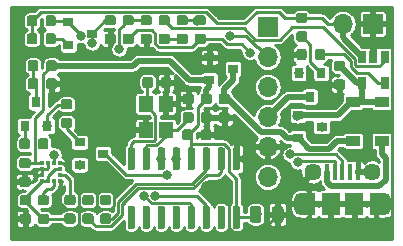
<source format=gbr>
G04 #@! TF.GenerationSoftware,KiCad,Pcbnew,5.1.4*
G04 #@! TF.CreationDate,2019-12-21T01:28:04+01:00*
G04 #@! TF.ProjectId,antivol,616e7469-766f-46c2-9e6b-696361645f70,rev?*
G04 #@! TF.SameCoordinates,Original*
G04 #@! TF.FileFunction,Copper,L1,Top*
G04 #@! TF.FilePolarity,Positive*
%FSLAX46Y46*%
G04 Gerber Fmt 4.6, Leading zero omitted, Abs format (unit mm)*
G04 Created by KiCad (PCBNEW 5.1.4) date 2019-12-21 01:28:04*
%MOMM*%
%LPD*%
G04 APERTURE LIST*
%ADD10R,0.900000X0.800000*%
%ADD11C,0.100000*%
%ADD12C,0.875000*%
%ADD13C,1.300000*%
%ADD14C,2.000000*%
%ADD15R,0.800000X0.900000*%
%ADD16R,1.200000X1.400000*%
%ADD17R,1.200000X0.900000*%
%ADD18C,0.975000*%
%ADD19C,0.600000*%
%ADD20R,1.200000X1.900000*%
%ADD21O,1.200000X1.900000*%
%ADD22R,1.500000X1.900000*%
%ADD23C,1.450000*%
%ADD24R,0.400000X1.350000*%
%ADD25O,1.700000X1.700000*%
%ADD26R,1.700000X1.700000*%
%ADD27R,0.650000X1.060000*%
%ADD28R,0.350000X0.375000*%
%ADD29R,0.375000X0.350000*%
%ADD30C,0.800000*%
%ADD31C,0.508000*%
%ADD32C,0.250000*%
%ADD33C,0.254000*%
G04 APERTURE END LIST*
D10*
X69723000Y-103352600D03*
X67723000Y-104302600D03*
X67723000Y-102402600D03*
D11*
G36*
X52373091Y-110917153D02*
G01*
X52394326Y-110920303D01*
X52415150Y-110925519D01*
X52435362Y-110932751D01*
X52454768Y-110941930D01*
X52473181Y-110952966D01*
X52490424Y-110965754D01*
X52506330Y-110980170D01*
X52520746Y-110996076D01*
X52533534Y-111013319D01*
X52544570Y-111031732D01*
X52553749Y-111051138D01*
X52560981Y-111071350D01*
X52566197Y-111092174D01*
X52569347Y-111113409D01*
X52570400Y-111134850D01*
X52570400Y-111572350D01*
X52569347Y-111593791D01*
X52566197Y-111615026D01*
X52560981Y-111635850D01*
X52553749Y-111656062D01*
X52544570Y-111675468D01*
X52533534Y-111693881D01*
X52520746Y-111711124D01*
X52506330Y-111727030D01*
X52490424Y-111741446D01*
X52473181Y-111754234D01*
X52454768Y-111765270D01*
X52435362Y-111774449D01*
X52415150Y-111781681D01*
X52394326Y-111786897D01*
X52373091Y-111790047D01*
X52351650Y-111791100D01*
X51839150Y-111791100D01*
X51817709Y-111790047D01*
X51796474Y-111786897D01*
X51775650Y-111781681D01*
X51755438Y-111774449D01*
X51736032Y-111765270D01*
X51717619Y-111754234D01*
X51700376Y-111741446D01*
X51684470Y-111727030D01*
X51670054Y-111711124D01*
X51657266Y-111693881D01*
X51646230Y-111675468D01*
X51637051Y-111656062D01*
X51629819Y-111635850D01*
X51624603Y-111615026D01*
X51621453Y-111593791D01*
X51620400Y-111572350D01*
X51620400Y-111134850D01*
X51621453Y-111113409D01*
X51624603Y-111092174D01*
X51629819Y-111071350D01*
X51637051Y-111051138D01*
X51646230Y-111031732D01*
X51657266Y-111013319D01*
X51670054Y-110996076D01*
X51684470Y-110980170D01*
X51700376Y-110965754D01*
X51717619Y-110952966D01*
X51736032Y-110941930D01*
X51755438Y-110932751D01*
X51775650Y-110925519D01*
X51796474Y-110920303D01*
X51817709Y-110917153D01*
X51839150Y-110916100D01*
X52351650Y-110916100D01*
X52373091Y-110917153D01*
X52373091Y-110917153D01*
G37*
D12*
X52095400Y-111353600D03*
D11*
G36*
X52373091Y-112492153D02*
G01*
X52394326Y-112495303D01*
X52415150Y-112500519D01*
X52435362Y-112507751D01*
X52454768Y-112516930D01*
X52473181Y-112527966D01*
X52490424Y-112540754D01*
X52506330Y-112555170D01*
X52520746Y-112571076D01*
X52533534Y-112588319D01*
X52544570Y-112606732D01*
X52553749Y-112626138D01*
X52560981Y-112646350D01*
X52566197Y-112667174D01*
X52569347Y-112688409D01*
X52570400Y-112709850D01*
X52570400Y-113147350D01*
X52569347Y-113168791D01*
X52566197Y-113190026D01*
X52560981Y-113210850D01*
X52553749Y-113231062D01*
X52544570Y-113250468D01*
X52533534Y-113268881D01*
X52520746Y-113286124D01*
X52506330Y-113302030D01*
X52490424Y-113316446D01*
X52473181Y-113329234D01*
X52454768Y-113340270D01*
X52435362Y-113349449D01*
X52415150Y-113356681D01*
X52394326Y-113361897D01*
X52373091Y-113365047D01*
X52351650Y-113366100D01*
X51839150Y-113366100D01*
X51817709Y-113365047D01*
X51796474Y-113361897D01*
X51775650Y-113356681D01*
X51755438Y-113349449D01*
X51736032Y-113340270D01*
X51717619Y-113329234D01*
X51700376Y-113316446D01*
X51684470Y-113302030D01*
X51670054Y-113286124D01*
X51657266Y-113268881D01*
X51646230Y-113250468D01*
X51637051Y-113231062D01*
X51629819Y-113210850D01*
X51624603Y-113190026D01*
X51621453Y-113168791D01*
X51620400Y-113147350D01*
X51620400Y-112709850D01*
X51621453Y-112688409D01*
X51624603Y-112667174D01*
X51629819Y-112646350D01*
X51637051Y-112626138D01*
X51646230Y-112606732D01*
X51657266Y-112588319D01*
X51670054Y-112571076D01*
X51684470Y-112555170D01*
X51700376Y-112540754D01*
X51717619Y-112527966D01*
X51736032Y-112516930D01*
X51755438Y-112507751D01*
X51775650Y-112500519D01*
X51796474Y-112495303D01*
X51817709Y-112492153D01*
X51839150Y-112491100D01*
X52351650Y-112491100D01*
X52373091Y-112492153D01*
X52373091Y-112492153D01*
G37*
D12*
X52095400Y-112928600D03*
D13*
X58945000Y-108360000D03*
X58945000Y-104760000D03*
X60745000Y-106560000D03*
X57145000Y-106560000D03*
X57145000Y-108360000D03*
X57145000Y-104760000D03*
X60745000Y-108360000D03*
D14*
X58945000Y-106560000D03*
D13*
X60745000Y-104760000D03*
D11*
G36*
X56183091Y-114041353D02*
G01*
X56204326Y-114044503D01*
X56225150Y-114049719D01*
X56245362Y-114056951D01*
X56264768Y-114066130D01*
X56283181Y-114077166D01*
X56300424Y-114089954D01*
X56316330Y-114104370D01*
X56330746Y-114120276D01*
X56343534Y-114137519D01*
X56354570Y-114155932D01*
X56363749Y-114175338D01*
X56370981Y-114195550D01*
X56376197Y-114216374D01*
X56379347Y-114237609D01*
X56380400Y-114259050D01*
X56380400Y-114696550D01*
X56379347Y-114717991D01*
X56376197Y-114739226D01*
X56370981Y-114760050D01*
X56363749Y-114780262D01*
X56354570Y-114799668D01*
X56343534Y-114818081D01*
X56330746Y-114835324D01*
X56316330Y-114851230D01*
X56300424Y-114865646D01*
X56283181Y-114878434D01*
X56264768Y-114889470D01*
X56245362Y-114898649D01*
X56225150Y-114905881D01*
X56204326Y-114911097D01*
X56183091Y-114914247D01*
X56161650Y-114915300D01*
X55649150Y-114915300D01*
X55627709Y-114914247D01*
X55606474Y-114911097D01*
X55585650Y-114905881D01*
X55565438Y-114898649D01*
X55546032Y-114889470D01*
X55527619Y-114878434D01*
X55510376Y-114865646D01*
X55494470Y-114851230D01*
X55480054Y-114835324D01*
X55467266Y-114818081D01*
X55456230Y-114799668D01*
X55447051Y-114780262D01*
X55439819Y-114760050D01*
X55434603Y-114739226D01*
X55431453Y-114717991D01*
X55430400Y-114696550D01*
X55430400Y-114259050D01*
X55431453Y-114237609D01*
X55434603Y-114216374D01*
X55439819Y-114195550D01*
X55447051Y-114175338D01*
X55456230Y-114155932D01*
X55467266Y-114137519D01*
X55480054Y-114120276D01*
X55494470Y-114104370D01*
X55510376Y-114089954D01*
X55527619Y-114077166D01*
X55546032Y-114066130D01*
X55565438Y-114056951D01*
X55585650Y-114049719D01*
X55606474Y-114044503D01*
X55627709Y-114041353D01*
X55649150Y-114040300D01*
X56161650Y-114040300D01*
X56183091Y-114041353D01*
X56183091Y-114041353D01*
G37*
D12*
X55905400Y-114477800D03*
D11*
G36*
X56183091Y-115616353D02*
G01*
X56204326Y-115619503D01*
X56225150Y-115624719D01*
X56245362Y-115631951D01*
X56264768Y-115641130D01*
X56283181Y-115652166D01*
X56300424Y-115664954D01*
X56316330Y-115679370D01*
X56330746Y-115695276D01*
X56343534Y-115712519D01*
X56354570Y-115730932D01*
X56363749Y-115750338D01*
X56370981Y-115770550D01*
X56376197Y-115791374D01*
X56379347Y-115812609D01*
X56380400Y-115834050D01*
X56380400Y-116271550D01*
X56379347Y-116292991D01*
X56376197Y-116314226D01*
X56370981Y-116335050D01*
X56363749Y-116355262D01*
X56354570Y-116374668D01*
X56343534Y-116393081D01*
X56330746Y-116410324D01*
X56316330Y-116426230D01*
X56300424Y-116440646D01*
X56283181Y-116453434D01*
X56264768Y-116464470D01*
X56245362Y-116473649D01*
X56225150Y-116480881D01*
X56204326Y-116486097D01*
X56183091Y-116489247D01*
X56161650Y-116490300D01*
X55649150Y-116490300D01*
X55627709Y-116489247D01*
X55606474Y-116486097D01*
X55585650Y-116480881D01*
X55565438Y-116473649D01*
X55546032Y-116464470D01*
X55527619Y-116453434D01*
X55510376Y-116440646D01*
X55494470Y-116426230D01*
X55480054Y-116410324D01*
X55467266Y-116393081D01*
X55456230Y-116374668D01*
X55447051Y-116355262D01*
X55439819Y-116335050D01*
X55434603Y-116314226D01*
X55431453Y-116292991D01*
X55430400Y-116271550D01*
X55430400Y-115834050D01*
X55431453Y-115812609D01*
X55434603Y-115791374D01*
X55439819Y-115770550D01*
X55447051Y-115750338D01*
X55456230Y-115730932D01*
X55467266Y-115712519D01*
X55480054Y-115695276D01*
X55494470Y-115679370D01*
X55510376Y-115664954D01*
X55527619Y-115652166D01*
X55546032Y-115641130D01*
X55565438Y-115631951D01*
X55585650Y-115624719D01*
X55606474Y-115619503D01*
X55627709Y-115616353D01*
X55649150Y-115615300D01*
X56161650Y-115615300D01*
X56183091Y-115616353D01*
X56183091Y-115616353D01*
G37*
D12*
X55905400Y-116052800D03*
D11*
G36*
X52398491Y-114066753D02*
G01*
X52419726Y-114069903D01*
X52440550Y-114075119D01*
X52460762Y-114082351D01*
X52480168Y-114091530D01*
X52498581Y-114102566D01*
X52515824Y-114115354D01*
X52531730Y-114129770D01*
X52546146Y-114145676D01*
X52558934Y-114162919D01*
X52569970Y-114181332D01*
X52579149Y-114200738D01*
X52586381Y-114220950D01*
X52591597Y-114241774D01*
X52594747Y-114263009D01*
X52595800Y-114284450D01*
X52595800Y-114721950D01*
X52594747Y-114743391D01*
X52591597Y-114764626D01*
X52586381Y-114785450D01*
X52579149Y-114805662D01*
X52569970Y-114825068D01*
X52558934Y-114843481D01*
X52546146Y-114860724D01*
X52531730Y-114876630D01*
X52515824Y-114891046D01*
X52498581Y-114903834D01*
X52480168Y-114914870D01*
X52460762Y-114924049D01*
X52440550Y-114931281D01*
X52419726Y-114936497D01*
X52398491Y-114939647D01*
X52377050Y-114940700D01*
X51864550Y-114940700D01*
X51843109Y-114939647D01*
X51821874Y-114936497D01*
X51801050Y-114931281D01*
X51780838Y-114924049D01*
X51761432Y-114914870D01*
X51743019Y-114903834D01*
X51725776Y-114891046D01*
X51709870Y-114876630D01*
X51695454Y-114860724D01*
X51682666Y-114843481D01*
X51671630Y-114825068D01*
X51662451Y-114805662D01*
X51655219Y-114785450D01*
X51650003Y-114764626D01*
X51646853Y-114743391D01*
X51645800Y-114721950D01*
X51645800Y-114284450D01*
X51646853Y-114263009D01*
X51650003Y-114241774D01*
X51655219Y-114220950D01*
X51662451Y-114200738D01*
X51671630Y-114181332D01*
X51682666Y-114162919D01*
X51695454Y-114145676D01*
X51709870Y-114129770D01*
X51725776Y-114115354D01*
X51743019Y-114102566D01*
X51761432Y-114091530D01*
X51780838Y-114082351D01*
X51801050Y-114075119D01*
X51821874Y-114069903D01*
X51843109Y-114066753D01*
X51864550Y-114065700D01*
X52377050Y-114065700D01*
X52398491Y-114066753D01*
X52398491Y-114066753D01*
G37*
D12*
X52120800Y-114503200D03*
D11*
G36*
X52398491Y-115641753D02*
G01*
X52419726Y-115644903D01*
X52440550Y-115650119D01*
X52460762Y-115657351D01*
X52480168Y-115666530D01*
X52498581Y-115677566D01*
X52515824Y-115690354D01*
X52531730Y-115704770D01*
X52546146Y-115720676D01*
X52558934Y-115737919D01*
X52569970Y-115756332D01*
X52579149Y-115775738D01*
X52586381Y-115795950D01*
X52591597Y-115816774D01*
X52594747Y-115838009D01*
X52595800Y-115859450D01*
X52595800Y-116296950D01*
X52594747Y-116318391D01*
X52591597Y-116339626D01*
X52586381Y-116360450D01*
X52579149Y-116380662D01*
X52569970Y-116400068D01*
X52558934Y-116418481D01*
X52546146Y-116435724D01*
X52531730Y-116451630D01*
X52515824Y-116466046D01*
X52498581Y-116478834D01*
X52480168Y-116489870D01*
X52460762Y-116499049D01*
X52440550Y-116506281D01*
X52419726Y-116511497D01*
X52398491Y-116514647D01*
X52377050Y-116515700D01*
X51864550Y-116515700D01*
X51843109Y-116514647D01*
X51821874Y-116511497D01*
X51801050Y-116506281D01*
X51780838Y-116499049D01*
X51761432Y-116489870D01*
X51743019Y-116478834D01*
X51725776Y-116466046D01*
X51709870Y-116451630D01*
X51695454Y-116435724D01*
X51682666Y-116418481D01*
X51671630Y-116400068D01*
X51662451Y-116380662D01*
X51655219Y-116360450D01*
X51650003Y-116339626D01*
X51646853Y-116318391D01*
X51645800Y-116296950D01*
X51645800Y-115859450D01*
X51646853Y-115838009D01*
X51650003Y-115816774D01*
X51655219Y-115795950D01*
X51662451Y-115775738D01*
X51671630Y-115756332D01*
X51682666Y-115737919D01*
X51695454Y-115720676D01*
X51709870Y-115704770D01*
X51725776Y-115690354D01*
X51743019Y-115677566D01*
X51761432Y-115666530D01*
X51780838Y-115657351D01*
X51801050Y-115650119D01*
X51821874Y-115644903D01*
X51843109Y-115641753D01*
X51864550Y-115640700D01*
X52377050Y-115640700D01*
X52398491Y-115641753D01*
X52398491Y-115641753D01*
G37*
D12*
X52120800Y-116078200D03*
D11*
G36*
X52944991Y-98840053D02*
G01*
X52966226Y-98843203D01*
X52987050Y-98848419D01*
X53007262Y-98855651D01*
X53026668Y-98864830D01*
X53045081Y-98875866D01*
X53062324Y-98888654D01*
X53078230Y-98903070D01*
X53092646Y-98918976D01*
X53105434Y-98936219D01*
X53116470Y-98954632D01*
X53125649Y-98974038D01*
X53132881Y-98994250D01*
X53138097Y-99015074D01*
X53141247Y-99036309D01*
X53142300Y-99057750D01*
X53142300Y-99570250D01*
X53141247Y-99591691D01*
X53138097Y-99612926D01*
X53132881Y-99633750D01*
X53125649Y-99653962D01*
X53116470Y-99673368D01*
X53105434Y-99691781D01*
X53092646Y-99709024D01*
X53078230Y-99724930D01*
X53062324Y-99739346D01*
X53045081Y-99752134D01*
X53026668Y-99763170D01*
X53007262Y-99772349D01*
X52987050Y-99779581D01*
X52966226Y-99784797D01*
X52944991Y-99787947D01*
X52923550Y-99789000D01*
X52486050Y-99789000D01*
X52464609Y-99787947D01*
X52443374Y-99784797D01*
X52422550Y-99779581D01*
X52402338Y-99772349D01*
X52382932Y-99763170D01*
X52364519Y-99752134D01*
X52347276Y-99739346D01*
X52331370Y-99724930D01*
X52316954Y-99709024D01*
X52304166Y-99691781D01*
X52293130Y-99673368D01*
X52283951Y-99653962D01*
X52276719Y-99633750D01*
X52271503Y-99612926D01*
X52268353Y-99591691D01*
X52267300Y-99570250D01*
X52267300Y-99057750D01*
X52268353Y-99036309D01*
X52271503Y-99015074D01*
X52276719Y-98994250D01*
X52283951Y-98974038D01*
X52293130Y-98954632D01*
X52304166Y-98936219D01*
X52316954Y-98918976D01*
X52331370Y-98903070D01*
X52347276Y-98888654D01*
X52364519Y-98875866D01*
X52382932Y-98864830D01*
X52402338Y-98855651D01*
X52422550Y-98848419D01*
X52443374Y-98843203D01*
X52464609Y-98840053D01*
X52486050Y-98839000D01*
X52923550Y-98839000D01*
X52944991Y-98840053D01*
X52944991Y-98840053D01*
G37*
D12*
X52704800Y-99314000D03*
D11*
G36*
X54519991Y-98840053D02*
G01*
X54541226Y-98843203D01*
X54562050Y-98848419D01*
X54582262Y-98855651D01*
X54601668Y-98864830D01*
X54620081Y-98875866D01*
X54637324Y-98888654D01*
X54653230Y-98903070D01*
X54667646Y-98918976D01*
X54680434Y-98936219D01*
X54691470Y-98954632D01*
X54700649Y-98974038D01*
X54707881Y-98994250D01*
X54713097Y-99015074D01*
X54716247Y-99036309D01*
X54717300Y-99057750D01*
X54717300Y-99570250D01*
X54716247Y-99591691D01*
X54713097Y-99612926D01*
X54707881Y-99633750D01*
X54700649Y-99653962D01*
X54691470Y-99673368D01*
X54680434Y-99691781D01*
X54667646Y-99709024D01*
X54653230Y-99724930D01*
X54637324Y-99739346D01*
X54620081Y-99752134D01*
X54601668Y-99763170D01*
X54582262Y-99772349D01*
X54562050Y-99779581D01*
X54541226Y-99784797D01*
X54519991Y-99787947D01*
X54498550Y-99789000D01*
X54061050Y-99789000D01*
X54039609Y-99787947D01*
X54018374Y-99784797D01*
X53997550Y-99779581D01*
X53977338Y-99772349D01*
X53957932Y-99763170D01*
X53939519Y-99752134D01*
X53922276Y-99739346D01*
X53906370Y-99724930D01*
X53891954Y-99709024D01*
X53879166Y-99691781D01*
X53868130Y-99673368D01*
X53858951Y-99653962D01*
X53851719Y-99633750D01*
X53846503Y-99612926D01*
X53843353Y-99591691D01*
X53842300Y-99570250D01*
X53842300Y-99057750D01*
X53843353Y-99036309D01*
X53846503Y-99015074D01*
X53851719Y-98994250D01*
X53858951Y-98974038D01*
X53868130Y-98954632D01*
X53879166Y-98936219D01*
X53891954Y-98918976D01*
X53906370Y-98903070D01*
X53922276Y-98888654D01*
X53939519Y-98875866D01*
X53957932Y-98864830D01*
X53977338Y-98855651D01*
X53997550Y-98848419D01*
X54018374Y-98843203D01*
X54039609Y-98840053D01*
X54061050Y-98839000D01*
X54498550Y-98839000D01*
X54519991Y-98840053D01*
X54519991Y-98840053D01*
G37*
D12*
X54279800Y-99314000D03*
D11*
G36*
X75817291Y-98623453D02*
G01*
X75838526Y-98626603D01*
X75859350Y-98631819D01*
X75879562Y-98639051D01*
X75898968Y-98648230D01*
X75917381Y-98659266D01*
X75934624Y-98672054D01*
X75950530Y-98686470D01*
X75964946Y-98702376D01*
X75977734Y-98719619D01*
X75988770Y-98738032D01*
X75997949Y-98757438D01*
X76005181Y-98777650D01*
X76010397Y-98798474D01*
X76013547Y-98819709D01*
X76014600Y-98841150D01*
X76014600Y-99278650D01*
X76013547Y-99300091D01*
X76010397Y-99321326D01*
X76005181Y-99342150D01*
X75997949Y-99362362D01*
X75988770Y-99381768D01*
X75977734Y-99400181D01*
X75964946Y-99417424D01*
X75950530Y-99433330D01*
X75934624Y-99447746D01*
X75917381Y-99460534D01*
X75898968Y-99471570D01*
X75879562Y-99480749D01*
X75859350Y-99487981D01*
X75838526Y-99493197D01*
X75817291Y-99496347D01*
X75795850Y-99497400D01*
X75283350Y-99497400D01*
X75261909Y-99496347D01*
X75240674Y-99493197D01*
X75219850Y-99487981D01*
X75199638Y-99480749D01*
X75180232Y-99471570D01*
X75161819Y-99460534D01*
X75144576Y-99447746D01*
X75128670Y-99433330D01*
X75114254Y-99417424D01*
X75101466Y-99400181D01*
X75090430Y-99381768D01*
X75081251Y-99362362D01*
X75074019Y-99342150D01*
X75068803Y-99321326D01*
X75065653Y-99300091D01*
X75064600Y-99278650D01*
X75064600Y-98841150D01*
X75065653Y-98819709D01*
X75068803Y-98798474D01*
X75074019Y-98777650D01*
X75081251Y-98757438D01*
X75090430Y-98738032D01*
X75101466Y-98719619D01*
X75114254Y-98702376D01*
X75128670Y-98686470D01*
X75144576Y-98672054D01*
X75161819Y-98659266D01*
X75180232Y-98648230D01*
X75199638Y-98639051D01*
X75219850Y-98631819D01*
X75240674Y-98626603D01*
X75261909Y-98623453D01*
X75283350Y-98622400D01*
X75795850Y-98622400D01*
X75817291Y-98623453D01*
X75817291Y-98623453D01*
G37*
D12*
X75539600Y-99059900D03*
D11*
G36*
X75817291Y-100198453D02*
G01*
X75838526Y-100201603D01*
X75859350Y-100206819D01*
X75879562Y-100214051D01*
X75898968Y-100223230D01*
X75917381Y-100234266D01*
X75934624Y-100247054D01*
X75950530Y-100261470D01*
X75964946Y-100277376D01*
X75977734Y-100294619D01*
X75988770Y-100313032D01*
X75997949Y-100332438D01*
X76005181Y-100352650D01*
X76010397Y-100373474D01*
X76013547Y-100394709D01*
X76014600Y-100416150D01*
X76014600Y-100853650D01*
X76013547Y-100875091D01*
X76010397Y-100896326D01*
X76005181Y-100917150D01*
X75997949Y-100937362D01*
X75988770Y-100956768D01*
X75977734Y-100975181D01*
X75964946Y-100992424D01*
X75950530Y-101008330D01*
X75934624Y-101022746D01*
X75917381Y-101035534D01*
X75898968Y-101046570D01*
X75879562Y-101055749D01*
X75859350Y-101062981D01*
X75838526Y-101068197D01*
X75817291Y-101071347D01*
X75795850Y-101072400D01*
X75283350Y-101072400D01*
X75261909Y-101071347D01*
X75240674Y-101068197D01*
X75219850Y-101062981D01*
X75199638Y-101055749D01*
X75180232Y-101046570D01*
X75161819Y-101035534D01*
X75144576Y-101022746D01*
X75128670Y-101008330D01*
X75114254Y-100992424D01*
X75101466Y-100975181D01*
X75090430Y-100956768D01*
X75081251Y-100937362D01*
X75074019Y-100917150D01*
X75068803Y-100896326D01*
X75065653Y-100875091D01*
X75064600Y-100853650D01*
X75064600Y-100416150D01*
X75065653Y-100394709D01*
X75068803Y-100373474D01*
X75074019Y-100352650D01*
X75081251Y-100332438D01*
X75090430Y-100313032D01*
X75101466Y-100294619D01*
X75114254Y-100277376D01*
X75128670Y-100261470D01*
X75144576Y-100247054D01*
X75161819Y-100234266D01*
X75180232Y-100223230D01*
X75199638Y-100214051D01*
X75219850Y-100206819D01*
X75240674Y-100201603D01*
X75261909Y-100198453D01*
X75283350Y-100197400D01*
X75795850Y-100197400D01*
X75817291Y-100198453D01*
X75817291Y-100198453D01*
G37*
D12*
X75539600Y-100634900D03*
D11*
G36*
X54596191Y-102650053D02*
G01*
X54617426Y-102653203D01*
X54638250Y-102658419D01*
X54658462Y-102665651D01*
X54677868Y-102674830D01*
X54696281Y-102685866D01*
X54713524Y-102698654D01*
X54729430Y-102713070D01*
X54743846Y-102728976D01*
X54756634Y-102746219D01*
X54767670Y-102764632D01*
X54776849Y-102784038D01*
X54784081Y-102804250D01*
X54789297Y-102825074D01*
X54792447Y-102846309D01*
X54793500Y-102867750D01*
X54793500Y-103380250D01*
X54792447Y-103401691D01*
X54789297Y-103422926D01*
X54784081Y-103443750D01*
X54776849Y-103463962D01*
X54767670Y-103483368D01*
X54756634Y-103501781D01*
X54743846Y-103519024D01*
X54729430Y-103534930D01*
X54713524Y-103549346D01*
X54696281Y-103562134D01*
X54677868Y-103573170D01*
X54658462Y-103582349D01*
X54638250Y-103589581D01*
X54617426Y-103594797D01*
X54596191Y-103597947D01*
X54574750Y-103599000D01*
X54137250Y-103599000D01*
X54115809Y-103597947D01*
X54094574Y-103594797D01*
X54073750Y-103589581D01*
X54053538Y-103582349D01*
X54034132Y-103573170D01*
X54015719Y-103562134D01*
X53998476Y-103549346D01*
X53982570Y-103534930D01*
X53968154Y-103519024D01*
X53955366Y-103501781D01*
X53944330Y-103483368D01*
X53935151Y-103463962D01*
X53927919Y-103443750D01*
X53922703Y-103422926D01*
X53919553Y-103401691D01*
X53918500Y-103380250D01*
X53918500Y-102867750D01*
X53919553Y-102846309D01*
X53922703Y-102825074D01*
X53927919Y-102804250D01*
X53935151Y-102784038D01*
X53944330Y-102764632D01*
X53955366Y-102746219D01*
X53968154Y-102728976D01*
X53982570Y-102713070D01*
X53998476Y-102698654D01*
X54015719Y-102685866D01*
X54034132Y-102674830D01*
X54053538Y-102665651D01*
X54073750Y-102658419D01*
X54094574Y-102653203D01*
X54115809Y-102650053D01*
X54137250Y-102649000D01*
X54574750Y-102649000D01*
X54596191Y-102650053D01*
X54596191Y-102650053D01*
G37*
D12*
X54356000Y-103124000D03*
D11*
G36*
X53021191Y-102650053D02*
G01*
X53042426Y-102653203D01*
X53063250Y-102658419D01*
X53083462Y-102665651D01*
X53102868Y-102674830D01*
X53121281Y-102685866D01*
X53138524Y-102698654D01*
X53154430Y-102713070D01*
X53168846Y-102728976D01*
X53181634Y-102746219D01*
X53192670Y-102764632D01*
X53201849Y-102784038D01*
X53209081Y-102804250D01*
X53214297Y-102825074D01*
X53217447Y-102846309D01*
X53218500Y-102867750D01*
X53218500Y-103380250D01*
X53217447Y-103401691D01*
X53214297Y-103422926D01*
X53209081Y-103443750D01*
X53201849Y-103463962D01*
X53192670Y-103483368D01*
X53181634Y-103501781D01*
X53168846Y-103519024D01*
X53154430Y-103534930D01*
X53138524Y-103549346D01*
X53121281Y-103562134D01*
X53102868Y-103573170D01*
X53083462Y-103582349D01*
X53063250Y-103589581D01*
X53042426Y-103594797D01*
X53021191Y-103597947D01*
X52999750Y-103599000D01*
X52562250Y-103599000D01*
X52540809Y-103597947D01*
X52519574Y-103594797D01*
X52498750Y-103589581D01*
X52478538Y-103582349D01*
X52459132Y-103573170D01*
X52440719Y-103562134D01*
X52423476Y-103549346D01*
X52407570Y-103534930D01*
X52393154Y-103519024D01*
X52380366Y-103501781D01*
X52369330Y-103483368D01*
X52360151Y-103463962D01*
X52352919Y-103443750D01*
X52347703Y-103422926D01*
X52344553Y-103401691D01*
X52343500Y-103380250D01*
X52343500Y-102867750D01*
X52344553Y-102846309D01*
X52347703Y-102825074D01*
X52352919Y-102804250D01*
X52360151Y-102784038D01*
X52369330Y-102764632D01*
X52380366Y-102746219D01*
X52393154Y-102728976D01*
X52407570Y-102713070D01*
X52423476Y-102698654D01*
X52440719Y-102685866D01*
X52459132Y-102674830D01*
X52478538Y-102665651D01*
X52498750Y-102658419D01*
X52519574Y-102653203D01*
X52540809Y-102650053D01*
X52562250Y-102649000D01*
X52999750Y-102649000D01*
X53021191Y-102650053D01*
X53021191Y-102650053D01*
G37*
D12*
X52781000Y-103124000D03*
D15*
X76225400Y-105740200D03*
X75275400Y-103740200D03*
X77175400Y-103740200D03*
D11*
G36*
X79017691Y-104262553D02*
G01*
X79038926Y-104265703D01*
X79059750Y-104270919D01*
X79079962Y-104278151D01*
X79099368Y-104287330D01*
X79117781Y-104298366D01*
X79135024Y-104311154D01*
X79150930Y-104325570D01*
X79165346Y-104341476D01*
X79178134Y-104358719D01*
X79189170Y-104377132D01*
X79198349Y-104396538D01*
X79205581Y-104416750D01*
X79210797Y-104437574D01*
X79213947Y-104458809D01*
X79215000Y-104480250D01*
X79215000Y-104917750D01*
X79213947Y-104939191D01*
X79210797Y-104960426D01*
X79205581Y-104981250D01*
X79198349Y-105001462D01*
X79189170Y-105020868D01*
X79178134Y-105039281D01*
X79165346Y-105056524D01*
X79150930Y-105072430D01*
X79135024Y-105086846D01*
X79117781Y-105099634D01*
X79099368Y-105110670D01*
X79079962Y-105119849D01*
X79059750Y-105127081D01*
X79038926Y-105132297D01*
X79017691Y-105135447D01*
X78996250Y-105136500D01*
X78483750Y-105136500D01*
X78462309Y-105135447D01*
X78441074Y-105132297D01*
X78420250Y-105127081D01*
X78400038Y-105119849D01*
X78380632Y-105110670D01*
X78362219Y-105099634D01*
X78344976Y-105086846D01*
X78329070Y-105072430D01*
X78314654Y-105056524D01*
X78301866Y-105039281D01*
X78290830Y-105020868D01*
X78281651Y-105001462D01*
X78274419Y-104981250D01*
X78269203Y-104960426D01*
X78266053Y-104939191D01*
X78265000Y-104917750D01*
X78265000Y-104480250D01*
X78266053Y-104458809D01*
X78269203Y-104437574D01*
X78274419Y-104416750D01*
X78281651Y-104396538D01*
X78290830Y-104377132D01*
X78301866Y-104358719D01*
X78314654Y-104341476D01*
X78329070Y-104325570D01*
X78344976Y-104311154D01*
X78362219Y-104298366D01*
X78380632Y-104287330D01*
X78400038Y-104278151D01*
X78420250Y-104270919D01*
X78441074Y-104265703D01*
X78462309Y-104262553D01*
X78483750Y-104261500D01*
X78996250Y-104261500D01*
X79017691Y-104262553D01*
X79017691Y-104262553D01*
G37*
D12*
X78740000Y-104699000D03*
D11*
G36*
X79017691Y-102687553D02*
G01*
X79038926Y-102690703D01*
X79059750Y-102695919D01*
X79079962Y-102703151D01*
X79099368Y-102712330D01*
X79117781Y-102723366D01*
X79135024Y-102736154D01*
X79150930Y-102750570D01*
X79165346Y-102766476D01*
X79178134Y-102783719D01*
X79189170Y-102802132D01*
X79198349Y-102821538D01*
X79205581Y-102841750D01*
X79210797Y-102862574D01*
X79213947Y-102883809D01*
X79215000Y-102905250D01*
X79215000Y-103342750D01*
X79213947Y-103364191D01*
X79210797Y-103385426D01*
X79205581Y-103406250D01*
X79198349Y-103426462D01*
X79189170Y-103445868D01*
X79178134Y-103464281D01*
X79165346Y-103481524D01*
X79150930Y-103497430D01*
X79135024Y-103511846D01*
X79117781Y-103524634D01*
X79099368Y-103535670D01*
X79079962Y-103544849D01*
X79059750Y-103552081D01*
X79038926Y-103557297D01*
X79017691Y-103560447D01*
X78996250Y-103561500D01*
X78483750Y-103561500D01*
X78462309Y-103560447D01*
X78441074Y-103557297D01*
X78420250Y-103552081D01*
X78400038Y-103544849D01*
X78380632Y-103535670D01*
X78362219Y-103524634D01*
X78344976Y-103511846D01*
X78329070Y-103497430D01*
X78314654Y-103481524D01*
X78301866Y-103464281D01*
X78290830Y-103445868D01*
X78281651Y-103426462D01*
X78274419Y-103406250D01*
X78269203Y-103385426D01*
X78266053Y-103364191D01*
X78265000Y-103342750D01*
X78265000Y-102905250D01*
X78266053Y-102883809D01*
X78269203Y-102862574D01*
X78274419Y-102841750D01*
X78281651Y-102821538D01*
X78290830Y-102802132D01*
X78301866Y-102783719D01*
X78314654Y-102766476D01*
X78329070Y-102750570D01*
X78344976Y-102736154D01*
X78362219Y-102723366D01*
X78380632Y-102712330D01*
X78400038Y-102703151D01*
X78420250Y-102695919D01*
X78441074Y-102690703D01*
X78462309Y-102687553D01*
X78483750Y-102686500D01*
X78996250Y-102686500D01*
X79017691Y-102687553D01*
X79017691Y-102687553D01*
G37*
D12*
X78740000Y-103124000D03*
D11*
G36*
X57707091Y-115616153D02*
G01*
X57728326Y-115619303D01*
X57749150Y-115624519D01*
X57769362Y-115631751D01*
X57788768Y-115640930D01*
X57807181Y-115651966D01*
X57824424Y-115664754D01*
X57840330Y-115679170D01*
X57854746Y-115695076D01*
X57867534Y-115712319D01*
X57878570Y-115730732D01*
X57887749Y-115750138D01*
X57894981Y-115770350D01*
X57900197Y-115791174D01*
X57903347Y-115812409D01*
X57904400Y-115833850D01*
X57904400Y-116271350D01*
X57903347Y-116292791D01*
X57900197Y-116314026D01*
X57894981Y-116334850D01*
X57887749Y-116355062D01*
X57878570Y-116374468D01*
X57867534Y-116392881D01*
X57854746Y-116410124D01*
X57840330Y-116426030D01*
X57824424Y-116440446D01*
X57807181Y-116453234D01*
X57788768Y-116464270D01*
X57769362Y-116473449D01*
X57749150Y-116480681D01*
X57728326Y-116485897D01*
X57707091Y-116489047D01*
X57685650Y-116490100D01*
X57173150Y-116490100D01*
X57151709Y-116489047D01*
X57130474Y-116485897D01*
X57109650Y-116480681D01*
X57089438Y-116473449D01*
X57070032Y-116464270D01*
X57051619Y-116453234D01*
X57034376Y-116440446D01*
X57018470Y-116426030D01*
X57004054Y-116410124D01*
X56991266Y-116392881D01*
X56980230Y-116374468D01*
X56971051Y-116355062D01*
X56963819Y-116334850D01*
X56958603Y-116314026D01*
X56955453Y-116292791D01*
X56954400Y-116271350D01*
X56954400Y-115833850D01*
X56955453Y-115812409D01*
X56958603Y-115791174D01*
X56963819Y-115770350D01*
X56971051Y-115750138D01*
X56980230Y-115730732D01*
X56991266Y-115712319D01*
X57004054Y-115695076D01*
X57018470Y-115679170D01*
X57034376Y-115664754D01*
X57051619Y-115651966D01*
X57070032Y-115640930D01*
X57089438Y-115631751D01*
X57109650Y-115624519D01*
X57130474Y-115619303D01*
X57151709Y-115616153D01*
X57173150Y-115615100D01*
X57685650Y-115615100D01*
X57707091Y-115616153D01*
X57707091Y-115616153D01*
G37*
D12*
X57429400Y-116052600D03*
D11*
G36*
X57707091Y-114041153D02*
G01*
X57728326Y-114044303D01*
X57749150Y-114049519D01*
X57769362Y-114056751D01*
X57788768Y-114065930D01*
X57807181Y-114076966D01*
X57824424Y-114089754D01*
X57840330Y-114104170D01*
X57854746Y-114120076D01*
X57867534Y-114137319D01*
X57878570Y-114155732D01*
X57887749Y-114175138D01*
X57894981Y-114195350D01*
X57900197Y-114216174D01*
X57903347Y-114237409D01*
X57904400Y-114258850D01*
X57904400Y-114696350D01*
X57903347Y-114717791D01*
X57900197Y-114739026D01*
X57894981Y-114759850D01*
X57887749Y-114780062D01*
X57878570Y-114799468D01*
X57867534Y-114817881D01*
X57854746Y-114835124D01*
X57840330Y-114851030D01*
X57824424Y-114865446D01*
X57807181Y-114878234D01*
X57788768Y-114889270D01*
X57769362Y-114898449D01*
X57749150Y-114905681D01*
X57728326Y-114910897D01*
X57707091Y-114914047D01*
X57685650Y-114915100D01*
X57173150Y-114915100D01*
X57151709Y-114914047D01*
X57130474Y-114910897D01*
X57109650Y-114905681D01*
X57089438Y-114898449D01*
X57070032Y-114889270D01*
X57051619Y-114878234D01*
X57034376Y-114865446D01*
X57018470Y-114851030D01*
X57004054Y-114835124D01*
X56991266Y-114817881D01*
X56980230Y-114799468D01*
X56971051Y-114780062D01*
X56963819Y-114759850D01*
X56958603Y-114739026D01*
X56955453Y-114717791D01*
X56954400Y-114696350D01*
X56954400Y-114258850D01*
X56955453Y-114237409D01*
X56958603Y-114216174D01*
X56963819Y-114195350D01*
X56971051Y-114175138D01*
X56980230Y-114155732D01*
X56991266Y-114137319D01*
X57004054Y-114120076D01*
X57018470Y-114104170D01*
X57034376Y-114089754D01*
X57051619Y-114076966D01*
X57070032Y-114065930D01*
X57089438Y-114056751D01*
X57109650Y-114049519D01*
X57130474Y-114044303D01*
X57151709Y-114041153D01*
X57173150Y-114040100D01*
X57685650Y-114040100D01*
X57707091Y-114041153D01*
X57707091Y-114041153D01*
G37*
D12*
X57429400Y-114477600D03*
D16*
X62306200Y-108534200D03*
X62306200Y-106334200D03*
X64006200Y-106334200D03*
X64006200Y-108534200D03*
D11*
G36*
X62724191Y-104047053D02*
G01*
X62745426Y-104050203D01*
X62766250Y-104055419D01*
X62786462Y-104062651D01*
X62805868Y-104071830D01*
X62824281Y-104082866D01*
X62841524Y-104095654D01*
X62857430Y-104110070D01*
X62871846Y-104125976D01*
X62884634Y-104143219D01*
X62895670Y-104161632D01*
X62904849Y-104181038D01*
X62912081Y-104201250D01*
X62917297Y-104222074D01*
X62920447Y-104243309D01*
X62921500Y-104264750D01*
X62921500Y-104777250D01*
X62920447Y-104798691D01*
X62917297Y-104819926D01*
X62912081Y-104840750D01*
X62904849Y-104860962D01*
X62895670Y-104880368D01*
X62884634Y-104898781D01*
X62871846Y-104916024D01*
X62857430Y-104931930D01*
X62841524Y-104946346D01*
X62824281Y-104959134D01*
X62805868Y-104970170D01*
X62786462Y-104979349D01*
X62766250Y-104986581D01*
X62745426Y-104991797D01*
X62724191Y-104994947D01*
X62702750Y-104996000D01*
X62265250Y-104996000D01*
X62243809Y-104994947D01*
X62222574Y-104991797D01*
X62201750Y-104986581D01*
X62181538Y-104979349D01*
X62162132Y-104970170D01*
X62143719Y-104959134D01*
X62126476Y-104946346D01*
X62110570Y-104931930D01*
X62096154Y-104916024D01*
X62083366Y-104898781D01*
X62072330Y-104880368D01*
X62063151Y-104860962D01*
X62055919Y-104840750D01*
X62050703Y-104819926D01*
X62047553Y-104798691D01*
X62046500Y-104777250D01*
X62046500Y-104264750D01*
X62047553Y-104243309D01*
X62050703Y-104222074D01*
X62055919Y-104201250D01*
X62063151Y-104181038D01*
X62072330Y-104161632D01*
X62083366Y-104143219D01*
X62096154Y-104125976D01*
X62110570Y-104110070D01*
X62126476Y-104095654D01*
X62143719Y-104082866D01*
X62162132Y-104071830D01*
X62181538Y-104062651D01*
X62201750Y-104055419D01*
X62222574Y-104050203D01*
X62243809Y-104047053D01*
X62265250Y-104046000D01*
X62702750Y-104046000D01*
X62724191Y-104047053D01*
X62724191Y-104047053D01*
G37*
D12*
X62484000Y-104521000D03*
D11*
G36*
X64299191Y-104047053D02*
G01*
X64320426Y-104050203D01*
X64341250Y-104055419D01*
X64361462Y-104062651D01*
X64380868Y-104071830D01*
X64399281Y-104082866D01*
X64416524Y-104095654D01*
X64432430Y-104110070D01*
X64446846Y-104125976D01*
X64459634Y-104143219D01*
X64470670Y-104161632D01*
X64479849Y-104181038D01*
X64487081Y-104201250D01*
X64492297Y-104222074D01*
X64495447Y-104243309D01*
X64496500Y-104264750D01*
X64496500Y-104777250D01*
X64495447Y-104798691D01*
X64492297Y-104819926D01*
X64487081Y-104840750D01*
X64479849Y-104860962D01*
X64470670Y-104880368D01*
X64459634Y-104898781D01*
X64446846Y-104916024D01*
X64432430Y-104931930D01*
X64416524Y-104946346D01*
X64399281Y-104959134D01*
X64380868Y-104970170D01*
X64361462Y-104979349D01*
X64341250Y-104986581D01*
X64320426Y-104991797D01*
X64299191Y-104994947D01*
X64277750Y-104996000D01*
X63840250Y-104996000D01*
X63818809Y-104994947D01*
X63797574Y-104991797D01*
X63776750Y-104986581D01*
X63756538Y-104979349D01*
X63737132Y-104970170D01*
X63718719Y-104959134D01*
X63701476Y-104946346D01*
X63685570Y-104931930D01*
X63671154Y-104916024D01*
X63658366Y-104898781D01*
X63647330Y-104880368D01*
X63638151Y-104860962D01*
X63630919Y-104840750D01*
X63625703Y-104819926D01*
X63622553Y-104798691D01*
X63621500Y-104777250D01*
X63621500Y-104264750D01*
X63622553Y-104243309D01*
X63625703Y-104222074D01*
X63630919Y-104201250D01*
X63638151Y-104181038D01*
X63647330Y-104161632D01*
X63658366Y-104143219D01*
X63671154Y-104125976D01*
X63685570Y-104110070D01*
X63701476Y-104095654D01*
X63718719Y-104082866D01*
X63737132Y-104071830D01*
X63756538Y-104062651D01*
X63776750Y-104055419D01*
X63797574Y-104050203D01*
X63818809Y-104047053D01*
X63840250Y-104046000D01*
X64277750Y-104046000D01*
X64299191Y-104047053D01*
X64299191Y-104047053D01*
G37*
D12*
X64059000Y-104521000D03*
D11*
G36*
X66190691Y-105481553D02*
G01*
X66211926Y-105484703D01*
X66232750Y-105489919D01*
X66252962Y-105497151D01*
X66272368Y-105506330D01*
X66290781Y-105517366D01*
X66308024Y-105530154D01*
X66323930Y-105544570D01*
X66338346Y-105560476D01*
X66351134Y-105577719D01*
X66362170Y-105596132D01*
X66371349Y-105615538D01*
X66378581Y-105635750D01*
X66383797Y-105656574D01*
X66386947Y-105677809D01*
X66388000Y-105699250D01*
X66388000Y-106136750D01*
X66386947Y-106158191D01*
X66383797Y-106179426D01*
X66378581Y-106200250D01*
X66371349Y-106220462D01*
X66362170Y-106239868D01*
X66351134Y-106258281D01*
X66338346Y-106275524D01*
X66323930Y-106291430D01*
X66308024Y-106305846D01*
X66290781Y-106318634D01*
X66272368Y-106329670D01*
X66252962Y-106338849D01*
X66232750Y-106346081D01*
X66211926Y-106351297D01*
X66190691Y-106354447D01*
X66169250Y-106355500D01*
X65656750Y-106355500D01*
X65635309Y-106354447D01*
X65614074Y-106351297D01*
X65593250Y-106346081D01*
X65573038Y-106338849D01*
X65553632Y-106329670D01*
X65535219Y-106318634D01*
X65517976Y-106305846D01*
X65502070Y-106291430D01*
X65487654Y-106275524D01*
X65474866Y-106258281D01*
X65463830Y-106239868D01*
X65454651Y-106220462D01*
X65447419Y-106200250D01*
X65442203Y-106179426D01*
X65439053Y-106158191D01*
X65438000Y-106136750D01*
X65438000Y-105699250D01*
X65439053Y-105677809D01*
X65442203Y-105656574D01*
X65447419Y-105635750D01*
X65454651Y-105615538D01*
X65463830Y-105596132D01*
X65474866Y-105577719D01*
X65487654Y-105560476D01*
X65502070Y-105544570D01*
X65517976Y-105530154D01*
X65535219Y-105517366D01*
X65553632Y-105506330D01*
X65573038Y-105497151D01*
X65593250Y-105489919D01*
X65614074Y-105484703D01*
X65635309Y-105481553D01*
X65656750Y-105480500D01*
X66169250Y-105480500D01*
X66190691Y-105481553D01*
X66190691Y-105481553D01*
G37*
D12*
X65913000Y-105918000D03*
D11*
G36*
X66190691Y-107056553D02*
G01*
X66211926Y-107059703D01*
X66232750Y-107064919D01*
X66252962Y-107072151D01*
X66272368Y-107081330D01*
X66290781Y-107092366D01*
X66308024Y-107105154D01*
X66323930Y-107119570D01*
X66338346Y-107135476D01*
X66351134Y-107152719D01*
X66362170Y-107171132D01*
X66371349Y-107190538D01*
X66378581Y-107210750D01*
X66383797Y-107231574D01*
X66386947Y-107252809D01*
X66388000Y-107274250D01*
X66388000Y-107711750D01*
X66386947Y-107733191D01*
X66383797Y-107754426D01*
X66378581Y-107775250D01*
X66371349Y-107795462D01*
X66362170Y-107814868D01*
X66351134Y-107833281D01*
X66338346Y-107850524D01*
X66323930Y-107866430D01*
X66308024Y-107880846D01*
X66290781Y-107893634D01*
X66272368Y-107904670D01*
X66252962Y-107913849D01*
X66232750Y-107921081D01*
X66211926Y-107926297D01*
X66190691Y-107929447D01*
X66169250Y-107930500D01*
X65656750Y-107930500D01*
X65635309Y-107929447D01*
X65614074Y-107926297D01*
X65593250Y-107921081D01*
X65573038Y-107913849D01*
X65553632Y-107904670D01*
X65535219Y-107893634D01*
X65517976Y-107880846D01*
X65502070Y-107866430D01*
X65487654Y-107850524D01*
X65474866Y-107833281D01*
X65463830Y-107814868D01*
X65454651Y-107795462D01*
X65447419Y-107775250D01*
X65442203Y-107754426D01*
X65439053Y-107733191D01*
X65438000Y-107711750D01*
X65438000Y-107274250D01*
X65439053Y-107252809D01*
X65442203Y-107231574D01*
X65447419Y-107210750D01*
X65454651Y-107190538D01*
X65463830Y-107171132D01*
X65474866Y-107152719D01*
X65487654Y-107135476D01*
X65502070Y-107119570D01*
X65517976Y-107105154D01*
X65535219Y-107092366D01*
X65553632Y-107081330D01*
X65573038Y-107072151D01*
X65593250Y-107064919D01*
X65614074Y-107059703D01*
X65635309Y-107056553D01*
X65656750Y-107055500D01*
X66169250Y-107055500D01*
X66190691Y-107056553D01*
X66190691Y-107056553D01*
G37*
D12*
X65913000Y-107493000D03*
D11*
G36*
X62634691Y-98826553D02*
G01*
X62655926Y-98829703D01*
X62676750Y-98834919D01*
X62696962Y-98842151D01*
X62716368Y-98851330D01*
X62734781Y-98862366D01*
X62752024Y-98875154D01*
X62767930Y-98889570D01*
X62782346Y-98905476D01*
X62795134Y-98922719D01*
X62806170Y-98941132D01*
X62815349Y-98960538D01*
X62822581Y-98980750D01*
X62827797Y-99001574D01*
X62830947Y-99022809D01*
X62832000Y-99044250D01*
X62832000Y-99481750D01*
X62830947Y-99503191D01*
X62827797Y-99524426D01*
X62822581Y-99545250D01*
X62815349Y-99565462D01*
X62806170Y-99584868D01*
X62795134Y-99603281D01*
X62782346Y-99620524D01*
X62767930Y-99636430D01*
X62752024Y-99650846D01*
X62734781Y-99663634D01*
X62716368Y-99674670D01*
X62696962Y-99683849D01*
X62676750Y-99691081D01*
X62655926Y-99696297D01*
X62634691Y-99699447D01*
X62613250Y-99700500D01*
X62100750Y-99700500D01*
X62079309Y-99699447D01*
X62058074Y-99696297D01*
X62037250Y-99691081D01*
X62017038Y-99683849D01*
X61997632Y-99674670D01*
X61979219Y-99663634D01*
X61961976Y-99650846D01*
X61946070Y-99636430D01*
X61931654Y-99620524D01*
X61918866Y-99603281D01*
X61907830Y-99584868D01*
X61898651Y-99565462D01*
X61891419Y-99545250D01*
X61886203Y-99524426D01*
X61883053Y-99503191D01*
X61882000Y-99481750D01*
X61882000Y-99044250D01*
X61883053Y-99022809D01*
X61886203Y-99001574D01*
X61891419Y-98980750D01*
X61898651Y-98960538D01*
X61907830Y-98941132D01*
X61918866Y-98922719D01*
X61931654Y-98905476D01*
X61946070Y-98889570D01*
X61961976Y-98875154D01*
X61979219Y-98862366D01*
X61997632Y-98851330D01*
X62017038Y-98842151D01*
X62037250Y-98834919D01*
X62058074Y-98829703D01*
X62079309Y-98826553D01*
X62100750Y-98825500D01*
X62613250Y-98825500D01*
X62634691Y-98826553D01*
X62634691Y-98826553D01*
G37*
D12*
X62357000Y-99263000D03*
D11*
G36*
X62634691Y-100401553D02*
G01*
X62655926Y-100404703D01*
X62676750Y-100409919D01*
X62696962Y-100417151D01*
X62716368Y-100426330D01*
X62734781Y-100437366D01*
X62752024Y-100450154D01*
X62767930Y-100464570D01*
X62782346Y-100480476D01*
X62795134Y-100497719D01*
X62806170Y-100516132D01*
X62815349Y-100535538D01*
X62822581Y-100555750D01*
X62827797Y-100576574D01*
X62830947Y-100597809D01*
X62832000Y-100619250D01*
X62832000Y-101056750D01*
X62830947Y-101078191D01*
X62827797Y-101099426D01*
X62822581Y-101120250D01*
X62815349Y-101140462D01*
X62806170Y-101159868D01*
X62795134Y-101178281D01*
X62782346Y-101195524D01*
X62767930Y-101211430D01*
X62752024Y-101225846D01*
X62734781Y-101238634D01*
X62716368Y-101249670D01*
X62696962Y-101258849D01*
X62676750Y-101266081D01*
X62655926Y-101271297D01*
X62634691Y-101274447D01*
X62613250Y-101275500D01*
X62100750Y-101275500D01*
X62079309Y-101274447D01*
X62058074Y-101271297D01*
X62037250Y-101266081D01*
X62017038Y-101258849D01*
X61997632Y-101249670D01*
X61979219Y-101238634D01*
X61961976Y-101225846D01*
X61946070Y-101211430D01*
X61931654Y-101195524D01*
X61918866Y-101178281D01*
X61907830Y-101159868D01*
X61898651Y-101140462D01*
X61891419Y-101120250D01*
X61886203Y-101099426D01*
X61883053Y-101078191D01*
X61882000Y-101056750D01*
X61882000Y-100619250D01*
X61883053Y-100597809D01*
X61886203Y-100576574D01*
X61891419Y-100555750D01*
X61898651Y-100535538D01*
X61907830Y-100516132D01*
X61918866Y-100497719D01*
X61931654Y-100480476D01*
X61946070Y-100464570D01*
X61961976Y-100450154D01*
X61979219Y-100437366D01*
X61997632Y-100426330D01*
X62017038Y-100417151D01*
X62037250Y-100409919D01*
X62058074Y-100404703D01*
X62079309Y-100401553D01*
X62100750Y-100400500D01*
X62613250Y-100400500D01*
X62634691Y-100401553D01*
X62634691Y-100401553D01*
G37*
D12*
X62357000Y-100838000D03*
D10*
X57785000Y-100396000D03*
X55785000Y-101346000D03*
X55785000Y-99446000D03*
X77216000Y-108265000D03*
X75216000Y-109215000D03*
X75216000Y-107315000D03*
D11*
G36*
X64158691Y-100401553D02*
G01*
X64179926Y-100404703D01*
X64200750Y-100409919D01*
X64220962Y-100417151D01*
X64240368Y-100426330D01*
X64258781Y-100437366D01*
X64276024Y-100450154D01*
X64291930Y-100464570D01*
X64306346Y-100480476D01*
X64319134Y-100497719D01*
X64330170Y-100516132D01*
X64339349Y-100535538D01*
X64346581Y-100555750D01*
X64351797Y-100576574D01*
X64354947Y-100597809D01*
X64356000Y-100619250D01*
X64356000Y-101056750D01*
X64354947Y-101078191D01*
X64351797Y-101099426D01*
X64346581Y-101120250D01*
X64339349Y-101140462D01*
X64330170Y-101159868D01*
X64319134Y-101178281D01*
X64306346Y-101195524D01*
X64291930Y-101211430D01*
X64276024Y-101225846D01*
X64258781Y-101238634D01*
X64240368Y-101249670D01*
X64220962Y-101258849D01*
X64200750Y-101266081D01*
X64179926Y-101271297D01*
X64158691Y-101274447D01*
X64137250Y-101275500D01*
X63624750Y-101275500D01*
X63603309Y-101274447D01*
X63582074Y-101271297D01*
X63561250Y-101266081D01*
X63541038Y-101258849D01*
X63521632Y-101249670D01*
X63503219Y-101238634D01*
X63485976Y-101225846D01*
X63470070Y-101211430D01*
X63455654Y-101195524D01*
X63442866Y-101178281D01*
X63431830Y-101159868D01*
X63422651Y-101140462D01*
X63415419Y-101120250D01*
X63410203Y-101099426D01*
X63407053Y-101078191D01*
X63406000Y-101056750D01*
X63406000Y-100619250D01*
X63407053Y-100597809D01*
X63410203Y-100576574D01*
X63415419Y-100555750D01*
X63422651Y-100535538D01*
X63431830Y-100516132D01*
X63442866Y-100497719D01*
X63455654Y-100480476D01*
X63470070Y-100464570D01*
X63485976Y-100450154D01*
X63503219Y-100437366D01*
X63521632Y-100426330D01*
X63541038Y-100417151D01*
X63561250Y-100409919D01*
X63582074Y-100404703D01*
X63603309Y-100401553D01*
X63624750Y-100400500D01*
X64137250Y-100400500D01*
X64158691Y-100401553D01*
X64158691Y-100401553D01*
G37*
D12*
X63881000Y-100838000D03*
D11*
G36*
X64158691Y-98826553D02*
G01*
X64179926Y-98829703D01*
X64200750Y-98834919D01*
X64220962Y-98842151D01*
X64240368Y-98851330D01*
X64258781Y-98862366D01*
X64276024Y-98875154D01*
X64291930Y-98889570D01*
X64306346Y-98905476D01*
X64319134Y-98922719D01*
X64330170Y-98941132D01*
X64339349Y-98960538D01*
X64346581Y-98980750D01*
X64351797Y-99001574D01*
X64354947Y-99022809D01*
X64356000Y-99044250D01*
X64356000Y-99481750D01*
X64354947Y-99503191D01*
X64351797Y-99524426D01*
X64346581Y-99545250D01*
X64339349Y-99565462D01*
X64330170Y-99584868D01*
X64319134Y-99603281D01*
X64306346Y-99620524D01*
X64291930Y-99636430D01*
X64276024Y-99650846D01*
X64258781Y-99663634D01*
X64240368Y-99674670D01*
X64220962Y-99683849D01*
X64200750Y-99691081D01*
X64179926Y-99696297D01*
X64158691Y-99699447D01*
X64137250Y-99700500D01*
X63624750Y-99700500D01*
X63603309Y-99699447D01*
X63582074Y-99696297D01*
X63561250Y-99691081D01*
X63541038Y-99683849D01*
X63521632Y-99674670D01*
X63503219Y-99663634D01*
X63485976Y-99650846D01*
X63470070Y-99636430D01*
X63455654Y-99620524D01*
X63442866Y-99603281D01*
X63431830Y-99584868D01*
X63422651Y-99565462D01*
X63415419Y-99545250D01*
X63410203Y-99524426D01*
X63407053Y-99503191D01*
X63406000Y-99481750D01*
X63406000Y-99044250D01*
X63407053Y-99022809D01*
X63410203Y-99001574D01*
X63415419Y-98980750D01*
X63422651Y-98960538D01*
X63431830Y-98941132D01*
X63442866Y-98922719D01*
X63455654Y-98905476D01*
X63470070Y-98889570D01*
X63485976Y-98875154D01*
X63503219Y-98862366D01*
X63521632Y-98851330D01*
X63541038Y-98842151D01*
X63561250Y-98834919D01*
X63582074Y-98829703D01*
X63603309Y-98826553D01*
X63624750Y-98825500D01*
X64137250Y-98825500D01*
X64158691Y-98826553D01*
X64158691Y-98826553D01*
G37*
D12*
X63881000Y-99263000D03*
D17*
X79883000Y-106172000D03*
X79883000Y-109472000D03*
X82296000Y-109474000D03*
X82296000Y-106174000D03*
D11*
G36*
X71895642Y-114998174D02*
G01*
X71919303Y-115001684D01*
X71942507Y-115007496D01*
X71965029Y-115015554D01*
X71986653Y-115025782D01*
X72007170Y-115038079D01*
X72026383Y-115052329D01*
X72044107Y-115068393D01*
X72060171Y-115086117D01*
X72074421Y-115105330D01*
X72086718Y-115125847D01*
X72096946Y-115147471D01*
X72105004Y-115169993D01*
X72110816Y-115193197D01*
X72114326Y-115216858D01*
X72115500Y-115240750D01*
X72115500Y-116153250D01*
X72114326Y-116177142D01*
X72110816Y-116200803D01*
X72105004Y-116224007D01*
X72096946Y-116246529D01*
X72086718Y-116268153D01*
X72074421Y-116288670D01*
X72060171Y-116307883D01*
X72044107Y-116325607D01*
X72026383Y-116341671D01*
X72007170Y-116355921D01*
X71986653Y-116368218D01*
X71965029Y-116378446D01*
X71942507Y-116386504D01*
X71919303Y-116392316D01*
X71895642Y-116395826D01*
X71871750Y-116397000D01*
X71384250Y-116397000D01*
X71360358Y-116395826D01*
X71336697Y-116392316D01*
X71313493Y-116386504D01*
X71290971Y-116378446D01*
X71269347Y-116368218D01*
X71248830Y-116355921D01*
X71229617Y-116341671D01*
X71211893Y-116325607D01*
X71195829Y-116307883D01*
X71181579Y-116288670D01*
X71169282Y-116268153D01*
X71159054Y-116246529D01*
X71150996Y-116224007D01*
X71145184Y-116200803D01*
X71141674Y-116177142D01*
X71140500Y-116153250D01*
X71140500Y-115240750D01*
X71141674Y-115216858D01*
X71145184Y-115193197D01*
X71150996Y-115169993D01*
X71159054Y-115147471D01*
X71169282Y-115125847D01*
X71181579Y-115105330D01*
X71195829Y-115086117D01*
X71211893Y-115068393D01*
X71229617Y-115052329D01*
X71248830Y-115038079D01*
X71269347Y-115025782D01*
X71290971Y-115015554D01*
X71313493Y-115007496D01*
X71336697Y-115001684D01*
X71360358Y-114998174D01*
X71384250Y-114997000D01*
X71871750Y-114997000D01*
X71895642Y-114998174D01*
X71895642Y-114998174D01*
G37*
D18*
X71628000Y-115697000D03*
D11*
G36*
X73770642Y-114998174D02*
G01*
X73794303Y-115001684D01*
X73817507Y-115007496D01*
X73840029Y-115015554D01*
X73861653Y-115025782D01*
X73882170Y-115038079D01*
X73901383Y-115052329D01*
X73919107Y-115068393D01*
X73935171Y-115086117D01*
X73949421Y-115105330D01*
X73961718Y-115125847D01*
X73971946Y-115147471D01*
X73980004Y-115169993D01*
X73985816Y-115193197D01*
X73989326Y-115216858D01*
X73990500Y-115240750D01*
X73990500Y-116153250D01*
X73989326Y-116177142D01*
X73985816Y-116200803D01*
X73980004Y-116224007D01*
X73971946Y-116246529D01*
X73961718Y-116268153D01*
X73949421Y-116288670D01*
X73935171Y-116307883D01*
X73919107Y-116325607D01*
X73901383Y-116341671D01*
X73882170Y-116355921D01*
X73861653Y-116368218D01*
X73840029Y-116378446D01*
X73817507Y-116386504D01*
X73794303Y-116392316D01*
X73770642Y-116395826D01*
X73746750Y-116397000D01*
X73259250Y-116397000D01*
X73235358Y-116395826D01*
X73211697Y-116392316D01*
X73188493Y-116386504D01*
X73165971Y-116378446D01*
X73144347Y-116368218D01*
X73123830Y-116355921D01*
X73104617Y-116341671D01*
X73086893Y-116325607D01*
X73070829Y-116307883D01*
X73056579Y-116288670D01*
X73044282Y-116268153D01*
X73034054Y-116246529D01*
X73025996Y-116224007D01*
X73020184Y-116200803D01*
X73016674Y-116177142D01*
X73015500Y-116153250D01*
X73015500Y-115240750D01*
X73016674Y-115216858D01*
X73020184Y-115193197D01*
X73025996Y-115169993D01*
X73034054Y-115147471D01*
X73044282Y-115125847D01*
X73056579Y-115105330D01*
X73070829Y-115086117D01*
X73086893Y-115068393D01*
X73104617Y-115052329D01*
X73123830Y-115038079D01*
X73144347Y-115025782D01*
X73165971Y-115015554D01*
X73188493Y-115007496D01*
X73211697Y-115001684D01*
X73235358Y-114998174D01*
X73259250Y-114997000D01*
X73746750Y-114997000D01*
X73770642Y-114998174D01*
X73770642Y-114998174D01*
G37*
D18*
X73503000Y-115697000D03*
D11*
G36*
X52310191Y-109254053D02*
G01*
X52331426Y-109257203D01*
X52352250Y-109262419D01*
X52372462Y-109269651D01*
X52391868Y-109278830D01*
X52410281Y-109289866D01*
X52427524Y-109302654D01*
X52443430Y-109317070D01*
X52457846Y-109332976D01*
X52470634Y-109350219D01*
X52481670Y-109368632D01*
X52490849Y-109388038D01*
X52498081Y-109408250D01*
X52503297Y-109429074D01*
X52506447Y-109450309D01*
X52507500Y-109471750D01*
X52507500Y-109984250D01*
X52506447Y-110005691D01*
X52503297Y-110026926D01*
X52498081Y-110047750D01*
X52490849Y-110067962D01*
X52481670Y-110087368D01*
X52470634Y-110105781D01*
X52457846Y-110123024D01*
X52443430Y-110138930D01*
X52427524Y-110153346D01*
X52410281Y-110166134D01*
X52391868Y-110177170D01*
X52372462Y-110186349D01*
X52352250Y-110193581D01*
X52331426Y-110198797D01*
X52310191Y-110201947D01*
X52288750Y-110203000D01*
X51851250Y-110203000D01*
X51829809Y-110201947D01*
X51808574Y-110198797D01*
X51787750Y-110193581D01*
X51767538Y-110186349D01*
X51748132Y-110177170D01*
X51729719Y-110166134D01*
X51712476Y-110153346D01*
X51696570Y-110138930D01*
X51682154Y-110123024D01*
X51669366Y-110105781D01*
X51658330Y-110087368D01*
X51649151Y-110067962D01*
X51641919Y-110047750D01*
X51636703Y-110026926D01*
X51633553Y-110005691D01*
X51632500Y-109984250D01*
X51632500Y-109471750D01*
X51633553Y-109450309D01*
X51636703Y-109429074D01*
X51641919Y-109408250D01*
X51649151Y-109388038D01*
X51658330Y-109368632D01*
X51669366Y-109350219D01*
X51682154Y-109332976D01*
X51696570Y-109317070D01*
X51712476Y-109302654D01*
X51729719Y-109289866D01*
X51748132Y-109278830D01*
X51767538Y-109269651D01*
X51787750Y-109262419D01*
X51808574Y-109257203D01*
X51829809Y-109254053D01*
X51851250Y-109253000D01*
X52288750Y-109253000D01*
X52310191Y-109254053D01*
X52310191Y-109254053D01*
G37*
D12*
X52070000Y-109728000D03*
D11*
G36*
X53885191Y-109254053D02*
G01*
X53906426Y-109257203D01*
X53927250Y-109262419D01*
X53947462Y-109269651D01*
X53966868Y-109278830D01*
X53985281Y-109289866D01*
X54002524Y-109302654D01*
X54018430Y-109317070D01*
X54032846Y-109332976D01*
X54045634Y-109350219D01*
X54056670Y-109368632D01*
X54065849Y-109388038D01*
X54073081Y-109408250D01*
X54078297Y-109429074D01*
X54081447Y-109450309D01*
X54082500Y-109471750D01*
X54082500Y-109984250D01*
X54081447Y-110005691D01*
X54078297Y-110026926D01*
X54073081Y-110047750D01*
X54065849Y-110067962D01*
X54056670Y-110087368D01*
X54045634Y-110105781D01*
X54032846Y-110123024D01*
X54018430Y-110138930D01*
X54002524Y-110153346D01*
X53985281Y-110166134D01*
X53966868Y-110177170D01*
X53947462Y-110186349D01*
X53927250Y-110193581D01*
X53906426Y-110198797D01*
X53885191Y-110201947D01*
X53863750Y-110203000D01*
X53426250Y-110203000D01*
X53404809Y-110201947D01*
X53383574Y-110198797D01*
X53362750Y-110193581D01*
X53342538Y-110186349D01*
X53323132Y-110177170D01*
X53304719Y-110166134D01*
X53287476Y-110153346D01*
X53271570Y-110138930D01*
X53257154Y-110123024D01*
X53244366Y-110105781D01*
X53233330Y-110087368D01*
X53224151Y-110067962D01*
X53216919Y-110047750D01*
X53211703Y-110026926D01*
X53208553Y-110005691D01*
X53207500Y-109984250D01*
X53207500Y-109471750D01*
X53208553Y-109450309D01*
X53211703Y-109429074D01*
X53216919Y-109408250D01*
X53224151Y-109388038D01*
X53233330Y-109368632D01*
X53244366Y-109350219D01*
X53257154Y-109332976D01*
X53271570Y-109317070D01*
X53287476Y-109302654D01*
X53304719Y-109289866D01*
X53323132Y-109278830D01*
X53342538Y-109269651D01*
X53362750Y-109262419D01*
X53383574Y-109257203D01*
X53404809Y-109254053D01*
X53426250Y-109253000D01*
X53863750Y-109253000D01*
X53885191Y-109254053D01*
X53885191Y-109254053D01*
G37*
D12*
X53645000Y-109728000D03*
D11*
G36*
X55903691Y-107513553D02*
G01*
X55924926Y-107516703D01*
X55945750Y-107521919D01*
X55965962Y-107529151D01*
X55985368Y-107538330D01*
X56003781Y-107549366D01*
X56021024Y-107562154D01*
X56036930Y-107576570D01*
X56051346Y-107592476D01*
X56064134Y-107609719D01*
X56075170Y-107628132D01*
X56084349Y-107647538D01*
X56091581Y-107667750D01*
X56096797Y-107688574D01*
X56099947Y-107709809D01*
X56101000Y-107731250D01*
X56101000Y-108168750D01*
X56099947Y-108190191D01*
X56096797Y-108211426D01*
X56091581Y-108232250D01*
X56084349Y-108252462D01*
X56075170Y-108271868D01*
X56064134Y-108290281D01*
X56051346Y-108307524D01*
X56036930Y-108323430D01*
X56021024Y-108337846D01*
X56003781Y-108350634D01*
X55985368Y-108361670D01*
X55965962Y-108370849D01*
X55945750Y-108378081D01*
X55924926Y-108383297D01*
X55903691Y-108386447D01*
X55882250Y-108387500D01*
X55369750Y-108387500D01*
X55348309Y-108386447D01*
X55327074Y-108383297D01*
X55306250Y-108378081D01*
X55286038Y-108370849D01*
X55266632Y-108361670D01*
X55248219Y-108350634D01*
X55230976Y-108337846D01*
X55215070Y-108323430D01*
X55200654Y-108307524D01*
X55187866Y-108290281D01*
X55176830Y-108271868D01*
X55167651Y-108252462D01*
X55160419Y-108232250D01*
X55155203Y-108211426D01*
X55152053Y-108190191D01*
X55151000Y-108168750D01*
X55151000Y-107731250D01*
X55152053Y-107709809D01*
X55155203Y-107688574D01*
X55160419Y-107667750D01*
X55167651Y-107647538D01*
X55176830Y-107628132D01*
X55187866Y-107609719D01*
X55200654Y-107592476D01*
X55215070Y-107576570D01*
X55230976Y-107562154D01*
X55248219Y-107549366D01*
X55266632Y-107538330D01*
X55286038Y-107529151D01*
X55306250Y-107521919D01*
X55327074Y-107516703D01*
X55348309Y-107513553D01*
X55369750Y-107512500D01*
X55882250Y-107512500D01*
X55903691Y-107513553D01*
X55903691Y-107513553D01*
G37*
D12*
X55626000Y-107950000D03*
D11*
G36*
X55903691Y-105938553D02*
G01*
X55924926Y-105941703D01*
X55945750Y-105946919D01*
X55965962Y-105954151D01*
X55985368Y-105963330D01*
X56003781Y-105974366D01*
X56021024Y-105987154D01*
X56036930Y-106001570D01*
X56051346Y-106017476D01*
X56064134Y-106034719D01*
X56075170Y-106053132D01*
X56084349Y-106072538D01*
X56091581Y-106092750D01*
X56096797Y-106113574D01*
X56099947Y-106134809D01*
X56101000Y-106156250D01*
X56101000Y-106593750D01*
X56099947Y-106615191D01*
X56096797Y-106636426D01*
X56091581Y-106657250D01*
X56084349Y-106677462D01*
X56075170Y-106696868D01*
X56064134Y-106715281D01*
X56051346Y-106732524D01*
X56036930Y-106748430D01*
X56021024Y-106762846D01*
X56003781Y-106775634D01*
X55985368Y-106786670D01*
X55965962Y-106795849D01*
X55945750Y-106803081D01*
X55924926Y-106808297D01*
X55903691Y-106811447D01*
X55882250Y-106812500D01*
X55369750Y-106812500D01*
X55348309Y-106811447D01*
X55327074Y-106808297D01*
X55306250Y-106803081D01*
X55286038Y-106795849D01*
X55266632Y-106786670D01*
X55248219Y-106775634D01*
X55230976Y-106762846D01*
X55215070Y-106748430D01*
X55200654Y-106732524D01*
X55187866Y-106715281D01*
X55176830Y-106696868D01*
X55167651Y-106677462D01*
X55160419Y-106657250D01*
X55155203Y-106636426D01*
X55152053Y-106615191D01*
X55151000Y-106593750D01*
X55151000Y-106156250D01*
X55152053Y-106134809D01*
X55155203Y-106113574D01*
X55160419Y-106092750D01*
X55167651Y-106072538D01*
X55176830Y-106053132D01*
X55187866Y-106034719D01*
X55200654Y-106017476D01*
X55215070Y-106001570D01*
X55230976Y-105987154D01*
X55248219Y-105974366D01*
X55266632Y-105963330D01*
X55286038Y-105954151D01*
X55306250Y-105946919D01*
X55327074Y-105941703D01*
X55348309Y-105938553D01*
X55369750Y-105937500D01*
X55882250Y-105937500D01*
X55903691Y-105938553D01*
X55903691Y-105938553D01*
G37*
D12*
X55626000Y-106375000D03*
D11*
G36*
X70141703Y-114973722D02*
G01*
X70156264Y-114975882D01*
X70170543Y-114979459D01*
X70184403Y-114984418D01*
X70197710Y-114990712D01*
X70210336Y-114998280D01*
X70222159Y-115007048D01*
X70233066Y-115016934D01*
X70242952Y-115027841D01*
X70251720Y-115039664D01*
X70259288Y-115052290D01*
X70265582Y-115065597D01*
X70270541Y-115079457D01*
X70274118Y-115093736D01*
X70276278Y-115108297D01*
X70277000Y-115123000D01*
X70277000Y-116773000D01*
X70276278Y-116787703D01*
X70274118Y-116802264D01*
X70270541Y-116816543D01*
X70265582Y-116830403D01*
X70259288Y-116843710D01*
X70251720Y-116856336D01*
X70242952Y-116868159D01*
X70233066Y-116879066D01*
X70222159Y-116888952D01*
X70210336Y-116897720D01*
X70197710Y-116905288D01*
X70184403Y-116911582D01*
X70170543Y-116916541D01*
X70156264Y-116920118D01*
X70141703Y-116922278D01*
X70127000Y-116923000D01*
X69827000Y-116923000D01*
X69812297Y-116922278D01*
X69797736Y-116920118D01*
X69783457Y-116916541D01*
X69769597Y-116911582D01*
X69756290Y-116905288D01*
X69743664Y-116897720D01*
X69731841Y-116888952D01*
X69720934Y-116879066D01*
X69711048Y-116868159D01*
X69702280Y-116856336D01*
X69694712Y-116843710D01*
X69688418Y-116830403D01*
X69683459Y-116816543D01*
X69679882Y-116802264D01*
X69677722Y-116787703D01*
X69677000Y-116773000D01*
X69677000Y-115123000D01*
X69677722Y-115108297D01*
X69679882Y-115093736D01*
X69683459Y-115079457D01*
X69688418Y-115065597D01*
X69694712Y-115052290D01*
X69702280Y-115039664D01*
X69711048Y-115027841D01*
X69720934Y-115016934D01*
X69731841Y-115007048D01*
X69743664Y-114998280D01*
X69756290Y-114990712D01*
X69769597Y-114984418D01*
X69783457Y-114979459D01*
X69797736Y-114975882D01*
X69812297Y-114973722D01*
X69827000Y-114973000D01*
X70127000Y-114973000D01*
X70141703Y-114973722D01*
X70141703Y-114973722D01*
G37*
D19*
X69977000Y-115948000D03*
D11*
G36*
X68871703Y-114973722D02*
G01*
X68886264Y-114975882D01*
X68900543Y-114979459D01*
X68914403Y-114984418D01*
X68927710Y-114990712D01*
X68940336Y-114998280D01*
X68952159Y-115007048D01*
X68963066Y-115016934D01*
X68972952Y-115027841D01*
X68981720Y-115039664D01*
X68989288Y-115052290D01*
X68995582Y-115065597D01*
X69000541Y-115079457D01*
X69004118Y-115093736D01*
X69006278Y-115108297D01*
X69007000Y-115123000D01*
X69007000Y-116773000D01*
X69006278Y-116787703D01*
X69004118Y-116802264D01*
X69000541Y-116816543D01*
X68995582Y-116830403D01*
X68989288Y-116843710D01*
X68981720Y-116856336D01*
X68972952Y-116868159D01*
X68963066Y-116879066D01*
X68952159Y-116888952D01*
X68940336Y-116897720D01*
X68927710Y-116905288D01*
X68914403Y-116911582D01*
X68900543Y-116916541D01*
X68886264Y-116920118D01*
X68871703Y-116922278D01*
X68857000Y-116923000D01*
X68557000Y-116923000D01*
X68542297Y-116922278D01*
X68527736Y-116920118D01*
X68513457Y-116916541D01*
X68499597Y-116911582D01*
X68486290Y-116905288D01*
X68473664Y-116897720D01*
X68461841Y-116888952D01*
X68450934Y-116879066D01*
X68441048Y-116868159D01*
X68432280Y-116856336D01*
X68424712Y-116843710D01*
X68418418Y-116830403D01*
X68413459Y-116816543D01*
X68409882Y-116802264D01*
X68407722Y-116787703D01*
X68407000Y-116773000D01*
X68407000Y-115123000D01*
X68407722Y-115108297D01*
X68409882Y-115093736D01*
X68413459Y-115079457D01*
X68418418Y-115065597D01*
X68424712Y-115052290D01*
X68432280Y-115039664D01*
X68441048Y-115027841D01*
X68450934Y-115016934D01*
X68461841Y-115007048D01*
X68473664Y-114998280D01*
X68486290Y-114990712D01*
X68499597Y-114984418D01*
X68513457Y-114979459D01*
X68527736Y-114975882D01*
X68542297Y-114973722D01*
X68557000Y-114973000D01*
X68857000Y-114973000D01*
X68871703Y-114973722D01*
X68871703Y-114973722D01*
G37*
D19*
X68707000Y-115948000D03*
D11*
G36*
X67601703Y-114973722D02*
G01*
X67616264Y-114975882D01*
X67630543Y-114979459D01*
X67644403Y-114984418D01*
X67657710Y-114990712D01*
X67670336Y-114998280D01*
X67682159Y-115007048D01*
X67693066Y-115016934D01*
X67702952Y-115027841D01*
X67711720Y-115039664D01*
X67719288Y-115052290D01*
X67725582Y-115065597D01*
X67730541Y-115079457D01*
X67734118Y-115093736D01*
X67736278Y-115108297D01*
X67737000Y-115123000D01*
X67737000Y-116773000D01*
X67736278Y-116787703D01*
X67734118Y-116802264D01*
X67730541Y-116816543D01*
X67725582Y-116830403D01*
X67719288Y-116843710D01*
X67711720Y-116856336D01*
X67702952Y-116868159D01*
X67693066Y-116879066D01*
X67682159Y-116888952D01*
X67670336Y-116897720D01*
X67657710Y-116905288D01*
X67644403Y-116911582D01*
X67630543Y-116916541D01*
X67616264Y-116920118D01*
X67601703Y-116922278D01*
X67587000Y-116923000D01*
X67287000Y-116923000D01*
X67272297Y-116922278D01*
X67257736Y-116920118D01*
X67243457Y-116916541D01*
X67229597Y-116911582D01*
X67216290Y-116905288D01*
X67203664Y-116897720D01*
X67191841Y-116888952D01*
X67180934Y-116879066D01*
X67171048Y-116868159D01*
X67162280Y-116856336D01*
X67154712Y-116843710D01*
X67148418Y-116830403D01*
X67143459Y-116816543D01*
X67139882Y-116802264D01*
X67137722Y-116787703D01*
X67137000Y-116773000D01*
X67137000Y-115123000D01*
X67137722Y-115108297D01*
X67139882Y-115093736D01*
X67143459Y-115079457D01*
X67148418Y-115065597D01*
X67154712Y-115052290D01*
X67162280Y-115039664D01*
X67171048Y-115027841D01*
X67180934Y-115016934D01*
X67191841Y-115007048D01*
X67203664Y-114998280D01*
X67216290Y-114990712D01*
X67229597Y-114984418D01*
X67243457Y-114979459D01*
X67257736Y-114975882D01*
X67272297Y-114973722D01*
X67287000Y-114973000D01*
X67587000Y-114973000D01*
X67601703Y-114973722D01*
X67601703Y-114973722D01*
G37*
D19*
X67437000Y-115948000D03*
D11*
G36*
X66331703Y-114973722D02*
G01*
X66346264Y-114975882D01*
X66360543Y-114979459D01*
X66374403Y-114984418D01*
X66387710Y-114990712D01*
X66400336Y-114998280D01*
X66412159Y-115007048D01*
X66423066Y-115016934D01*
X66432952Y-115027841D01*
X66441720Y-115039664D01*
X66449288Y-115052290D01*
X66455582Y-115065597D01*
X66460541Y-115079457D01*
X66464118Y-115093736D01*
X66466278Y-115108297D01*
X66467000Y-115123000D01*
X66467000Y-116773000D01*
X66466278Y-116787703D01*
X66464118Y-116802264D01*
X66460541Y-116816543D01*
X66455582Y-116830403D01*
X66449288Y-116843710D01*
X66441720Y-116856336D01*
X66432952Y-116868159D01*
X66423066Y-116879066D01*
X66412159Y-116888952D01*
X66400336Y-116897720D01*
X66387710Y-116905288D01*
X66374403Y-116911582D01*
X66360543Y-116916541D01*
X66346264Y-116920118D01*
X66331703Y-116922278D01*
X66317000Y-116923000D01*
X66017000Y-116923000D01*
X66002297Y-116922278D01*
X65987736Y-116920118D01*
X65973457Y-116916541D01*
X65959597Y-116911582D01*
X65946290Y-116905288D01*
X65933664Y-116897720D01*
X65921841Y-116888952D01*
X65910934Y-116879066D01*
X65901048Y-116868159D01*
X65892280Y-116856336D01*
X65884712Y-116843710D01*
X65878418Y-116830403D01*
X65873459Y-116816543D01*
X65869882Y-116802264D01*
X65867722Y-116787703D01*
X65867000Y-116773000D01*
X65867000Y-115123000D01*
X65867722Y-115108297D01*
X65869882Y-115093736D01*
X65873459Y-115079457D01*
X65878418Y-115065597D01*
X65884712Y-115052290D01*
X65892280Y-115039664D01*
X65901048Y-115027841D01*
X65910934Y-115016934D01*
X65921841Y-115007048D01*
X65933664Y-114998280D01*
X65946290Y-114990712D01*
X65959597Y-114984418D01*
X65973457Y-114979459D01*
X65987736Y-114975882D01*
X66002297Y-114973722D01*
X66017000Y-114973000D01*
X66317000Y-114973000D01*
X66331703Y-114973722D01*
X66331703Y-114973722D01*
G37*
D19*
X66167000Y-115948000D03*
D11*
G36*
X65061703Y-114973722D02*
G01*
X65076264Y-114975882D01*
X65090543Y-114979459D01*
X65104403Y-114984418D01*
X65117710Y-114990712D01*
X65130336Y-114998280D01*
X65142159Y-115007048D01*
X65153066Y-115016934D01*
X65162952Y-115027841D01*
X65171720Y-115039664D01*
X65179288Y-115052290D01*
X65185582Y-115065597D01*
X65190541Y-115079457D01*
X65194118Y-115093736D01*
X65196278Y-115108297D01*
X65197000Y-115123000D01*
X65197000Y-116773000D01*
X65196278Y-116787703D01*
X65194118Y-116802264D01*
X65190541Y-116816543D01*
X65185582Y-116830403D01*
X65179288Y-116843710D01*
X65171720Y-116856336D01*
X65162952Y-116868159D01*
X65153066Y-116879066D01*
X65142159Y-116888952D01*
X65130336Y-116897720D01*
X65117710Y-116905288D01*
X65104403Y-116911582D01*
X65090543Y-116916541D01*
X65076264Y-116920118D01*
X65061703Y-116922278D01*
X65047000Y-116923000D01*
X64747000Y-116923000D01*
X64732297Y-116922278D01*
X64717736Y-116920118D01*
X64703457Y-116916541D01*
X64689597Y-116911582D01*
X64676290Y-116905288D01*
X64663664Y-116897720D01*
X64651841Y-116888952D01*
X64640934Y-116879066D01*
X64631048Y-116868159D01*
X64622280Y-116856336D01*
X64614712Y-116843710D01*
X64608418Y-116830403D01*
X64603459Y-116816543D01*
X64599882Y-116802264D01*
X64597722Y-116787703D01*
X64597000Y-116773000D01*
X64597000Y-115123000D01*
X64597722Y-115108297D01*
X64599882Y-115093736D01*
X64603459Y-115079457D01*
X64608418Y-115065597D01*
X64614712Y-115052290D01*
X64622280Y-115039664D01*
X64631048Y-115027841D01*
X64640934Y-115016934D01*
X64651841Y-115007048D01*
X64663664Y-114998280D01*
X64676290Y-114990712D01*
X64689597Y-114984418D01*
X64703457Y-114979459D01*
X64717736Y-114975882D01*
X64732297Y-114973722D01*
X64747000Y-114973000D01*
X65047000Y-114973000D01*
X65061703Y-114973722D01*
X65061703Y-114973722D01*
G37*
D19*
X64897000Y-115948000D03*
D11*
G36*
X63791703Y-114973722D02*
G01*
X63806264Y-114975882D01*
X63820543Y-114979459D01*
X63834403Y-114984418D01*
X63847710Y-114990712D01*
X63860336Y-114998280D01*
X63872159Y-115007048D01*
X63883066Y-115016934D01*
X63892952Y-115027841D01*
X63901720Y-115039664D01*
X63909288Y-115052290D01*
X63915582Y-115065597D01*
X63920541Y-115079457D01*
X63924118Y-115093736D01*
X63926278Y-115108297D01*
X63927000Y-115123000D01*
X63927000Y-116773000D01*
X63926278Y-116787703D01*
X63924118Y-116802264D01*
X63920541Y-116816543D01*
X63915582Y-116830403D01*
X63909288Y-116843710D01*
X63901720Y-116856336D01*
X63892952Y-116868159D01*
X63883066Y-116879066D01*
X63872159Y-116888952D01*
X63860336Y-116897720D01*
X63847710Y-116905288D01*
X63834403Y-116911582D01*
X63820543Y-116916541D01*
X63806264Y-116920118D01*
X63791703Y-116922278D01*
X63777000Y-116923000D01*
X63477000Y-116923000D01*
X63462297Y-116922278D01*
X63447736Y-116920118D01*
X63433457Y-116916541D01*
X63419597Y-116911582D01*
X63406290Y-116905288D01*
X63393664Y-116897720D01*
X63381841Y-116888952D01*
X63370934Y-116879066D01*
X63361048Y-116868159D01*
X63352280Y-116856336D01*
X63344712Y-116843710D01*
X63338418Y-116830403D01*
X63333459Y-116816543D01*
X63329882Y-116802264D01*
X63327722Y-116787703D01*
X63327000Y-116773000D01*
X63327000Y-115123000D01*
X63327722Y-115108297D01*
X63329882Y-115093736D01*
X63333459Y-115079457D01*
X63338418Y-115065597D01*
X63344712Y-115052290D01*
X63352280Y-115039664D01*
X63361048Y-115027841D01*
X63370934Y-115016934D01*
X63381841Y-115007048D01*
X63393664Y-114998280D01*
X63406290Y-114990712D01*
X63419597Y-114984418D01*
X63433457Y-114979459D01*
X63447736Y-114975882D01*
X63462297Y-114973722D01*
X63477000Y-114973000D01*
X63777000Y-114973000D01*
X63791703Y-114973722D01*
X63791703Y-114973722D01*
G37*
D19*
X63627000Y-115948000D03*
D11*
G36*
X62521703Y-114973722D02*
G01*
X62536264Y-114975882D01*
X62550543Y-114979459D01*
X62564403Y-114984418D01*
X62577710Y-114990712D01*
X62590336Y-114998280D01*
X62602159Y-115007048D01*
X62613066Y-115016934D01*
X62622952Y-115027841D01*
X62631720Y-115039664D01*
X62639288Y-115052290D01*
X62645582Y-115065597D01*
X62650541Y-115079457D01*
X62654118Y-115093736D01*
X62656278Y-115108297D01*
X62657000Y-115123000D01*
X62657000Y-116773000D01*
X62656278Y-116787703D01*
X62654118Y-116802264D01*
X62650541Y-116816543D01*
X62645582Y-116830403D01*
X62639288Y-116843710D01*
X62631720Y-116856336D01*
X62622952Y-116868159D01*
X62613066Y-116879066D01*
X62602159Y-116888952D01*
X62590336Y-116897720D01*
X62577710Y-116905288D01*
X62564403Y-116911582D01*
X62550543Y-116916541D01*
X62536264Y-116920118D01*
X62521703Y-116922278D01*
X62507000Y-116923000D01*
X62207000Y-116923000D01*
X62192297Y-116922278D01*
X62177736Y-116920118D01*
X62163457Y-116916541D01*
X62149597Y-116911582D01*
X62136290Y-116905288D01*
X62123664Y-116897720D01*
X62111841Y-116888952D01*
X62100934Y-116879066D01*
X62091048Y-116868159D01*
X62082280Y-116856336D01*
X62074712Y-116843710D01*
X62068418Y-116830403D01*
X62063459Y-116816543D01*
X62059882Y-116802264D01*
X62057722Y-116787703D01*
X62057000Y-116773000D01*
X62057000Y-115123000D01*
X62057722Y-115108297D01*
X62059882Y-115093736D01*
X62063459Y-115079457D01*
X62068418Y-115065597D01*
X62074712Y-115052290D01*
X62082280Y-115039664D01*
X62091048Y-115027841D01*
X62100934Y-115016934D01*
X62111841Y-115007048D01*
X62123664Y-114998280D01*
X62136290Y-114990712D01*
X62149597Y-114984418D01*
X62163457Y-114979459D01*
X62177736Y-114975882D01*
X62192297Y-114973722D01*
X62207000Y-114973000D01*
X62507000Y-114973000D01*
X62521703Y-114973722D01*
X62521703Y-114973722D01*
G37*
D19*
X62357000Y-115948000D03*
D11*
G36*
X61251703Y-114973722D02*
G01*
X61266264Y-114975882D01*
X61280543Y-114979459D01*
X61294403Y-114984418D01*
X61307710Y-114990712D01*
X61320336Y-114998280D01*
X61332159Y-115007048D01*
X61343066Y-115016934D01*
X61352952Y-115027841D01*
X61361720Y-115039664D01*
X61369288Y-115052290D01*
X61375582Y-115065597D01*
X61380541Y-115079457D01*
X61384118Y-115093736D01*
X61386278Y-115108297D01*
X61387000Y-115123000D01*
X61387000Y-116773000D01*
X61386278Y-116787703D01*
X61384118Y-116802264D01*
X61380541Y-116816543D01*
X61375582Y-116830403D01*
X61369288Y-116843710D01*
X61361720Y-116856336D01*
X61352952Y-116868159D01*
X61343066Y-116879066D01*
X61332159Y-116888952D01*
X61320336Y-116897720D01*
X61307710Y-116905288D01*
X61294403Y-116911582D01*
X61280543Y-116916541D01*
X61266264Y-116920118D01*
X61251703Y-116922278D01*
X61237000Y-116923000D01*
X60937000Y-116923000D01*
X60922297Y-116922278D01*
X60907736Y-116920118D01*
X60893457Y-116916541D01*
X60879597Y-116911582D01*
X60866290Y-116905288D01*
X60853664Y-116897720D01*
X60841841Y-116888952D01*
X60830934Y-116879066D01*
X60821048Y-116868159D01*
X60812280Y-116856336D01*
X60804712Y-116843710D01*
X60798418Y-116830403D01*
X60793459Y-116816543D01*
X60789882Y-116802264D01*
X60787722Y-116787703D01*
X60787000Y-116773000D01*
X60787000Y-115123000D01*
X60787722Y-115108297D01*
X60789882Y-115093736D01*
X60793459Y-115079457D01*
X60798418Y-115065597D01*
X60804712Y-115052290D01*
X60812280Y-115039664D01*
X60821048Y-115027841D01*
X60830934Y-115016934D01*
X60841841Y-115007048D01*
X60853664Y-114998280D01*
X60866290Y-114990712D01*
X60879597Y-114984418D01*
X60893457Y-114979459D01*
X60907736Y-114975882D01*
X60922297Y-114973722D01*
X60937000Y-114973000D01*
X61237000Y-114973000D01*
X61251703Y-114973722D01*
X61251703Y-114973722D01*
G37*
D19*
X61087000Y-115948000D03*
D11*
G36*
X61251703Y-110023722D02*
G01*
X61266264Y-110025882D01*
X61280543Y-110029459D01*
X61294403Y-110034418D01*
X61307710Y-110040712D01*
X61320336Y-110048280D01*
X61332159Y-110057048D01*
X61343066Y-110066934D01*
X61352952Y-110077841D01*
X61361720Y-110089664D01*
X61369288Y-110102290D01*
X61375582Y-110115597D01*
X61380541Y-110129457D01*
X61384118Y-110143736D01*
X61386278Y-110158297D01*
X61387000Y-110173000D01*
X61387000Y-111823000D01*
X61386278Y-111837703D01*
X61384118Y-111852264D01*
X61380541Y-111866543D01*
X61375582Y-111880403D01*
X61369288Y-111893710D01*
X61361720Y-111906336D01*
X61352952Y-111918159D01*
X61343066Y-111929066D01*
X61332159Y-111938952D01*
X61320336Y-111947720D01*
X61307710Y-111955288D01*
X61294403Y-111961582D01*
X61280543Y-111966541D01*
X61266264Y-111970118D01*
X61251703Y-111972278D01*
X61237000Y-111973000D01*
X60937000Y-111973000D01*
X60922297Y-111972278D01*
X60907736Y-111970118D01*
X60893457Y-111966541D01*
X60879597Y-111961582D01*
X60866290Y-111955288D01*
X60853664Y-111947720D01*
X60841841Y-111938952D01*
X60830934Y-111929066D01*
X60821048Y-111918159D01*
X60812280Y-111906336D01*
X60804712Y-111893710D01*
X60798418Y-111880403D01*
X60793459Y-111866543D01*
X60789882Y-111852264D01*
X60787722Y-111837703D01*
X60787000Y-111823000D01*
X60787000Y-110173000D01*
X60787722Y-110158297D01*
X60789882Y-110143736D01*
X60793459Y-110129457D01*
X60798418Y-110115597D01*
X60804712Y-110102290D01*
X60812280Y-110089664D01*
X60821048Y-110077841D01*
X60830934Y-110066934D01*
X60841841Y-110057048D01*
X60853664Y-110048280D01*
X60866290Y-110040712D01*
X60879597Y-110034418D01*
X60893457Y-110029459D01*
X60907736Y-110025882D01*
X60922297Y-110023722D01*
X60937000Y-110023000D01*
X61237000Y-110023000D01*
X61251703Y-110023722D01*
X61251703Y-110023722D01*
G37*
D19*
X61087000Y-110998000D03*
D11*
G36*
X62521703Y-110023722D02*
G01*
X62536264Y-110025882D01*
X62550543Y-110029459D01*
X62564403Y-110034418D01*
X62577710Y-110040712D01*
X62590336Y-110048280D01*
X62602159Y-110057048D01*
X62613066Y-110066934D01*
X62622952Y-110077841D01*
X62631720Y-110089664D01*
X62639288Y-110102290D01*
X62645582Y-110115597D01*
X62650541Y-110129457D01*
X62654118Y-110143736D01*
X62656278Y-110158297D01*
X62657000Y-110173000D01*
X62657000Y-111823000D01*
X62656278Y-111837703D01*
X62654118Y-111852264D01*
X62650541Y-111866543D01*
X62645582Y-111880403D01*
X62639288Y-111893710D01*
X62631720Y-111906336D01*
X62622952Y-111918159D01*
X62613066Y-111929066D01*
X62602159Y-111938952D01*
X62590336Y-111947720D01*
X62577710Y-111955288D01*
X62564403Y-111961582D01*
X62550543Y-111966541D01*
X62536264Y-111970118D01*
X62521703Y-111972278D01*
X62507000Y-111973000D01*
X62207000Y-111973000D01*
X62192297Y-111972278D01*
X62177736Y-111970118D01*
X62163457Y-111966541D01*
X62149597Y-111961582D01*
X62136290Y-111955288D01*
X62123664Y-111947720D01*
X62111841Y-111938952D01*
X62100934Y-111929066D01*
X62091048Y-111918159D01*
X62082280Y-111906336D01*
X62074712Y-111893710D01*
X62068418Y-111880403D01*
X62063459Y-111866543D01*
X62059882Y-111852264D01*
X62057722Y-111837703D01*
X62057000Y-111823000D01*
X62057000Y-110173000D01*
X62057722Y-110158297D01*
X62059882Y-110143736D01*
X62063459Y-110129457D01*
X62068418Y-110115597D01*
X62074712Y-110102290D01*
X62082280Y-110089664D01*
X62091048Y-110077841D01*
X62100934Y-110066934D01*
X62111841Y-110057048D01*
X62123664Y-110048280D01*
X62136290Y-110040712D01*
X62149597Y-110034418D01*
X62163457Y-110029459D01*
X62177736Y-110025882D01*
X62192297Y-110023722D01*
X62207000Y-110023000D01*
X62507000Y-110023000D01*
X62521703Y-110023722D01*
X62521703Y-110023722D01*
G37*
D19*
X62357000Y-110998000D03*
D11*
G36*
X63791703Y-110023722D02*
G01*
X63806264Y-110025882D01*
X63820543Y-110029459D01*
X63834403Y-110034418D01*
X63847710Y-110040712D01*
X63860336Y-110048280D01*
X63872159Y-110057048D01*
X63883066Y-110066934D01*
X63892952Y-110077841D01*
X63901720Y-110089664D01*
X63909288Y-110102290D01*
X63915582Y-110115597D01*
X63920541Y-110129457D01*
X63924118Y-110143736D01*
X63926278Y-110158297D01*
X63927000Y-110173000D01*
X63927000Y-111823000D01*
X63926278Y-111837703D01*
X63924118Y-111852264D01*
X63920541Y-111866543D01*
X63915582Y-111880403D01*
X63909288Y-111893710D01*
X63901720Y-111906336D01*
X63892952Y-111918159D01*
X63883066Y-111929066D01*
X63872159Y-111938952D01*
X63860336Y-111947720D01*
X63847710Y-111955288D01*
X63834403Y-111961582D01*
X63820543Y-111966541D01*
X63806264Y-111970118D01*
X63791703Y-111972278D01*
X63777000Y-111973000D01*
X63477000Y-111973000D01*
X63462297Y-111972278D01*
X63447736Y-111970118D01*
X63433457Y-111966541D01*
X63419597Y-111961582D01*
X63406290Y-111955288D01*
X63393664Y-111947720D01*
X63381841Y-111938952D01*
X63370934Y-111929066D01*
X63361048Y-111918159D01*
X63352280Y-111906336D01*
X63344712Y-111893710D01*
X63338418Y-111880403D01*
X63333459Y-111866543D01*
X63329882Y-111852264D01*
X63327722Y-111837703D01*
X63327000Y-111823000D01*
X63327000Y-110173000D01*
X63327722Y-110158297D01*
X63329882Y-110143736D01*
X63333459Y-110129457D01*
X63338418Y-110115597D01*
X63344712Y-110102290D01*
X63352280Y-110089664D01*
X63361048Y-110077841D01*
X63370934Y-110066934D01*
X63381841Y-110057048D01*
X63393664Y-110048280D01*
X63406290Y-110040712D01*
X63419597Y-110034418D01*
X63433457Y-110029459D01*
X63447736Y-110025882D01*
X63462297Y-110023722D01*
X63477000Y-110023000D01*
X63777000Y-110023000D01*
X63791703Y-110023722D01*
X63791703Y-110023722D01*
G37*
D19*
X63627000Y-110998000D03*
D11*
G36*
X65061703Y-110023722D02*
G01*
X65076264Y-110025882D01*
X65090543Y-110029459D01*
X65104403Y-110034418D01*
X65117710Y-110040712D01*
X65130336Y-110048280D01*
X65142159Y-110057048D01*
X65153066Y-110066934D01*
X65162952Y-110077841D01*
X65171720Y-110089664D01*
X65179288Y-110102290D01*
X65185582Y-110115597D01*
X65190541Y-110129457D01*
X65194118Y-110143736D01*
X65196278Y-110158297D01*
X65197000Y-110173000D01*
X65197000Y-111823000D01*
X65196278Y-111837703D01*
X65194118Y-111852264D01*
X65190541Y-111866543D01*
X65185582Y-111880403D01*
X65179288Y-111893710D01*
X65171720Y-111906336D01*
X65162952Y-111918159D01*
X65153066Y-111929066D01*
X65142159Y-111938952D01*
X65130336Y-111947720D01*
X65117710Y-111955288D01*
X65104403Y-111961582D01*
X65090543Y-111966541D01*
X65076264Y-111970118D01*
X65061703Y-111972278D01*
X65047000Y-111973000D01*
X64747000Y-111973000D01*
X64732297Y-111972278D01*
X64717736Y-111970118D01*
X64703457Y-111966541D01*
X64689597Y-111961582D01*
X64676290Y-111955288D01*
X64663664Y-111947720D01*
X64651841Y-111938952D01*
X64640934Y-111929066D01*
X64631048Y-111918159D01*
X64622280Y-111906336D01*
X64614712Y-111893710D01*
X64608418Y-111880403D01*
X64603459Y-111866543D01*
X64599882Y-111852264D01*
X64597722Y-111837703D01*
X64597000Y-111823000D01*
X64597000Y-110173000D01*
X64597722Y-110158297D01*
X64599882Y-110143736D01*
X64603459Y-110129457D01*
X64608418Y-110115597D01*
X64614712Y-110102290D01*
X64622280Y-110089664D01*
X64631048Y-110077841D01*
X64640934Y-110066934D01*
X64651841Y-110057048D01*
X64663664Y-110048280D01*
X64676290Y-110040712D01*
X64689597Y-110034418D01*
X64703457Y-110029459D01*
X64717736Y-110025882D01*
X64732297Y-110023722D01*
X64747000Y-110023000D01*
X65047000Y-110023000D01*
X65061703Y-110023722D01*
X65061703Y-110023722D01*
G37*
D19*
X64897000Y-110998000D03*
D11*
G36*
X66331703Y-110023722D02*
G01*
X66346264Y-110025882D01*
X66360543Y-110029459D01*
X66374403Y-110034418D01*
X66387710Y-110040712D01*
X66400336Y-110048280D01*
X66412159Y-110057048D01*
X66423066Y-110066934D01*
X66432952Y-110077841D01*
X66441720Y-110089664D01*
X66449288Y-110102290D01*
X66455582Y-110115597D01*
X66460541Y-110129457D01*
X66464118Y-110143736D01*
X66466278Y-110158297D01*
X66467000Y-110173000D01*
X66467000Y-111823000D01*
X66466278Y-111837703D01*
X66464118Y-111852264D01*
X66460541Y-111866543D01*
X66455582Y-111880403D01*
X66449288Y-111893710D01*
X66441720Y-111906336D01*
X66432952Y-111918159D01*
X66423066Y-111929066D01*
X66412159Y-111938952D01*
X66400336Y-111947720D01*
X66387710Y-111955288D01*
X66374403Y-111961582D01*
X66360543Y-111966541D01*
X66346264Y-111970118D01*
X66331703Y-111972278D01*
X66317000Y-111973000D01*
X66017000Y-111973000D01*
X66002297Y-111972278D01*
X65987736Y-111970118D01*
X65973457Y-111966541D01*
X65959597Y-111961582D01*
X65946290Y-111955288D01*
X65933664Y-111947720D01*
X65921841Y-111938952D01*
X65910934Y-111929066D01*
X65901048Y-111918159D01*
X65892280Y-111906336D01*
X65884712Y-111893710D01*
X65878418Y-111880403D01*
X65873459Y-111866543D01*
X65869882Y-111852264D01*
X65867722Y-111837703D01*
X65867000Y-111823000D01*
X65867000Y-110173000D01*
X65867722Y-110158297D01*
X65869882Y-110143736D01*
X65873459Y-110129457D01*
X65878418Y-110115597D01*
X65884712Y-110102290D01*
X65892280Y-110089664D01*
X65901048Y-110077841D01*
X65910934Y-110066934D01*
X65921841Y-110057048D01*
X65933664Y-110048280D01*
X65946290Y-110040712D01*
X65959597Y-110034418D01*
X65973457Y-110029459D01*
X65987736Y-110025882D01*
X66002297Y-110023722D01*
X66017000Y-110023000D01*
X66317000Y-110023000D01*
X66331703Y-110023722D01*
X66331703Y-110023722D01*
G37*
D19*
X66167000Y-110998000D03*
D11*
G36*
X67601703Y-110023722D02*
G01*
X67616264Y-110025882D01*
X67630543Y-110029459D01*
X67644403Y-110034418D01*
X67657710Y-110040712D01*
X67670336Y-110048280D01*
X67682159Y-110057048D01*
X67693066Y-110066934D01*
X67702952Y-110077841D01*
X67711720Y-110089664D01*
X67719288Y-110102290D01*
X67725582Y-110115597D01*
X67730541Y-110129457D01*
X67734118Y-110143736D01*
X67736278Y-110158297D01*
X67737000Y-110173000D01*
X67737000Y-111823000D01*
X67736278Y-111837703D01*
X67734118Y-111852264D01*
X67730541Y-111866543D01*
X67725582Y-111880403D01*
X67719288Y-111893710D01*
X67711720Y-111906336D01*
X67702952Y-111918159D01*
X67693066Y-111929066D01*
X67682159Y-111938952D01*
X67670336Y-111947720D01*
X67657710Y-111955288D01*
X67644403Y-111961582D01*
X67630543Y-111966541D01*
X67616264Y-111970118D01*
X67601703Y-111972278D01*
X67587000Y-111973000D01*
X67287000Y-111973000D01*
X67272297Y-111972278D01*
X67257736Y-111970118D01*
X67243457Y-111966541D01*
X67229597Y-111961582D01*
X67216290Y-111955288D01*
X67203664Y-111947720D01*
X67191841Y-111938952D01*
X67180934Y-111929066D01*
X67171048Y-111918159D01*
X67162280Y-111906336D01*
X67154712Y-111893710D01*
X67148418Y-111880403D01*
X67143459Y-111866543D01*
X67139882Y-111852264D01*
X67137722Y-111837703D01*
X67137000Y-111823000D01*
X67137000Y-110173000D01*
X67137722Y-110158297D01*
X67139882Y-110143736D01*
X67143459Y-110129457D01*
X67148418Y-110115597D01*
X67154712Y-110102290D01*
X67162280Y-110089664D01*
X67171048Y-110077841D01*
X67180934Y-110066934D01*
X67191841Y-110057048D01*
X67203664Y-110048280D01*
X67216290Y-110040712D01*
X67229597Y-110034418D01*
X67243457Y-110029459D01*
X67257736Y-110025882D01*
X67272297Y-110023722D01*
X67287000Y-110023000D01*
X67587000Y-110023000D01*
X67601703Y-110023722D01*
X67601703Y-110023722D01*
G37*
D19*
X67437000Y-110998000D03*
D11*
G36*
X68871703Y-110023722D02*
G01*
X68886264Y-110025882D01*
X68900543Y-110029459D01*
X68914403Y-110034418D01*
X68927710Y-110040712D01*
X68940336Y-110048280D01*
X68952159Y-110057048D01*
X68963066Y-110066934D01*
X68972952Y-110077841D01*
X68981720Y-110089664D01*
X68989288Y-110102290D01*
X68995582Y-110115597D01*
X69000541Y-110129457D01*
X69004118Y-110143736D01*
X69006278Y-110158297D01*
X69007000Y-110173000D01*
X69007000Y-111823000D01*
X69006278Y-111837703D01*
X69004118Y-111852264D01*
X69000541Y-111866543D01*
X68995582Y-111880403D01*
X68989288Y-111893710D01*
X68981720Y-111906336D01*
X68972952Y-111918159D01*
X68963066Y-111929066D01*
X68952159Y-111938952D01*
X68940336Y-111947720D01*
X68927710Y-111955288D01*
X68914403Y-111961582D01*
X68900543Y-111966541D01*
X68886264Y-111970118D01*
X68871703Y-111972278D01*
X68857000Y-111973000D01*
X68557000Y-111973000D01*
X68542297Y-111972278D01*
X68527736Y-111970118D01*
X68513457Y-111966541D01*
X68499597Y-111961582D01*
X68486290Y-111955288D01*
X68473664Y-111947720D01*
X68461841Y-111938952D01*
X68450934Y-111929066D01*
X68441048Y-111918159D01*
X68432280Y-111906336D01*
X68424712Y-111893710D01*
X68418418Y-111880403D01*
X68413459Y-111866543D01*
X68409882Y-111852264D01*
X68407722Y-111837703D01*
X68407000Y-111823000D01*
X68407000Y-110173000D01*
X68407722Y-110158297D01*
X68409882Y-110143736D01*
X68413459Y-110129457D01*
X68418418Y-110115597D01*
X68424712Y-110102290D01*
X68432280Y-110089664D01*
X68441048Y-110077841D01*
X68450934Y-110066934D01*
X68461841Y-110057048D01*
X68473664Y-110048280D01*
X68486290Y-110040712D01*
X68499597Y-110034418D01*
X68513457Y-110029459D01*
X68527736Y-110025882D01*
X68542297Y-110023722D01*
X68557000Y-110023000D01*
X68857000Y-110023000D01*
X68871703Y-110023722D01*
X68871703Y-110023722D01*
G37*
D19*
X68707000Y-110998000D03*
D11*
G36*
X70141703Y-110023722D02*
G01*
X70156264Y-110025882D01*
X70170543Y-110029459D01*
X70184403Y-110034418D01*
X70197710Y-110040712D01*
X70210336Y-110048280D01*
X70222159Y-110057048D01*
X70233066Y-110066934D01*
X70242952Y-110077841D01*
X70251720Y-110089664D01*
X70259288Y-110102290D01*
X70265582Y-110115597D01*
X70270541Y-110129457D01*
X70274118Y-110143736D01*
X70276278Y-110158297D01*
X70277000Y-110173000D01*
X70277000Y-111823000D01*
X70276278Y-111837703D01*
X70274118Y-111852264D01*
X70270541Y-111866543D01*
X70265582Y-111880403D01*
X70259288Y-111893710D01*
X70251720Y-111906336D01*
X70242952Y-111918159D01*
X70233066Y-111929066D01*
X70222159Y-111938952D01*
X70210336Y-111947720D01*
X70197710Y-111955288D01*
X70184403Y-111961582D01*
X70170543Y-111966541D01*
X70156264Y-111970118D01*
X70141703Y-111972278D01*
X70127000Y-111973000D01*
X69827000Y-111973000D01*
X69812297Y-111972278D01*
X69797736Y-111970118D01*
X69783457Y-111966541D01*
X69769597Y-111961582D01*
X69756290Y-111955288D01*
X69743664Y-111947720D01*
X69731841Y-111938952D01*
X69720934Y-111929066D01*
X69711048Y-111918159D01*
X69702280Y-111906336D01*
X69694712Y-111893710D01*
X69688418Y-111880403D01*
X69683459Y-111866543D01*
X69679882Y-111852264D01*
X69677722Y-111837703D01*
X69677000Y-111823000D01*
X69677000Y-110173000D01*
X69677722Y-110158297D01*
X69679882Y-110143736D01*
X69683459Y-110129457D01*
X69688418Y-110115597D01*
X69694712Y-110102290D01*
X69702280Y-110089664D01*
X69711048Y-110077841D01*
X69720934Y-110066934D01*
X69731841Y-110057048D01*
X69743664Y-110048280D01*
X69756290Y-110040712D01*
X69769597Y-110034418D01*
X69783457Y-110029459D01*
X69797736Y-110025882D01*
X69812297Y-110023722D01*
X69827000Y-110023000D01*
X70127000Y-110023000D01*
X70141703Y-110023722D01*
X70141703Y-110023722D01*
G37*
D19*
X69977000Y-110998000D03*
D11*
G36*
X59205691Y-115616153D02*
G01*
X59226926Y-115619303D01*
X59247750Y-115624519D01*
X59267962Y-115631751D01*
X59287368Y-115640930D01*
X59305781Y-115651966D01*
X59323024Y-115664754D01*
X59338930Y-115679170D01*
X59353346Y-115695076D01*
X59366134Y-115712319D01*
X59377170Y-115730732D01*
X59386349Y-115750138D01*
X59393581Y-115770350D01*
X59398797Y-115791174D01*
X59401947Y-115812409D01*
X59403000Y-115833850D01*
X59403000Y-116271350D01*
X59401947Y-116292791D01*
X59398797Y-116314026D01*
X59393581Y-116334850D01*
X59386349Y-116355062D01*
X59377170Y-116374468D01*
X59366134Y-116392881D01*
X59353346Y-116410124D01*
X59338930Y-116426030D01*
X59323024Y-116440446D01*
X59305781Y-116453234D01*
X59287368Y-116464270D01*
X59267962Y-116473449D01*
X59247750Y-116480681D01*
X59226926Y-116485897D01*
X59205691Y-116489047D01*
X59184250Y-116490100D01*
X58671750Y-116490100D01*
X58650309Y-116489047D01*
X58629074Y-116485897D01*
X58608250Y-116480681D01*
X58588038Y-116473449D01*
X58568632Y-116464270D01*
X58550219Y-116453234D01*
X58532976Y-116440446D01*
X58517070Y-116426030D01*
X58502654Y-116410124D01*
X58489866Y-116392881D01*
X58478830Y-116374468D01*
X58469651Y-116355062D01*
X58462419Y-116334850D01*
X58457203Y-116314026D01*
X58454053Y-116292791D01*
X58453000Y-116271350D01*
X58453000Y-115833850D01*
X58454053Y-115812409D01*
X58457203Y-115791174D01*
X58462419Y-115770350D01*
X58469651Y-115750138D01*
X58478830Y-115730732D01*
X58489866Y-115712319D01*
X58502654Y-115695076D01*
X58517070Y-115679170D01*
X58532976Y-115664754D01*
X58550219Y-115651966D01*
X58568632Y-115640930D01*
X58588038Y-115631751D01*
X58608250Y-115624519D01*
X58629074Y-115619303D01*
X58650309Y-115616153D01*
X58671750Y-115615100D01*
X59184250Y-115615100D01*
X59205691Y-115616153D01*
X59205691Y-115616153D01*
G37*
D12*
X58928000Y-116052600D03*
D11*
G36*
X59205691Y-114041153D02*
G01*
X59226926Y-114044303D01*
X59247750Y-114049519D01*
X59267962Y-114056751D01*
X59287368Y-114065930D01*
X59305781Y-114076966D01*
X59323024Y-114089754D01*
X59338930Y-114104170D01*
X59353346Y-114120076D01*
X59366134Y-114137319D01*
X59377170Y-114155732D01*
X59386349Y-114175138D01*
X59393581Y-114195350D01*
X59398797Y-114216174D01*
X59401947Y-114237409D01*
X59403000Y-114258850D01*
X59403000Y-114696350D01*
X59401947Y-114717791D01*
X59398797Y-114739026D01*
X59393581Y-114759850D01*
X59386349Y-114780062D01*
X59377170Y-114799468D01*
X59366134Y-114817881D01*
X59353346Y-114835124D01*
X59338930Y-114851030D01*
X59323024Y-114865446D01*
X59305781Y-114878234D01*
X59287368Y-114889270D01*
X59267962Y-114898449D01*
X59247750Y-114905681D01*
X59226926Y-114910897D01*
X59205691Y-114914047D01*
X59184250Y-114915100D01*
X58671750Y-114915100D01*
X58650309Y-114914047D01*
X58629074Y-114910897D01*
X58608250Y-114905681D01*
X58588038Y-114898449D01*
X58568632Y-114889270D01*
X58550219Y-114878234D01*
X58532976Y-114865446D01*
X58517070Y-114851030D01*
X58502654Y-114835124D01*
X58489866Y-114817881D01*
X58478830Y-114799468D01*
X58469651Y-114780062D01*
X58462419Y-114759850D01*
X58457203Y-114739026D01*
X58454053Y-114717791D01*
X58453000Y-114696350D01*
X58453000Y-114258850D01*
X58454053Y-114237409D01*
X58457203Y-114216174D01*
X58462419Y-114195350D01*
X58469651Y-114175138D01*
X58478830Y-114155732D01*
X58489866Y-114137319D01*
X58502654Y-114120076D01*
X58517070Y-114104170D01*
X58532976Y-114089754D01*
X58550219Y-114076966D01*
X58568632Y-114065930D01*
X58588038Y-114056751D01*
X58608250Y-114049519D01*
X58629074Y-114044303D01*
X58650309Y-114041153D01*
X58671750Y-114040100D01*
X59184250Y-114040100D01*
X59205691Y-114041153D01*
X59205691Y-114041153D01*
G37*
D12*
X58928000Y-114477600D03*
D11*
G36*
X59586691Y-98826553D02*
G01*
X59607926Y-98829703D01*
X59628750Y-98834919D01*
X59648962Y-98842151D01*
X59668368Y-98851330D01*
X59686781Y-98862366D01*
X59704024Y-98875154D01*
X59719930Y-98889570D01*
X59734346Y-98905476D01*
X59747134Y-98922719D01*
X59758170Y-98941132D01*
X59767349Y-98960538D01*
X59774581Y-98980750D01*
X59779797Y-99001574D01*
X59782947Y-99022809D01*
X59784000Y-99044250D01*
X59784000Y-99481750D01*
X59782947Y-99503191D01*
X59779797Y-99524426D01*
X59774581Y-99545250D01*
X59767349Y-99565462D01*
X59758170Y-99584868D01*
X59747134Y-99603281D01*
X59734346Y-99620524D01*
X59719930Y-99636430D01*
X59704024Y-99650846D01*
X59686781Y-99663634D01*
X59668368Y-99674670D01*
X59648962Y-99683849D01*
X59628750Y-99691081D01*
X59607926Y-99696297D01*
X59586691Y-99699447D01*
X59565250Y-99700500D01*
X59052750Y-99700500D01*
X59031309Y-99699447D01*
X59010074Y-99696297D01*
X58989250Y-99691081D01*
X58969038Y-99683849D01*
X58949632Y-99674670D01*
X58931219Y-99663634D01*
X58913976Y-99650846D01*
X58898070Y-99636430D01*
X58883654Y-99620524D01*
X58870866Y-99603281D01*
X58859830Y-99584868D01*
X58850651Y-99565462D01*
X58843419Y-99545250D01*
X58838203Y-99524426D01*
X58835053Y-99503191D01*
X58834000Y-99481750D01*
X58834000Y-99044250D01*
X58835053Y-99022809D01*
X58838203Y-99001574D01*
X58843419Y-98980750D01*
X58850651Y-98960538D01*
X58859830Y-98941132D01*
X58870866Y-98922719D01*
X58883654Y-98905476D01*
X58898070Y-98889570D01*
X58913976Y-98875154D01*
X58931219Y-98862366D01*
X58949632Y-98851330D01*
X58969038Y-98842151D01*
X58989250Y-98834919D01*
X59010074Y-98829703D01*
X59031309Y-98826553D01*
X59052750Y-98825500D01*
X59565250Y-98825500D01*
X59586691Y-98826553D01*
X59586691Y-98826553D01*
G37*
D12*
X59309000Y-99263000D03*
D11*
G36*
X59586691Y-100401553D02*
G01*
X59607926Y-100404703D01*
X59628750Y-100409919D01*
X59648962Y-100417151D01*
X59668368Y-100426330D01*
X59686781Y-100437366D01*
X59704024Y-100450154D01*
X59719930Y-100464570D01*
X59734346Y-100480476D01*
X59747134Y-100497719D01*
X59758170Y-100516132D01*
X59767349Y-100535538D01*
X59774581Y-100555750D01*
X59779797Y-100576574D01*
X59782947Y-100597809D01*
X59784000Y-100619250D01*
X59784000Y-101056750D01*
X59782947Y-101078191D01*
X59779797Y-101099426D01*
X59774581Y-101120250D01*
X59767349Y-101140462D01*
X59758170Y-101159868D01*
X59747134Y-101178281D01*
X59734346Y-101195524D01*
X59719930Y-101211430D01*
X59704024Y-101225846D01*
X59686781Y-101238634D01*
X59668368Y-101249670D01*
X59648962Y-101258849D01*
X59628750Y-101266081D01*
X59607926Y-101271297D01*
X59586691Y-101274447D01*
X59565250Y-101275500D01*
X59052750Y-101275500D01*
X59031309Y-101274447D01*
X59010074Y-101271297D01*
X58989250Y-101266081D01*
X58969038Y-101258849D01*
X58949632Y-101249670D01*
X58931219Y-101238634D01*
X58913976Y-101225846D01*
X58898070Y-101211430D01*
X58883654Y-101195524D01*
X58870866Y-101178281D01*
X58859830Y-101159868D01*
X58850651Y-101140462D01*
X58843419Y-101120250D01*
X58838203Y-101099426D01*
X58835053Y-101078191D01*
X58834000Y-101056750D01*
X58834000Y-100619250D01*
X58835053Y-100597809D01*
X58838203Y-100576574D01*
X58843419Y-100555750D01*
X58850651Y-100535538D01*
X58859830Y-100516132D01*
X58870866Y-100497719D01*
X58883654Y-100480476D01*
X58898070Y-100464570D01*
X58913976Y-100450154D01*
X58931219Y-100437366D01*
X58949632Y-100426330D01*
X58969038Y-100417151D01*
X58989250Y-100409919D01*
X59010074Y-100404703D01*
X59031309Y-100401553D01*
X59052750Y-100400500D01*
X59565250Y-100400500D01*
X59586691Y-100401553D01*
X59586691Y-100401553D01*
G37*
D12*
X59309000Y-100838000D03*
D11*
G36*
X77329191Y-101685053D02*
G01*
X77350426Y-101688203D01*
X77371250Y-101693419D01*
X77391462Y-101700651D01*
X77410868Y-101709830D01*
X77429281Y-101720866D01*
X77446524Y-101733654D01*
X77462430Y-101748070D01*
X77476846Y-101763976D01*
X77489634Y-101781219D01*
X77500670Y-101799632D01*
X77509849Y-101819038D01*
X77517081Y-101839250D01*
X77522297Y-101860074D01*
X77525447Y-101881309D01*
X77526500Y-101902750D01*
X77526500Y-102415250D01*
X77525447Y-102436691D01*
X77522297Y-102457926D01*
X77517081Y-102478750D01*
X77509849Y-102498962D01*
X77500670Y-102518368D01*
X77489634Y-102536781D01*
X77476846Y-102554024D01*
X77462430Y-102569930D01*
X77446524Y-102584346D01*
X77429281Y-102597134D01*
X77410868Y-102608170D01*
X77391462Y-102617349D01*
X77371250Y-102624581D01*
X77350426Y-102629797D01*
X77329191Y-102632947D01*
X77307750Y-102634000D01*
X76870250Y-102634000D01*
X76848809Y-102632947D01*
X76827574Y-102629797D01*
X76806750Y-102624581D01*
X76786538Y-102617349D01*
X76767132Y-102608170D01*
X76748719Y-102597134D01*
X76731476Y-102584346D01*
X76715570Y-102569930D01*
X76701154Y-102554024D01*
X76688366Y-102536781D01*
X76677330Y-102518368D01*
X76668151Y-102498962D01*
X76660919Y-102478750D01*
X76655703Y-102457926D01*
X76652553Y-102436691D01*
X76651500Y-102415250D01*
X76651500Y-101902750D01*
X76652553Y-101881309D01*
X76655703Y-101860074D01*
X76660919Y-101839250D01*
X76668151Y-101819038D01*
X76677330Y-101799632D01*
X76688366Y-101781219D01*
X76701154Y-101763976D01*
X76715570Y-101748070D01*
X76731476Y-101733654D01*
X76748719Y-101720866D01*
X76767132Y-101709830D01*
X76786538Y-101700651D01*
X76806750Y-101693419D01*
X76827574Y-101688203D01*
X76848809Y-101685053D01*
X76870250Y-101684000D01*
X77307750Y-101684000D01*
X77329191Y-101685053D01*
X77329191Y-101685053D01*
G37*
D12*
X77089000Y-102159000D03*
D11*
G36*
X75754191Y-101685053D02*
G01*
X75775426Y-101688203D01*
X75796250Y-101693419D01*
X75816462Y-101700651D01*
X75835868Y-101709830D01*
X75854281Y-101720866D01*
X75871524Y-101733654D01*
X75887430Y-101748070D01*
X75901846Y-101763976D01*
X75914634Y-101781219D01*
X75925670Y-101799632D01*
X75934849Y-101819038D01*
X75942081Y-101839250D01*
X75947297Y-101860074D01*
X75950447Y-101881309D01*
X75951500Y-101902750D01*
X75951500Y-102415250D01*
X75950447Y-102436691D01*
X75947297Y-102457926D01*
X75942081Y-102478750D01*
X75934849Y-102498962D01*
X75925670Y-102518368D01*
X75914634Y-102536781D01*
X75901846Y-102554024D01*
X75887430Y-102569930D01*
X75871524Y-102584346D01*
X75854281Y-102597134D01*
X75835868Y-102608170D01*
X75816462Y-102617349D01*
X75796250Y-102624581D01*
X75775426Y-102629797D01*
X75754191Y-102632947D01*
X75732750Y-102634000D01*
X75295250Y-102634000D01*
X75273809Y-102632947D01*
X75252574Y-102629797D01*
X75231750Y-102624581D01*
X75211538Y-102617349D01*
X75192132Y-102608170D01*
X75173719Y-102597134D01*
X75156476Y-102584346D01*
X75140570Y-102569930D01*
X75126154Y-102554024D01*
X75113366Y-102536781D01*
X75102330Y-102518368D01*
X75093151Y-102498962D01*
X75085919Y-102478750D01*
X75080703Y-102457926D01*
X75077553Y-102436691D01*
X75076500Y-102415250D01*
X75076500Y-101902750D01*
X75077553Y-101881309D01*
X75080703Y-101860074D01*
X75085919Y-101839250D01*
X75093151Y-101819038D01*
X75102330Y-101799632D01*
X75113366Y-101781219D01*
X75126154Y-101763976D01*
X75140570Y-101748070D01*
X75156476Y-101733654D01*
X75173719Y-101720866D01*
X75192132Y-101709830D01*
X75211538Y-101700651D01*
X75231750Y-101693419D01*
X75252574Y-101688203D01*
X75273809Y-101685053D01*
X75295250Y-101684000D01*
X75732750Y-101684000D01*
X75754191Y-101685053D01*
X75754191Y-101685053D01*
G37*
D12*
X75514000Y-102159000D03*
D11*
G36*
X61110691Y-98826553D02*
G01*
X61131926Y-98829703D01*
X61152750Y-98834919D01*
X61172962Y-98842151D01*
X61192368Y-98851330D01*
X61210781Y-98862366D01*
X61228024Y-98875154D01*
X61243930Y-98889570D01*
X61258346Y-98905476D01*
X61271134Y-98922719D01*
X61282170Y-98941132D01*
X61291349Y-98960538D01*
X61298581Y-98980750D01*
X61303797Y-99001574D01*
X61306947Y-99022809D01*
X61308000Y-99044250D01*
X61308000Y-99481750D01*
X61306947Y-99503191D01*
X61303797Y-99524426D01*
X61298581Y-99545250D01*
X61291349Y-99565462D01*
X61282170Y-99584868D01*
X61271134Y-99603281D01*
X61258346Y-99620524D01*
X61243930Y-99636430D01*
X61228024Y-99650846D01*
X61210781Y-99663634D01*
X61192368Y-99674670D01*
X61172962Y-99683849D01*
X61152750Y-99691081D01*
X61131926Y-99696297D01*
X61110691Y-99699447D01*
X61089250Y-99700500D01*
X60576750Y-99700500D01*
X60555309Y-99699447D01*
X60534074Y-99696297D01*
X60513250Y-99691081D01*
X60493038Y-99683849D01*
X60473632Y-99674670D01*
X60455219Y-99663634D01*
X60437976Y-99650846D01*
X60422070Y-99636430D01*
X60407654Y-99620524D01*
X60394866Y-99603281D01*
X60383830Y-99584868D01*
X60374651Y-99565462D01*
X60367419Y-99545250D01*
X60362203Y-99524426D01*
X60359053Y-99503191D01*
X60358000Y-99481750D01*
X60358000Y-99044250D01*
X60359053Y-99022809D01*
X60362203Y-99001574D01*
X60367419Y-98980750D01*
X60374651Y-98960538D01*
X60383830Y-98941132D01*
X60394866Y-98922719D01*
X60407654Y-98905476D01*
X60422070Y-98889570D01*
X60437976Y-98875154D01*
X60455219Y-98862366D01*
X60473632Y-98851330D01*
X60493038Y-98842151D01*
X60513250Y-98834919D01*
X60534074Y-98829703D01*
X60555309Y-98826553D01*
X60576750Y-98825500D01*
X61089250Y-98825500D01*
X61110691Y-98826553D01*
X61110691Y-98826553D01*
G37*
D12*
X60833000Y-99263000D03*
D11*
G36*
X61110691Y-100401553D02*
G01*
X61131926Y-100404703D01*
X61152750Y-100409919D01*
X61172962Y-100417151D01*
X61192368Y-100426330D01*
X61210781Y-100437366D01*
X61228024Y-100450154D01*
X61243930Y-100464570D01*
X61258346Y-100480476D01*
X61271134Y-100497719D01*
X61282170Y-100516132D01*
X61291349Y-100535538D01*
X61298581Y-100555750D01*
X61303797Y-100576574D01*
X61306947Y-100597809D01*
X61308000Y-100619250D01*
X61308000Y-101056750D01*
X61306947Y-101078191D01*
X61303797Y-101099426D01*
X61298581Y-101120250D01*
X61291349Y-101140462D01*
X61282170Y-101159868D01*
X61271134Y-101178281D01*
X61258346Y-101195524D01*
X61243930Y-101211430D01*
X61228024Y-101225846D01*
X61210781Y-101238634D01*
X61192368Y-101249670D01*
X61172962Y-101258849D01*
X61152750Y-101266081D01*
X61131926Y-101271297D01*
X61110691Y-101274447D01*
X61089250Y-101275500D01*
X60576750Y-101275500D01*
X60555309Y-101274447D01*
X60534074Y-101271297D01*
X60513250Y-101266081D01*
X60493038Y-101258849D01*
X60473632Y-101249670D01*
X60455219Y-101238634D01*
X60437976Y-101225846D01*
X60422070Y-101211430D01*
X60407654Y-101195524D01*
X60394866Y-101178281D01*
X60383830Y-101159868D01*
X60374651Y-101140462D01*
X60367419Y-101120250D01*
X60362203Y-101099426D01*
X60359053Y-101078191D01*
X60358000Y-101056750D01*
X60358000Y-100619250D01*
X60359053Y-100597809D01*
X60362203Y-100576574D01*
X60367419Y-100555750D01*
X60374651Y-100535538D01*
X60383830Y-100516132D01*
X60394866Y-100497719D01*
X60407654Y-100480476D01*
X60422070Y-100464570D01*
X60437976Y-100450154D01*
X60455219Y-100437366D01*
X60473632Y-100426330D01*
X60493038Y-100417151D01*
X60513250Y-100409919D01*
X60534074Y-100404703D01*
X60555309Y-100401553D01*
X60576750Y-100400500D01*
X61089250Y-100400500D01*
X61110691Y-100401553D01*
X61110691Y-100401553D01*
G37*
D12*
X60833000Y-100838000D03*
D10*
X58718200Y-110551000D03*
X56718200Y-111501000D03*
X56718200Y-109601000D03*
D15*
X53020000Y-106204000D03*
X53970000Y-108204000D03*
X52070000Y-108204000D03*
D20*
X76078000Y-114808000D03*
X81878000Y-114808000D03*
D21*
X82478000Y-114808000D03*
X75478000Y-114808000D03*
D22*
X77978000Y-114808000D03*
D23*
X81478000Y-112108000D03*
D24*
X78978000Y-112108000D03*
X79628000Y-112108000D03*
X80278000Y-112108000D03*
X77678000Y-112108000D03*
X78328000Y-112108000D03*
D23*
X76478000Y-112108000D03*
D22*
X79978000Y-114808000D03*
D11*
G36*
X67677191Y-108492053D02*
G01*
X67698426Y-108495203D01*
X67719250Y-108500419D01*
X67739462Y-108507651D01*
X67758868Y-108516830D01*
X67777281Y-108527866D01*
X67794524Y-108540654D01*
X67810430Y-108555070D01*
X67824846Y-108570976D01*
X67837634Y-108588219D01*
X67848670Y-108606632D01*
X67857849Y-108626038D01*
X67865081Y-108646250D01*
X67870297Y-108667074D01*
X67873447Y-108688309D01*
X67874500Y-108709750D01*
X67874500Y-109222250D01*
X67873447Y-109243691D01*
X67870297Y-109264926D01*
X67865081Y-109285750D01*
X67857849Y-109305962D01*
X67848670Y-109325368D01*
X67837634Y-109343781D01*
X67824846Y-109361024D01*
X67810430Y-109376930D01*
X67794524Y-109391346D01*
X67777281Y-109404134D01*
X67758868Y-109415170D01*
X67739462Y-109424349D01*
X67719250Y-109431581D01*
X67698426Y-109436797D01*
X67677191Y-109439947D01*
X67655750Y-109441000D01*
X67218250Y-109441000D01*
X67196809Y-109439947D01*
X67175574Y-109436797D01*
X67154750Y-109431581D01*
X67134538Y-109424349D01*
X67115132Y-109415170D01*
X67096719Y-109404134D01*
X67079476Y-109391346D01*
X67063570Y-109376930D01*
X67049154Y-109361024D01*
X67036366Y-109343781D01*
X67025330Y-109325368D01*
X67016151Y-109305962D01*
X67008919Y-109285750D01*
X67003703Y-109264926D01*
X67000553Y-109243691D01*
X66999500Y-109222250D01*
X66999500Y-108709750D01*
X67000553Y-108688309D01*
X67003703Y-108667074D01*
X67008919Y-108646250D01*
X67016151Y-108626038D01*
X67025330Y-108606632D01*
X67036366Y-108588219D01*
X67049154Y-108570976D01*
X67063570Y-108555070D01*
X67079476Y-108540654D01*
X67096719Y-108527866D01*
X67115132Y-108516830D01*
X67134538Y-108507651D01*
X67154750Y-108500419D01*
X67175574Y-108495203D01*
X67196809Y-108492053D01*
X67218250Y-108491000D01*
X67655750Y-108491000D01*
X67677191Y-108492053D01*
X67677191Y-108492053D01*
G37*
D12*
X67437000Y-108966000D03*
D11*
G36*
X66102191Y-108492053D02*
G01*
X66123426Y-108495203D01*
X66144250Y-108500419D01*
X66164462Y-108507651D01*
X66183868Y-108516830D01*
X66202281Y-108527866D01*
X66219524Y-108540654D01*
X66235430Y-108555070D01*
X66249846Y-108570976D01*
X66262634Y-108588219D01*
X66273670Y-108606632D01*
X66282849Y-108626038D01*
X66290081Y-108646250D01*
X66295297Y-108667074D01*
X66298447Y-108688309D01*
X66299500Y-108709750D01*
X66299500Y-109222250D01*
X66298447Y-109243691D01*
X66295297Y-109264926D01*
X66290081Y-109285750D01*
X66282849Y-109305962D01*
X66273670Y-109325368D01*
X66262634Y-109343781D01*
X66249846Y-109361024D01*
X66235430Y-109376930D01*
X66219524Y-109391346D01*
X66202281Y-109404134D01*
X66183868Y-109415170D01*
X66164462Y-109424349D01*
X66144250Y-109431581D01*
X66123426Y-109436797D01*
X66102191Y-109439947D01*
X66080750Y-109441000D01*
X65643250Y-109441000D01*
X65621809Y-109439947D01*
X65600574Y-109436797D01*
X65579750Y-109431581D01*
X65559538Y-109424349D01*
X65540132Y-109415170D01*
X65521719Y-109404134D01*
X65504476Y-109391346D01*
X65488570Y-109376930D01*
X65474154Y-109361024D01*
X65461366Y-109343781D01*
X65450330Y-109325368D01*
X65441151Y-109305962D01*
X65433919Y-109285750D01*
X65428703Y-109264926D01*
X65425553Y-109243691D01*
X65424500Y-109222250D01*
X65424500Y-108709750D01*
X65425553Y-108688309D01*
X65428703Y-108667074D01*
X65433919Y-108646250D01*
X65441151Y-108626038D01*
X65450330Y-108606632D01*
X65461366Y-108588219D01*
X65474154Y-108570976D01*
X65488570Y-108555070D01*
X65504476Y-108540654D01*
X65521719Y-108527866D01*
X65540132Y-108516830D01*
X65559538Y-108507651D01*
X65579750Y-108500419D01*
X65600574Y-108495203D01*
X65621809Y-108492053D01*
X65643250Y-108491000D01*
X66080750Y-108491000D01*
X66102191Y-108492053D01*
X66102191Y-108492053D01*
G37*
D12*
X65862000Y-108966000D03*
D11*
G36*
X53021191Y-104174053D02*
G01*
X53042426Y-104177203D01*
X53063250Y-104182419D01*
X53083462Y-104189651D01*
X53102868Y-104198830D01*
X53121281Y-104209866D01*
X53138524Y-104222654D01*
X53154430Y-104237070D01*
X53168846Y-104252976D01*
X53181634Y-104270219D01*
X53192670Y-104288632D01*
X53201849Y-104308038D01*
X53209081Y-104328250D01*
X53214297Y-104349074D01*
X53217447Y-104370309D01*
X53218500Y-104391750D01*
X53218500Y-104904250D01*
X53217447Y-104925691D01*
X53214297Y-104946926D01*
X53209081Y-104967750D01*
X53201849Y-104987962D01*
X53192670Y-105007368D01*
X53181634Y-105025781D01*
X53168846Y-105043024D01*
X53154430Y-105058930D01*
X53138524Y-105073346D01*
X53121281Y-105086134D01*
X53102868Y-105097170D01*
X53083462Y-105106349D01*
X53063250Y-105113581D01*
X53042426Y-105118797D01*
X53021191Y-105121947D01*
X52999750Y-105123000D01*
X52562250Y-105123000D01*
X52540809Y-105121947D01*
X52519574Y-105118797D01*
X52498750Y-105113581D01*
X52478538Y-105106349D01*
X52459132Y-105097170D01*
X52440719Y-105086134D01*
X52423476Y-105073346D01*
X52407570Y-105058930D01*
X52393154Y-105043024D01*
X52380366Y-105025781D01*
X52369330Y-105007368D01*
X52360151Y-104987962D01*
X52352919Y-104967750D01*
X52347703Y-104946926D01*
X52344553Y-104925691D01*
X52343500Y-104904250D01*
X52343500Y-104391750D01*
X52344553Y-104370309D01*
X52347703Y-104349074D01*
X52352919Y-104328250D01*
X52360151Y-104308038D01*
X52369330Y-104288632D01*
X52380366Y-104270219D01*
X52393154Y-104252976D01*
X52407570Y-104237070D01*
X52423476Y-104222654D01*
X52440719Y-104209866D01*
X52459132Y-104198830D01*
X52478538Y-104189651D01*
X52498750Y-104182419D01*
X52519574Y-104177203D01*
X52540809Y-104174053D01*
X52562250Y-104173000D01*
X52999750Y-104173000D01*
X53021191Y-104174053D01*
X53021191Y-104174053D01*
G37*
D12*
X52781000Y-104648000D03*
D11*
G36*
X54596191Y-104174053D02*
G01*
X54617426Y-104177203D01*
X54638250Y-104182419D01*
X54658462Y-104189651D01*
X54677868Y-104198830D01*
X54696281Y-104209866D01*
X54713524Y-104222654D01*
X54729430Y-104237070D01*
X54743846Y-104252976D01*
X54756634Y-104270219D01*
X54767670Y-104288632D01*
X54776849Y-104308038D01*
X54784081Y-104328250D01*
X54789297Y-104349074D01*
X54792447Y-104370309D01*
X54793500Y-104391750D01*
X54793500Y-104904250D01*
X54792447Y-104925691D01*
X54789297Y-104946926D01*
X54784081Y-104967750D01*
X54776849Y-104987962D01*
X54767670Y-105007368D01*
X54756634Y-105025781D01*
X54743846Y-105043024D01*
X54729430Y-105058930D01*
X54713524Y-105073346D01*
X54696281Y-105086134D01*
X54677868Y-105097170D01*
X54658462Y-105106349D01*
X54638250Y-105113581D01*
X54617426Y-105118797D01*
X54596191Y-105121947D01*
X54574750Y-105123000D01*
X54137250Y-105123000D01*
X54115809Y-105121947D01*
X54094574Y-105118797D01*
X54073750Y-105113581D01*
X54053538Y-105106349D01*
X54034132Y-105097170D01*
X54015719Y-105086134D01*
X53998476Y-105073346D01*
X53982570Y-105058930D01*
X53968154Y-105043024D01*
X53955366Y-105025781D01*
X53944330Y-105007368D01*
X53935151Y-104987962D01*
X53927919Y-104967750D01*
X53922703Y-104946926D01*
X53919553Y-104925691D01*
X53918500Y-104904250D01*
X53918500Y-104391750D01*
X53919553Y-104370309D01*
X53922703Y-104349074D01*
X53927919Y-104328250D01*
X53935151Y-104308038D01*
X53944330Y-104288632D01*
X53955366Y-104270219D01*
X53968154Y-104252976D01*
X53982570Y-104237070D01*
X53998476Y-104222654D01*
X54015719Y-104209866D01*
X54034132Y-104198830D01*
X54053538Y-104189651D01*
X54073750Y-104182419D01*
X54094574Y-104177203D01*
X54115809Y-104174053D01*
X54137250Y-104173000D01*
X54574750Y-104173000D01*
X54596191Y-104174053D01*
X54596191Y-104174053D01*
G37*
D12*
X54356000Y-104648000D03*
D11*
G36*
X67206691Y-100401553D02*
G01*
X67227926Y-100404703D01*
X67248750Y-100409919D01*
X67268962Y-100417151D01*
X67288368Y-100426330D01*
X67306781Y-100437366D01*
X67324024Y-100450154D01*
X67339930Y-100464570D01*
X67354346Y-100480476D01*
X67367134Y-100497719D01*
X67378170Y-100516132D01*
X67387349Y-100535538D01*
X67394581Y-100555750D01*
X67399797Y-100576574D01*
X67402947Y-100597809D01*
X67404000Y-100619250D01*
X67404000Y-101056750D01*
X67402947Y-101078191D01*
X67399797Y-101099426D01*
X67394581Y-101120250D01*
X67387349Y-101140462D01*
X67378170Y-101159868D01*
X67367134Y-101178281D01*
X67354346Y-101195524D01*
X67339930Y-101211430D01*
X67324024Y-101225846D01*
X67306781Y-101238634D01*
X67288368Y-101249670D01*
X67268962Y-101258849D01*
X67248750Y-101266081D01*
X67227926Y-101271297D01*
X67206691Y-101274447D01*
X67185250Y-101275500D01*
X66672750Y-101275500D01*
X66651309Y-101274447D01*
X66630074Y-101271297D01*
X66609250Y-101266081D01*
X66589038Y-101258849D01*
X66569632Y-101249670D01*
X66551219Y-101238634D01*
X66533976Y-101225846D01*
X66518070Y-101211430D01*
X66503654Y-101195524D01*
X66490866Y-101178281D01*
X66479830Y-101159868D01*
X66470651Y-101140462D01*
X66463419Y-101120250D01*
X66458203Y-101099426D01*
X66455053Y-101078191D01*
X66454000Y-101056750D01*
X66454000Y-100619250D01*
X66455053Y-100597809D01*
X66458203Y-100576574D01*
X66463419Y-100555750D01*
X66470651Y-100535538D01*
X66479830Y-100516132D01*
X66490866Y-100497719D01*
X66503654Y-100480476D01*
X66518070Y-100464570D01*
X66533976Y-100450154D01*
X66551219Y-100437366D01*
X66569632Y-100426330D01*
X66589038Y-100417151D01*
X66609250Y-100409919D01*
X66630074Y-100404703D01*
X66651309Y-100401553D01*
X66672750Y-100400500D01*
X67185250Y-100400500D01*
X67206691Y-100401553D01*
X67206691Y-100401553D01*
G37*
D12*
X66929000Y-100838000D03*
D11*
G36*
X67206691Y-98826553D02*
G01*
X67227926Y-98829703D01*
X67248750Y-98834919D01*
X67268962Y-98842151D01*
X67288368Y-98851330D01*
X67306781Y-98862366D01*
X67324024Y-98875154D01*
X67339930Y-98889570D01*
X67354346Y-98905476D01*
X67367134Y-98922719D01*
X67378170Y-98941132D01*
X67387349Y-98960538D01*
X67394581Y-98980750D01*
X67399797Y-99001574D01*
X67402947Y-99022809D01*
X67404000Y-99044250D01*
X67404000Y-99481750D01*
X67402947Y-99503191D01*
X67399797Y-99524426D01*
X67394581Y-99545250D01*
X67387349Y-99565462D01*
X67378170Y-99584868D01*
X67367134Y-99603281D01*
X67354346Y-99620524D01*
X67339930Y-99636430D01*
X67324024Y-99650846D01*
X67306781Y-99663634D01*
X67288368Y-99674670D01*
X67268962Y-99683849D01*
X67248750Y-99691081D01*
X67227926Y-99696297D01*
X67206691Y-99699447D01*
X67185250Y-99700500D01*
X66672750Y-99700500D01*
X66651309Y-99699447D01*
X66630074Y-99696297D01*
X66609250Y-99691081D01*
X66589038Y-99683849D01*
X66569632Y-99674670D01*
X66551219Y-99663634D01*
X66533976Y-99650846D01*
X66518070Y-99636430D01*
X66503654Y-99620524D01*
X66490866Y-99603281D01*
X66479830Y-99584868D01*
X66470651Y-99565462D01*
X66463419Y-99545250D01*
X66458203Y-99524426D01*
X66455053Y-99503191D01*
X66454000Y-99481750D01*
X66454000Y-99044250D01*
X66455053Y-99022809D01*
X66458203Y-99001574D01*
X66463419Y-98980750D01*
X66470651Y-98960538D01*
X66479830Y-98941132D01*
X66490866Y-98922719D01*
X66503654Y-98905476D01*
X66518070Y-98889570D01*
X66533976Y-98875154D01*
X66551219Y-98862366D01*
X66569632Y-98851330D01*
X66589038Y-98842151D01*
X66609250Y-98834919D01*
X66630074Y-98829703D01*
X66651309Y-98826553D01*
X66672750Y-98825500D01*
X67185250Y-98825500D01*
X67206691Y-98826553D01*
X67206691Y-98826553D01*
G37*
D12*
X66929000Y-99263000D03*
D11*
G36*
X67714691Y-107056553D02*
G01*
X67735926Y-107059703D01*
X67756750Y-107064919D01*
X67776962Y-107072151D01*
X67796368Y-107081330D01*
X67814781Y-107092366D01*
X67832024Y-107105154D01*
X67847930Y-107119570D01*
X67862346Y-107135476D01*
X67875134Y-107152719D01*
X67886170Y-107171132D01*
X67895349Y-107190538D01*
X67902581Y-107210750D01*
X67907797Y-107231574D01*
X67910947Y-107252809D01*
X67912000Y-107274250D01*
X67912000Y-107711750D01*
X67910947Y-107733191D01*
X67907797Y-107754426D01*
X67902581Y-107775250D01*
X67895349Y-107795462D01*
X67886170Y-107814868D01*
X67875134Y-107833281D01*
X67862346Y-107850524D01*
X67847930Y-107866430D01*
X67832024Y-107880846D01*
X67814781Y-107893634D01*
X67796368Y-107904670D01*
X67776962Y-107913849D01*
X67756750Y-107921081D01*
X67735926Y-107926297D01*
X67714691Y-107929447D01*
X67693250Y-107930500D01*
X67180750Y-107930500D01*
X67159309Y-107929447D01*
X67138074Y-107926297D01*
X67117250Y-107921081D01*
X67097038Y-107913849D01*
X67077632Y-107904670D01*
X67059219Y-107893634D01*
X67041976Y-107880846D01*
X67026070Y-107866430D01*
X67011654Y-107850524D01*
X66998866Y-107833281D01*
X66987830Y-107814868D01*
X66978651Y-107795462D01*
X66971419Y-107775250D01*
X66966203Y-107754426D01*
X66963053Y-107733191D01*
X66962000Y-107711750D01*
X66962000Y-107274250D01*
X66963053Y-107252809D01*
X66966203Y-107231574D01*
X66971419Y-107210750D01*
X66978651Y-107190538D01*
X66987830Y-107171132D01*
X66998866Y-107152719D01*
X67011654Y-107135476D01*
X67026070Y-107119570D01*
X67041976Y-107105154D01*
X67059219Y-107092366D01*
X67077632Y-107081330D01*
X67097038Y-107072151D01*
X67117250Y-107064919D01*
X67138074Y-107059703D01*
X67159309Y-107056553D01*
X67180750Y-107055500D01*
X67693250Y-107055500D01*
X67714691Y-107056553D01*
X67714691Y-107056553D01*
G37*
D12*
X67437000Y-107493000D03*
D11*
G36*
X67714691Y-105481553D02*
G01*
X67735926Y-105484703D01*
X67756750Y-105489919D01*
X67776962Y-105497151D01*
X67796368Y-105506330D01*
X67814781Y-105517366D01*
X67832024Y-105530154D01*
X67847930Y-105544570D01*
X67862346Y-105560476D01*
X67875134Y-105577719D01*
X67886170Y-105596132D01*
X67895349Y-105615538D01*
X67902581Y-105635750D01*
X67907797Y-105656574D01*
X67910947Y-105677809D01*
X67912000Y-105699250D01*
X67912000Y-106136750D01*
X67910947Y-106158191D01*
X67907797Y-106179426D01*
X67902581Y-106200250D01*
X67895349Y-106220462D01*
X67886170Y-106239868D01*
X67875134Y-106258281D01*
X67862346Y-106275524D01*
X67847930Y-106291430D01*
X67832024Y-106305846D01*
X67814781Y-106318634D01*
X67796368Y-106329670D01*
X67776962Y-106338849D01*
X67756750Y-106346081D01*
X67735926Y-106351297D01*
X67714691Y-106354447D01*
X67693250Y-106355500D01*
X67180750Y-106355500D01*
X67159309Y-106354447D01*
X67138074Y-106351297D01*
X67117250Y-106346081D01*
X67097038Y-106338849D01*
X67077632Y-106329670D01*
X67059219Y-106318634D01*
X67041976Y-106305846D01*
X67026070Y-106291430D01*
X67011654Y-106275524D01*
X66998866Y-106258281D01*
X66987830Y-106239868D01*
X66978651Y-106220462D01*
X66971419Y-106200250D01*
X66966203Y-106179426D01*
X66963053Y-106158191D01*
X66962000Y-106136750D01*
X66962000Y-105699250D01*
X66963053Y-105677809D01*
X66966203Y-105656574D01*
X66971419Y-105635750D01*
X66978651Y-105615538D01*
X66987830Y-105596132D01*
X66998866Y-105577719D01*
X67011654Y-105560476D01*
X67026070Y-105544570D01*
X67041976Y-105530154D01*
X67059219Y-105517366D01*
X67077632Y-105506330D01*
X67097038Y-105497151D01*
X67117250Y-105489919D01*
X67138074Y-105484703D01*
X67159309Y-105481553D01*
X67180750Y-105480500D01*
X67693250Y-105480500D01*
X67714691Y-105481553D01*
X67714691Y-105481553D01*
G37*
D12*
X67437000Y-105918000D03*
D11*
G36*
X69238691Y-107056553D02*
G01*
X69259926Y-107059703D01*
X69280750Y-107064919D01*
X69300962Y-107072151D01*
X69320368Y-107081330D01*
X69338781Y-107092366D01*
X69356024Y-107105154D01*
X69371930Y-107119570D01*
X69386346Y-107135476D01*
X69399134Y-107152719D01*
X69410170Y-107171132D01*
X69419349Y-107190538D01*
X69426581Y-107210750D01*
X69431797Y-107231574D01*
X69434947Y-107252809D01*
X69436000Y-107274250D01*
X69436000Y-107711750D01*
X69434947Y-107733191D01*
X69431797Y-107754426D01*
X69426581Y-107775250D01*
X69419349Y-107795462D01*
X69410170Y-107814868D01*
X69399134Y-107833281D01*
X69386346Y-107850524D01*
X69371930Y-107866430D01*
X69356024Y-107880846D01*
X69338781Y-107893634D01*
X69320368Y-107904670D01*
X69300962Y-107913849D01*
X69280750Y-107921081D01*
X69259926Y-107926297D01*
X69238691Y-107929447D01*
X69217250Y-107930500D01*
X68704750Y-107930500D01*
X68683309Y-107929447D01*
X68662074Y-107926297D01*
X68641250Y-107921081D01*
X68621038Y-107913849D01*
X68601632Y-107904670D01*
X68583219Y-107893634D01*
X68565976Y-107880846D01*
X68550070Y-107866430D01*
X68535654Y-107850524D01*
X68522866Y-107833281D01*
X68511830Y-107814868D01*
X68502651Y-107795462D01*
X68495419Y-107775250D01*
X68490203Y-107754426D01*
X68487053Y-107733191D01*
X68486000Y-107711750D01*
X68486000Y-107274250D01*
X68487053Y-107252809D01*
X68490203Y-107231574D01*
X68495419Y-107210750D01*
X68502651Y-107190538D01*
X68511830Y-107171132D01*
X68522866Y-107152719D01*
X68535654Y-107135476D01*
X68550070Y-107119570D01*
X68565976Y-107105154D01*
X68583219Y-107092366D01*
X68601632Y-107081330D01*
X68621038Y-107072151D01*
X68641250Y-107064919D01*
X68662074Y-107059703D01*
X68683309Y-107056553D01*
X68704750Y-107055500D01*
X69217250Y-107055500D01*
X69238691Y-107056553D01*
X69238691Y-107056553D01*
G37*
D12*
X68961000Y-107493000D03*
D11*
G36*
X69238691Y-105481553D02*
G01*
X69259926Y-105484703D01*
X69280750Y-105489919D01*
X69300962Y-105497151D01*
X69320368Y-105506330D01*
X69338781Y-105517366D01*
X69356024Y-105530154D01*
X69371930Y-105544570D01*
X69386346Y-105560476D01*
X69399134Y-105577719D01*
X69410170Y-105596132D01*
X69419349Y-105615538D01*
X69426581Y-105635750D01*
X69431797Y-105656574D01*
X69434947Y-105677809D01*
X69436000Y-105699250D01*
X69436000Y-106136750D01*
X69434947Y-106158191D01*
X69431797Y-106179426D01*
X69426581Y-106200250D01*
X69419349Y-106220462D01*
X69410170Y-106239868D01*
X69399134Y-106258281D01*
X69386346Y-106275524D01*
X69371930Y-106291430D01*
X69356024Y-106305846D01*
X69338781Y-106318634D01*
X69320368Y-106329670D01*
X69300962Y-106338849D01*
X69280750Y-106346081D01*
X69259926Y-106351297D01*
X69238691Y-106354447D01*
X69217250Y-106355500D01*
X68704750Y-106355500D01*
X68683309Y-106354447D01*
X68662074Y-106351297D01*
X68641250Y-106346081D01*
X68621038Y-106338849D01*
X68601632Y-106329670D01*
X68583219Y-106318634D01*
X68565976Y-106305846D01*
X68550070Y-106291430D01*
X68535654Y-106275524D01*
X68522866Y-106258281D01*
X68511830Y-106239868D01*
X68502651Y-106220462D01*
X68495419Y-106200250D01*
X68490203Y-106179426D01*
X68487053Y-106158191D01*
X68486000Y-106136750D01*
X68486000Y-105699250D01*
X68487053Y-105677809D01*
X68490203Y-105656574D01*
X68495419Y-105635750D01*
X68502651Y-105615538D01*
X68511830Y-105596132D01*
X68522866Y-105577719D01*
X68535654Y-105560476D01*
X68550070Y-105544570D01*
X68565976Y-105530154D01*
X68583219Y-105517366D01*
X68601632Y-105506330D01*
X68621038Y-105497151D01*
X68641250Y-105489919D01*
X68662074Y-105484703D01*
X68683309Y-105481553D01*
X68704750Y-105480500D01*
X69217250Y-105480500D01*
X69238691Y-105481553D01*
X69238691Y-105481553D01*
G37*
D12*
X68961000Y-105918000D03*
D25*
X78994000Y-99568000D03*
D26*
X81534000Y-99568000D03*
D11*
G36*
X54520191Y-100364053D02*
G01*
X54541426Y-100367203D01*
X54562250Y-100372419D01*
X54582462Y-100379651D01*
X54601868Y-100388830D01*
X54620281Y-100399866D01*
X54637524Y-100412654D01*
X54653430Y-100427070D01*
X54667846Y-100442976D01*
X54680634Y-100460219D01*
X54691670Y-100478632D01*
X54700849Y-100498038D01*
X54708081Y-100518250D01*
X54713297Y-100539074D01*
X54716447Y-100560309D01*
X54717500Y-100581750D01*
X54717500Y-101094250D01*
X54716447Y-101115691D01*
X54713297Y-101136926D01*
X54708081Y-101157750D01*
X54700849Y-101177962D01*
X54691670Y-101197368D01*
X54680634Y-101215781D01*
X54667846Y-101233024D01*
X54653430Y-101248930D01*
X54637524Y-101263346D01*
X54620281Y-101276134D01*
X54601868Y-101287170D01*
X54582462Y-101296349D01*
X54562250Y-101303581D01*
X54541426Y-101308797D01*
X54520191Y-101311947D01*
X54498750Y-101313000D01*
X54061250Y-101313000D01*
X54039809Y-101311947D01*
X54018574Y-101308797D01*
X53997750Y-101303581D01*
X53977538Y-101296349D01*
X53958132Y-101287170D01*
X53939719Y-101276134D01*
X53922476Y-101263346D01*
X53906570Y-101248930D01*
X53892154Y-101233024D01*
X53879366Y-101215781D01*
X53868330Y-101197368D01*
X53859151Y-101177962D01*
X53851919Y-101157750D01*
X53846703Y-101136926D01*
X53843553Y-101115691D01*
X53842500Y-101094250D01*
X53842500Y-100581750D01*
X53843553Y-100560309D01*
X53846703Y-100539074D01*
X53851919Y-100518250D01*
X53859151Y-100498038D01*
X53868330Y-100478632D01*
X53879366Y-100460219D01*
X53892154Y-100442976D01*
X53906570Y-100427070D01*
X53922476Y-100412654D01*
X53939719Y-100399866D01*
X53958132Y-100388830D01*
X53977538Y-100379651D01*
X53997750Y-100372419D01*
X54018574Y-100367203D01*
X54039809Y-100364053D01*
X54061250Y-100363000D01*
X54498750Y-100363000D01*
X54520191Y-100364053D01*
X54520191Y-100364053D01*
G37*
D12*
X54280000Y-100838000D03*
D11*
G36*
X52945191Y-100364053D02*
G01*
X52966426Y-100367203D01*
X52987250Y-100372419D01*
X53007462Y-100379651D01*
X53026868Y-100388830D01*
X53045281Y-100399866D01*
X53062524Y-100412654D01*
X53078430Y-100427070D01*
X53092846Y-100442976D01*
X53105634Y-100460219D01*
X53116670Y-100478632D01*
X53125849Y-100498038D01*
X53133081Y-100518250D01*
X53138297Y-100539074D01*
X53141447Y-100560309D01*
X53142500Y-100581750D01*
X53142500Y-101094250D01*
X53141447Y-101115691D01*
X53138297Y-101136926D01*
X53133081Y-101157750D01*
X53125849Y-101177962D01*
X53116670Y-101197368D01*
X53105634Y-101215781D01*
X53092846Y-101233024D01*
X53078430Y-101248930D01*
X53062524Y-101263346D01*
X53045281Y-101276134D01*
X53026868Y-101287170D01*
X53007462Y-101296349D01*
X52987250Y-101303581D01*
X52966426Y-101308797D01*
X52945191Y-101311947D01*
X52923750Y-101313000D01*
X52486250Y-101313000D01*
X52464809Y-101311947D01*
X52443574Y-101308797D01*
X52422750Y-101303581D01*
X52402538Y-101296349D01*
X52383132Y-101287170D01*
X52364719Y-101276134D01*
X52347476Y-101263346D01*
X52331570Y-101248930D01*
X52317154Y-101233024D01*
X52304366Y-101215781D01*
X52293330Y-101197368D01*
X52284151Y-101177962D01*
X52276919Y-101157750D01*
X52271703Y-101136926D01*
X52268553Y-101115691D01*
X52267500Y-101094250D01*
X52267500Y-100581750D01*
X52268553Y-100560309D01*
X52271703Y-100539074D01*
X52276919Y-100518250D01*
X52284151Y-100498038D01*
X52293330Y-100478632D01*
X52304366Y-100460219D01*
X52317154Y-100442976D01*
X52331570Y-100427070D01*
X52347476Y-100412654D01*
X52364719Y-100399866D01*
X52383132Y-100388830D01*
X52402538Y-100379651D01*
X52422750Y-100372419D01*
X52443574Y-100367203D01*
X52464809Y-100364053D01*
X52486250Y-100363000D01*
X52923750Y-100363000D01*
X52945191Y-100364053D01*
X52945191Y-100364053D01*
G37*
D12*
X52705000Y-100838000D03*
D27*
X82550000Y-104562000D03*
X80650000Y-104562000D03*
X80650000Y-102362000D03*
X81600000Y-102362000D03*
X82550000Y-102362000D03*
D11*
G36*
X65682691Y-98826553D02*
G01*
X65703926Y-98829703D01*
X65724750Y-98834919D01*
X65744962Y-98842151D01*
X65764368Y-98851330D01*
X65782781Y-98862366D01*
X65800024Y-98875154D01*
X65815930Y-98889570D01*
X65830346Y-98905476D01*
X65843134Y-98922719D01*
X65854170Y-98941132D01*
X65863349Y-98960538D01*
X65870581Y-98980750D01*
X65875797Y-99001574D01*
X65878947Y-99022809D01*
X65880000Y-99044250D01*
X65880000Y-99481750D01*
X65878947Y-99503191D01*
X65875797Y-99524426D01*
X65870581Y-99545250D01*
X65863349Y-99565462D01*
X65854170Y-99584868D01*
X65843134Y-99603281D01*
X65830346Y-99620524D01*
X65815930Y-99636430D01*
X65800024Y-99650846D01*
X65782781Y-99663634D01*
X65764368Y-99674670D01*
X65744962Y-99683849D01*
X65724750Y-99691081D01*
X65703926Y-99696297D01*
X65682691Y-99699447D01*
X65661250Y-99700500D01*
X65148750Y-99700500D01*
X65127309Y-99699447D01*
X65106074Y-99696297D01*
X65085250Y-99691081D01*
X65065038Y-99683849D01*
X65045632Y-99674670D01*
X65027219Y-99663634D01*
X65009976Y-99650846D01*
X64994070Y-99636430D01*
X64979654Y-99620524D01*
X64966866Y-99603281D01*
X64955830Y-99584868D01*
X64946651Y-99565462D01*
X64939419Y-99545250D01*
X64934203Y-99524426D01*
X64931053Y-99503191D01*
X64930000Y-99481750D01*
X64930000Y-99044250D01*
X64931053Y-99022809D01*
X64934203Y-99001574D01*
X64939419Y-98980750D01*
X64946651Y-98960538D01*
X64955830Y-98941132D01*
X64966866Y-98922719D01*
X64979654Y-98905476D01*
X64994070Y-98889570D01*
X65009976Y-98875154D01*
X65027219Y-98862366D01*
X65045632Y-98851330D01*
X65065038Y-98842151D01*
X65085250Y-98834919D01*
X65106074Y-98829703D01*
X65127309Y-98826553D01*
X65148750Y-98825500D01*
X65661250Y-98825500D01*
X65682691Y-98826553D01*
X65682691Y-98826553D01*
G37*
D12*
X65405000Y-99263000D03*
D11*
G36*
X65682691Y-100401553D02*
G01*
X65703926Y-100404703D01*
X65724750Y-100409919D01*
X65744962Y-100417151D01*
X65764368Y-100426330D01*
X65782781Y-100437366D01*
X65800024Y-100450154D01*
X65815930Y-100464570D01*
X65830346Y-100480476D01*
X65843134Y-100497719D01*
X65854170Y-100516132D01*
X65863349Y-100535538D01*
X65870581Y-100555750D01*
X65875797Y-100576574D01*
X65878947Y-100597809D01*
X65880000Y-100619250D01*
X65880000Y-101056750D01*
X65878947Y-101078191D01*
X65875797Y-101099426D01*
X65870581Y-101120250D01*
X65863349Y-101140462D01*
X65854170Y-101159868D01*
X65843134Y-101178281D01*
X65830346Y-101195524D01*
X65815930Y-101211430D01*
X65800024Y-101225846D01*
X65782781Y-101238634D01*
X65764368Y-101249670D01*
X65744962Y-101258849D01*
X65724750Y-101266081D01*
X65703926Y-101271297D01*
X65682691Y-101274447D01*
X65661250Y-101275500D01*
X65148750Y-101275500D01*
X65127309Y-101274447D01*
X65106074Y-101271297D01*
X65085250Y-101266081D01*
X65065038Y-101258849D01*
X65045632Y-101249670D01*
X65027219Y-101238634D01*
X65009976Y-101225846D01*
X64994070Y-101211430D01*
X64979654Y-101195524D01*
X64966866Y-101178281D01*
X64955830Y-101159868D01*
X64946651Y-101140462D01*
X64939419Y-101120250D01*
X64934203Y-101099426D01*
X64931053Y-101078191D01*
X64930000Y-101056750D01*
X64930000Y-100619250D01*
X64931053Y-100597809D01*
X64934203Y-100576574D01*
X64939419Y-100555750D01*
X64946651Y-100535538D01*
X64955830Y-100516132D01*
X64966866Y-100497719D01*
X64979654Y-100480476D01*
X64994070Y-100464570D01*
X65009976Y-100450154D01*
X65027219Y-100437366D01*
X65045632Y-100426330D01*
X65065038Y-100417151D01*
X65085250Y-100409919D01*
X65106074Y-100404703D01*
X65127309Y-100401553D01*
X65148750Y-100400500D01*
X65661250Y-100400500D01*
X65682691Y-100401553D01*
X65682691Y-100401553D01*
G37*
D12*
X65405000Y-100838000D03*
D11*
G36*
X53922491Y-115641753D02*
G01*
X53943726Y-115644903D01*
X53964550Y-115650119D01*
X53984762Y-115657351D01*
X54004168Y-115666530D01*
X54022581Y-115677566D01*
X54039824Y-115690354D01*
X54055730Y-115704770D01*
X54070146Y-115720676D01*
X54082934Y-115737919D01*
X54093970Y-115756332D01*
X54103149Y-115775738D01*
X54110381Y-115795950D01*
X54115597Y-115816774D01*
X54118747Y-115838009D01*
X54119800Y-115859450D01*
X54119800Y-116296950D01*
X54118747Y-116318391D01*
X54115597Y-116339626D01*
X54110381Y-116360450D01*
X54103149Y-116380662D01*
X54093970Y-116400068D01*
X54082934Y-116418481D01*
X54070146Y-116435724D01*
X54055730Y-116451630D01*
X54039824Y-116466046D01*
X54022581Y-116478834D01*
X54004168Y-116489870D01*
X53984762Y-116499049D01*
X53964550Y-116506281D01*
X53943726Y-116511497D01*
X53922491Y-116514647D01*
X53901050Y-116515700D01*
X53388550Y-116515700D01*
X53367109Y-116514647D01*
X53345874Y-116511497D01*
X53325050Y-116506281D01*
X53304838Y-116499049D01*
X53285432Y-116489870D01*
X53267019Y-116478834D01*
X53249776Y-116466046D01*
X53233870Y-116451630D01*
X53219454Y-116435724D01*
X53206666Y-116418481D01*
X53195630Y-116400068D01*
X53186451Y-116380662D01*
X53179219Y-116360450D01*
X53174003Y-116339626D01*
X53170853Y-116318391D01*
X53169800Y-116296950D01*
X53169800Y-115859450D01*
X53170853Y-115838009D01*
X53174003Y-115816774D01*
X53179219Y-115795950D01*
X53186451Y-115775738D01*
X53195630Y-115756332D01*
X53206666Y-115737919D01*
X53219454Y-115720676D01*
X53233870Y-115704770D01*
X53249776Y-115690354D01*
X53267019Y-115677566D01*
X53285432Y-115666530D01*
X53304838Y-115657351D01*
X53325050Y-115650119D01*
X53345874Y-115644903D01*
X53367109Y-115641753D01*
X53388550Y-115640700D01*
X53901050Y-115640700D01*
X53922491Y-115641753D01*
X53922491Y-115641753D01*
G37*
D12*
X53644800Y-116078200D03*
D11*
G36*
X53922491Y-114066753D02*
G01*
X53943726Y-114069903D01*
X53964550Y-114075119D01*
X53984762Y-114082351D01*
X54004168Y-114091530D01*
X54022581Y-114102566D01*
X54039824Y-114115354D01*
X54055730Y-114129770D01*
X54070146Y-114145676D01*
X54082934Y-114162919D01*
X54093970Y-114181332D01*
X54103149Y-114200738D01*
X54110381Y-114220950D01*
X54115597Y-114241774D01*
X54118747Y-114263009D01*
X54119800Y-114284450D01*
X54119800Y-114721950D01*
X54118747Y-114743391D01*
X54115597Y-114764626D01*
X54110381Y-114785450D01*
X54103149Y-114805662D01*
X54093970Y-114825068D01*
X54082934Y-114843481D01*
X54070146Y-114860724D01*
X54055730Y-114876630D01*
X54039824Y-114891046D01*
X54022581Y-114903834D01*
X54004168Y-114914870D01*
X53984762Y-114924049D01*
X53964550Y-114931281D01*
X53943726Y-114936497D01*
X53922491Y-114939647D01*
X53901050Y-114940700D01*
X53388550Y-114940700D01*
X53367109Y-114939647D01*
X53345874Y-114936497D01*
X53325050Y-114931281D01*
X53304838Y-114924049D01*
X53285432Y-114914870D01*
X53267019Y-114903834D01*
X53249776Y-114891046D01*
X53233870Y-114876630D01*
X53219454Y-114860724D01*
X53206666Y-114843481D01*
X53195630Y-114825068D01*
X53186451Y-114805662D01*
X53179219Y-114785450D01*
X53174003Y-114764626D01*
X53170853Y-114743391D01*
X53169800Y-114721950D01*
X53169800Y-114284450D01*
X53170853Y-114263009D01*
X53174003Y-114241774D01*
X53179219Y-114220950D01*
X53186451Y-114200738D01*
X53195630Y-114181332D01*
X53206666Y-114162919D01*
X53219454Y-114145676D01*
X53233870Y-114129770D01*
X53249776Y-114115354D01*
X53267019Y-114102566D01*
X53285432Y-114091530D01*
X53304838Y-114082351D01*
X53325050Y-114075119D01*
X53345874Y-114069903D01*
X53367109Y-114066753D01*
X53388550Y-114065700D01*
X53901050Y-114065700D01*
X53922491Y-114066753D01*
X53922491Y-114066753D01*
G37*
D12*
X53644800Y-114503200D03*
D28*
X54555700Y-112891500D03*
X54055700Y-112891500D03*
X54055700Y-111366500D03*
X54555700Y-111366500D03*
D29*
X53543200Y-112879000D03*
X55068200Y-112879000D03*
X53543200Y-111379000D03*
X55068200Y-111379000D03*
X53543200Y-111879000D03*
X53543200Y-112379000D03*
X55068200Y-111879000D03*
X55068200Y-112379000D03*
D25*
X72644000Y-112522000D03*
X72644000Y-109982000D03*
X72644000Y-107442000D03*
X72644000Y-104902000D03*
X72644000Y-102362000D03*
D26*
X72644000Y-99822000D03*
D30*
X67437000Y-108966000D03*
X64172000Y-106357000D03*
X70739000Y-110998000D03*
X69646800Y-98848500D03*
X51435000Y-99060000D03*
X78740000Y-104699000D03*
X67426809Y-113326863D03*
X60502800Y-113080800D03*
X54356000Y-103124000D03*
X52120800Y-114503200D03*
X52120800Y-111353600D03*
X75275400Y-103740200D03*
X77216000Y-108265000D03*
X69469000Y-100559999D03*
X57429400Y-114477600D03*
X52781000Y-104648000D03*
X64135000Y-112395000D03*
X58953400Y-114477600D03*
X53644800Y-114503200D03*
X55905400Y-114477800D03*
X54559200Y-110667800D03*
X71145400Y-102006400D03*
X75172486Y-107358514D03*
X57785000Y-101185002D03*
X56834998Y-100560002D03*
X60071000Y-101701600D03*
X66700400Y-99288600D03*
X74549000Y-110617000D03*
X64897000Y-110998000D03*
X75185397Y-111253397D03*
X63627000Y-110998000D03*
X63119000Y-114122011D03*
X53970000Y-108204000D03*
X56718200Y-111506000D03*
X62218999Y-114122259D03*
X53645000Y-109728000D03*
X75539600Y-100634900D03*
D31*
X81600000Y-99634000D02*
X81534000Y-99568000D01*
X81600000Y-102362000D02*
X81600000Y-99634000D01*
D32*
X81534000Y-112052000D02*
X81478000Y-112108000D01*
D31*
X80278000Y-112108000D02*
X81478000Y-112108000D01*
X78882500Y-104562000D02*
X78867000Y-104546500D01*
D33*
X69977000Y-110998000D02*
X70739000Y-110998000D01*
X81878000Y-116216600D02*
X81878000Y-114808000D01*
X81864200Y-116230400D02*
X81878000Y-116216600D01*
X82638000Y-99568000D02*
X83210400Y-100140400D01*
X81534000Y-99568000D02*
X82638000Y-99568000D01*
X83210400Y-100140400D02*
X83210400Y-115900200D01*
X83210400Y-115900200D02*
X82880200Y-116230400D01*
X82880200Y-116230400D02*
X81864200Y-116230400D01*
D32*
X53543200Y-112379000D02*
X53543200Y-111879000D01*
X54055700Y-111804000D02*
X54055700Y-111366500D01*
X53980700Y-111879000D02*
X54055700Y-111804000D01*
X53543200Y-111879000D02*
X53980700Y-111879000D01*
X52695800Y-112928600D02*
X52924600Y-112699800D01*
X52120800Y-112928600D02*
X52695800Y-112928600D01*
X52924600Y-112560100D02*
X53105700Y-112379000D01*
X53105700Y-112379000D02*
X53543200Y-112379000D01*
X52924600Y-112699800D02*
X52924600Y-112560100D01*
X73503000Y-115697000D02*
X72051990Y-117148010D01*
X69671664Y-117148010D02*
X69342000Y-116818346D01*
X72051990Y-117148010D02*
X69671664Y-117148010D01*
X69342000Y-116818346D02*
X69342000Y-114782600D01*
X69342000Y-114782600D02*
X67886263Y-113326863D01*
X67886263Y-113326863D02*
X67426809Y-113326863D01*
X55068200Y-114743174D02*
X55590226Y-115265200D01*
X55068200Y-112879000D02*
X55068200Y-114743174D01*
X59628010Y-113526810D02*
X58902600Y-112801400D01*
X59385200Y-115265200D02*
X59628010Y-115022390D01*
X59628010Y-115022390D02*
X59628010Y-113526810D01*
X56667400Y-115316000D02*
X56718200Y-115265200D01*
X56337200Y-116865400D02*
X56667400Y-116535200D01*
X52120800Y-116078200D02*
X52120800Y-116615700D01*
X56667400Y-116535200D02*
X56667400Y-115316000D01*
X52370500Y-116865400D02*
X56337200Y-116865400D01*
X55590226Y-115265200D02*
X56718200Y-115265200D01*
X52120800Y-116615700D02*
X52370500Y-116865400D01*
X55335702Y-111379000D02*
X56667400Y-112710698D01*
X55068200Y-111379000D02*
X55335702Y-111379000D01*
X56667400Y-115214400D02*
X56718200Y-115265200D01*
X56667400Y-112710698D02*
X56667400Y-115214400D01*
X56667400Y-112710698D02*
X56758102Y-112801400D01*
X58064400Y-112801400D02*
X58064400Y-113360200D01*
X58064400Y-112801400D02*
X58902600Y-112801400D01*
X56758102Y-112801400D02*
X58064400Y-112801400D01*
X58064400Y-113360200D02*
X58191400Y-113487200D01*
X58191400Y-115163600D02*
X58089800Y-115265200D01*
X56718200Y-115265200D02*
X58089800Y-115265200D01*
X58191400Y-113487200D02*
X58191400Y-115163600D01*
X58089800Y-115265200D02*
X59385200Y-115265200D01*
X70348820Y-98146480D02*
X69646800Y-98848500D01*
X81534000Y-99568000D02*
X81534000Y-98468000D01*
X81212480Y-98146480D02*
X70348820Y-98146480D01*
X81534000Y-98468000D02*
X81212480Y-98146480D01*
X52348520Y-98146480D02*
X51435000Y-99060000D01*
X67557121Y-98146480D02*
X52348520Y-98146480D01*
X68259138Y-98848500D02*
X67557121Y-98146480D01*
X69646800Y-98848500D02*
X68259138Y-98848500D01*
D33*
X66167000Y-109271000D02*
X65862000Y-108966000D01*
X66975388Y-106379612D02*
X67437000Y-105918000D01*
X66734990Y-106620010D02*
X66975388Y-106379612D01*
X66734990Y-108093010D02*
X66734990Y-106620010D01*
X65862000Y-108966000D02*
X66734990Y-108093010D01*
D32*
X71377000Y-115948000D02*
X71628000Y-115697000D01*
X69977000Y-115948000D02*
X71377000Y-115948000D01*
X54043200Y-112879000D02*
X54055700Y-112891500D01*
X53543200Y-112879000D02*
X54043200Y-112879000D01*
X54630700Y-111879000D02*
X55068200Y-111879000D01*
X54055700Y-112454000D02*
X54630700Y-111879000D01*
X54055700Y-112891500D02*
X54055700Y-112454000D01*
X52146200Y-111379000D02*
X52120800Y-111353600D01*
X53645001Y-103834999D02*
X53645001Y-106834001D01*
X54356000Y-103124000D02*
X53645001Y-103834999D01*
X52120800Y-114301400D02*
X53543200Y-112879000D01*
X52120800Y-114503200D02*
X52120800Y-114301400D01*
X52120800Y-114554200D02*
X53644800Y-116078200D01*
X52120800Y-114503200D02*
X52120800Y-114554200D01*
X55880000Y-116078200D02*
X55905400Y-116052800D01*
X53644800Y-116078200D02*
X55880000Y-116078200D01*
X52959000Y-111353600D02*
X52984400Y-111379000D01*
X52959000Y-107520002D02*
X52959000Y-111353600D01*
X53645001Y-106834001D02*
X52959000Y-107520002D01*
X53543200Y-111379000D02*
X52984400Y-111379000D01*
X52984400Y-111379000D02*
X52146200Y-111379000D01*
D33*
X66167000Y-110998000D02*
X66167000Y-109728000D01*
X66167000Y-109728000D02*
X66167000Y-109271000D01*
D32*
X68942346Y-109728000D02*
X66167000Y-109728000D01*
X69342000Y-110127654D02*
X68942346Y-109728000D01*
X69342000Y-112064800D02*
X69342000Y-110127654D01*
X69977000Y-112699800D02*
X69342000Y-112064800D01*
X69977000Y-115948000D02*
X69977000Y-112699800D01*
D31*
X61214000Y-103124000D02*
X61645800Y-102692200D01*
X64402000Y-102692200D02*
X61645800Y-102692200D01*
X66012400Y-104302600D02*
X64402000Y-102692200D01*
X54356000Y-103124000D02*
X61214000Y-103124000D01*
X67723000Y-104302600D02*
X66012400Y-104302600D01*
X67723000Y-104302600D02*
X67723000Y-104870000D01*
X67437000Y-105156000D02*
X67437000Y-105918000D01*
X67723000Y-104870000D02*
X67437000Y-105156000D01*
X78994000Y-99568000D02*
X78994000Y-100706000D01*
X78994000Y-100706000D02*
X79187000Y-100899000D01*
X79187000Y-100899000D02*
X80650000Y-102362000D01*
D33*
X77749400Y-99568000D02*
X78994000Y-99568000D01*
X77241300Y-99059900D02*
X77749400Y-99568000D01*
X73569092Y-98548490D02*
X74080502Y-99059900D01*
X70741898Y-99525500D02*
X71718908Y-98548490D01*
X74080502Y-99059900D02*
X77241300Y-99059900D01*
X71718908Y-98548490D02*
X73569092Y-98548490D01*
X52705000Y-100838000D02*
X52705000Y-99314000D01*
X68367614Y-99525500D02*
X70741898Y-99525500D01*
X52705000Y-99314000D02*
X53470510Y-98548490D01*
X53470510Y-98548490D02*
X67390604Y-98548490D01*
X67390604Y-98548490D02*
X68367614Y-99525500D01*
D32*
X71734011Y-101512001D02*
X71794001Y-101512001D01*
X71794001Y-101512001D02*
X72644000Y-102362000D01*
X70782009Y-100559999D02*
X71734011Y-101512001D01*
X69469000Y-100559999D02*
X70782009Y-100559999D01*
D33*
X53020000Y-104887000D02*
X52781000Y-104648000D01*
X53020000Y-106204000D02*
X53020000Y-104887000D01*
X52781000Y-104648000D02*
X52781000Y-103124000D01*
D32*
X64084200Y-112344200D02*
X64262000Y-112522000D01*
X58718200Y-110551000D02*
X58898002Y-110551000D01*
X60691202Y-112344200D02*
X64084200Y-112344200D01*
X58898002Y-110551000D02*
X60691202Y-112344200D01*
X54555700Y-113329000D02*
X54321300Y-113563400D01*
X54555700Y-112891500D02*
X54555700Y-113329000D01*
X54321300Y-113563400D02*
X53975000Y-113563400D01*
X53975000Y-113563400D02*
X53644800Y-113893600D01*
X53644800Y-113893600D02*
X53644800Y-114503200D01*
X55905400Y-113940300D02*
X55905400Y-114477800D01*
X55905400Y-112778700D02*
X55905400Y-113940300D01*
X55505700Y-112379000D02*
X55905400Y-112778700D01*
X55068200Y-112379000D02*
X55505700Y-112379000D01*
X54555700Y-110671300D02*
X54559200Y-110667800D01*
X54555700Y-111366500D02*
X54555700Y-110671300D01*
D31*
X76174000Y-110123000D02*
X75266000Y-109215000D01*
X77865768Y-110123000D02*
X76174000Y-110123000D01*
X75266000Y-109215000D02*
X75216000Y-109215000D01*
X78516768Y-109472000D02*
X77865768Y-110123000D01*
X79883000Y-109472000D02*
X78516768Y-109472000D01*
X74258000Y-109215000D02*
X75216000Y-109215000D01*
X73739001Y-108696001D02*
X74258000Y-109215000D01*
X72042079Y-108696001D02*
X73739001Y-108696001D01*
X69264078Y-105918000D02*
X72042079Y-108696001D01*
X68961000Y-105918000D02*
X69264078Y-105918000D01*
X69723000Y-104317800D02*
X69723000Y-103352600D01*
X68961000Y-105918000D02*
X68961000Y-105079800D01*
X68961000Y-105079800D02*
X69723000Y-104317800D01*
X79885000Y-106174000D02*
X79883000Y-106172000D01*
X80650000Y-106171000D02*
X80647000Y-106174000D01*
X80650000Y-104562000D02*
X80650000Y-106171000D01*
X82296000Y-106174000D02*
X80647000Y-106174000D01*
X80647000Y-106174000D02*
X79885000Y-106174000D01*
D33*
X63419396Y-101552510D02*
X66214490Y-101552510D01*
X63128990Y-101262104D02*
X63419396Y-101552510D01*
X66467388Y-101299612D02*
X66929000Y-100838000D01*
X63128990Y-100433876D02*
X63128990Y-101262104D01*
X62818604Y-100123490D02*
X63128990Y-100433876D01*
X61547510Y-100123490D02*
X62818604Y-100123490D01*
X66214490Y-101552510D02*
X66467388Y-101299612D01*
X60833000Y-100838000D02*
X61547510Y-100123490D01*
D31*
X80178000Y-104562000D02*
X78740000Y-103124000D01*
X80650000Y-104562000D02*
X80178000Y-104562000D01*
X79733000Y-106172000D02*
X78590000Y-107315000D01*
X79883000Y-106172000D02*
X79733000Y-106172000D01*
D33*
X75266000Y-107315000D02*
X75216000Y-107315000D01*
D31*
X78590000Y-107315000D02*
X77216000Y-107315000D01*
X77216000Y-107315000D02*
X75216000Y-107315000D01*
D33*
X70442011Y-101303011D02*
X71145400Y-102006400D01*
X69210050Y-101303011D02*
X70442011Y-101303011D01*
X68745039Y-100838000D02*
X69210050Y-101303011D01*
X66929000Y-100838000D02*
X68745039Y-100838000D01*
X64545510Y-99927510D02*
X63881000Y-99263000D01*
X66856710Y-99927510D02*
X64545510Y-99927510D01*
D32*
X67745710Y-99927510D02*
X66856710Y-99927510D01*
X70644508Y-99927510D02*
X67745710Y-99927510D01*
X71613999Y-100897001D02*
X70644508Y-99927510D01*
X82550000Y-102362000D02*
X82550000Y-102672002D01*
X82550000Y-102672002D02*
X82047202Y-103174800D01*
X82047202Y-103174800D02*
X80162400Y-103174800D01*
X80162400Y-103174800D02*
X80049999Y-103062399D01*
X72606399Y-100897001D02*
X71613999Y-100897001D01*
X80049999Y-103062399D02*
X80049999Y-102576781D01*
X80049999Y-102576781D02*
X77295218Y-99822000D01*
X77295218Y-99822000D02*
X74749002Y-99822000D01*
X74749002Y-99822000D02*
X73672001Y-100899001D01*
X73672001Y-100899001D02*
X72608399Y-100899001D01*
X72608399Y-100899001D02*
X72606399Y-100897001D01*
D31*
X73685400Y-106400600D02*
X74345800Y-105740200D01*
X74345800Y-105740200D02*
X76225400Y-105740200D01*
X73685400Y-106400600D02*
X72644000Y-107442000D01*
D33*
X58918000Y-99263000D02*
X57785000Y-100396000D01*
X59309000Y-99263000D02*
X58918000Y-99263000D01*
D32*
X57785000Y-101185002D02*
X57785000Y-100396000D01*
D33*
X55653000Y-99314000D02*
X55785000Y-99446000D01*
X54280000Y-99314000D02*
X55653000Y-99314000D01*
D32*
X56834998Y-100495998D02*
X55785000Y-99446000D01*
X56834998Y-100560002D02*
X56834998Y-100495998D01*
D33*
X63881000Y-100838000D02*
X65405000Y-100838000D01*
X60833000Y-99263000D02*
X62357000Y-99263000D01*
X60080990Y-101816949D02*
X60080990Y-100015010D01*
D32*
X60371388Y-99724612D02*
X60833000Y-99263000D01*
X60080990Y-100015010D02*
X60371388Y-99724612D01*
X60080990Y-101686190D02*
X60080990Y-100015010D01*
X60096400Y-101701600D02*
X60080990Y-101686190D01*
D33*
X65405000Y-99263000D02*
X66929000Y-99263000D01*
X55277000Y-100838000D02*
X55785000Y-101346000D01*
X54280000Y-100838000D02*
X55277000Y-100838000D01*
D32*
X82550000Y-104562000D02*
X81975000Y-104562000D01*
X81975000Y-104562000D02*
X81169999Y-103756999D01*
D33*
X80197180Y-103756999D02*
X80266001Y-103756999D01*
X79134402Y-102159000D02*
X79697989Y-102722587D01*
X79697989Y-103257808D02*
X80197180Y-103756999D01*
X79697989Y-102722587D02*
X79697989Y-103257808D01*
X77089000Y-102159000D02*
X79134402Y-102159000D01*
D32*
X81169999Y-103756999D02*
X80266001Y-103756999D01*
D31*
X77678000Y-112970202D02*
X78017198Y-113309400D01*
X77678000Y-112108000D02*
X77678000Y-112970202D01*
X78017198Y-113309400D02*
X82092800Y-113309400D01*
X82092800Y-113309400D02*
X82651600Y-112750600D01*
X82651600Y-112750600D02*
X82651600Y-110921800D01*
X82296000Y-110566200D02*
X82296000Y-109474000D01*
X82651600Y-110921800D02*
X82296000Y-110566200D01*
D32*
X78978000Y-112108000D02*
X78978000Y-111183000D01*
X78412000Y-110617000D02*
X74549000Y-110617000D01*
X78978000Y-111183000D02*
X78412000Y-110617000D01*
X75280795Y-111157999D02*
X75185397Y-111253397D01*
X78302999Y-111157999D02*
X75280795Y-111157999D01*
X78328000Y-112108000D02*
X78328000Y-111183000D01*
X78328000Y-111183000D02*
X78302999Y-111157999D01*
D33*
X55626000Y-106426000D02*
X54864000Y-106426000D01*
X53970000Y-107320000D02*
X53970000Y-108204000D01*
X54864000Y-106426000D02*
X53970000Y-107320000D01*
D32*
X66686011Y-114122011D02*
X63119000Y-114122011D01*
X67437000Y-115948000D02*
X67437000Y-114873000D01*
X67437000Y-114873000D02*
X66686011Y-114122011D01*
D33*
X52070000Y-109728000D02*
X52070000Y-108204000D01*
D32*
X66167000Y-115948000D02*
X66167000Y-114873000D01*
X66167000Y-114873000D02*
X66041990Y-114747990D01*
X62844730Y-114747990D02*
X62218999Y-114122259D01*
X63414590Y-114747990D02*
X62844730Y-114747990D01*
X66041990Y-114747990D02*
X63414590Y-114747990D01*
X55626000Y-108508800D02*
X56718200Y-109601000D01*
X55626000Y-107950000D02*
X55626000Y-108508800D01*
X66227799Y-113147001D02*
X67437000Y-111937800D01*
X61503399Y-113147001D02*
X66227799Y-113147001D01*
X59994798Y-114655602D02*
X61503399Y-113147001D01*
X58928000Y-116052600D02*
X59503000Y-116052600D01*
X59528400Y-116027200D02*
X59560986Y-116027200D01*
X59503000Y-116052600D02*
X59528400Y-116027200D01*
X67437000Y-111937800D02*
X67437000Y-110998000D01*
X59994798Y-115593388D02*
X59994798Y-114655602D01*
X59560986Y-116027200D02*
X59994798Y-115593388D01*
X64976000Y-108557000D02*
X65913000Y-107620000D01*
X64172000Y-108557000D02*
X64976000Y-108557000D01*
X62357000Y-110998000D02*
X62357000Y-110762654D01*
X62430590Y-109849410D02*
X62357000Y-109923000D01*
X62357000Y-109923000D02*
X62357000Y-110998000D01*
X63190980Y-109849410D02*
X62430590Y-109849410D01*
X64006200Y-109034190D02*
X63190980Y-109849410D01*
X64006200Y-108534200D02*
X64006200Y-109034190D01*
X62472000Y-104533000D02*
X62484000Y-104521000D01*
X62472000Y-106357000D02*
X62472000Y-104533000D01*
X63131201Y-109414201D02*
X63046002Y-109499400D01*
X63131201Y-107259201D02*
X63131201Y-109414201D01*
X62306200Y-106334200D02*
X62306200Y-106434200D01*
X62306200Y-106434200D02*
X63131201Y-107259201D01*
X63046002Y-109499400D02*
X61341000Y-109499400D01*
X61087000Y-109753400D02*
X61087000Y-110998000D01*
X61341000Y-109499400D02*
X61087000Y-109753400D01*
X60344808Y-115738366D02*
X60344808Y-114800580D01*
X59368064Y-116715110D02*
X60344808Y-115738366D01*
X57429400Y-116052600D02*
X58091910Y-116715110D01*
X58091910Y-116715110D02*
X59368064Y-116715110D01*
X68410400Y-112369600D02*
X68707000Y-112073000D01*
X68707000Y-112073000D02*
X68707000Y-110998000D01*
X59368064Y-116715110D02*
X60344810Y-115738364D01*
X60344810Y-115738364D02*
X60344810Y-114800578D01*
X67500188Y-112369600D02*
X68410400Y-112369600D01*
X60370210Y-114800578D02*
X61673778Y-113497010D01*
X61673778Y-113497010D02*
X66372779Y-113497009D01*
X66372777Y-113497011D02*
X66452594Y-113417194D01*
X61648377Y-113497011D02*
X66372777Y-113497011D01*
X60344810Y-114800578D02*
X61648377Y-113497011D01*
X66372779Y-113497009D02*
X66452594Y-113417194D01*
X66452594Y-113417194D02*
X67500188Y-112369600D01*
X77175400Y-103690200D02*
X76250800Y-102765600D01*
X77175400Y-103740200D02*
X77175400Y-103690200D01*
X76250800Y-101346100D02*
X75539600Y-100634900D01*
X76250800Y-101676200D02*
X76250800Y-101346100D01*
X76250800Y-102765600D02*
X76250800Y-101676200D01*
D33*
G36*
X53212595Y-98162493D02*
G01*
X53142246Y-98220226D01*
X53127776Y-98237858D01*
X52863254Y-98502380D01*
X52486050Y-98502380D01*
X52377703Y-98513051D01*
X52273519Y-98544655D01*
X52177503Y-98595977D01*
X52093344Y-98665044D01*
X52024277Y-98749203D01*
X51972955Y-98845219D01*
X51941351Y-98949403D01*
X51930680Y-99057750D01*
X51930680Y-99570250D01*
X51941351Y-99678597D01*
X51972955Y-99782781D01*
X52024277Y-99878797D01*
X52093344Y-99962956D01*
X52177503Y-100032023D01*
X52243001Y-100067032D01*
X52243000Y-100085075D01*
X52177703Y-100119977D01*
X52093544Y-100189044D01*
X52024477Y-100273203D01*
X51973155Y-100369219D01*
X51941551Y-100473403D01*
X51930880Y-100581750D01*
X51930880Y-101094250D01*
X51941551Y-101202597D01*
X51973155Y-101306781D01*
X52024477Y-101402797D01*
X52093544Y-101486956D01*
X52177703Y-101556023D01*
X52273719Y-101607345D01*
X52377903Y-101638949D01*
X52486250Y-101649620D01*
X52923750Y-101649620D01*
X53032097Y-101638949D01*
X53136281Y-101607345D01*
X53232297Y-101556023D01*
X53316456Y-101486956D01*
X53385523Y-101402797D01*
X53436845Y-101306781D01*
X53468449Y-101202597D01*
X53479120Y-101094250D01*
X53479120Y-100581750D01*
X53468449Y-100473403D01*
X53436845Y-100369219D01*
X53385523Y-100273203D01*
X53316456Y-100189044D01*
X53232297Y-100119977D01*
X53167000Y-100085075D01*
X53167000Y-100066818D01*
X53232097Y-100032023D01*
X53316256Y-99962956D01*
X53385323Y-99878797D01*
X53436645Y-99782781D01*
X53468249Y-99678597D01*
X53478920Y-99570250D01*
X53478920Y-99193446D01*
X53505680Y-99166686D01*
X53505680Y-99570250D01*
X53516351Y-99678597D01*
X53547955Y-99782781D01*
X53599277Y-99878797D01*
X53668344Y-99962956D01*
X53752503Y-100032023D01*
X53834878Y-100076053D01*
X53752703Y-100119977D01*
X53668544Y-100189044D01*
X53599477Y-100273203D01*
X53548155Y-100369219D01*
X53516551Y-100473403D01*
X53505880Y-100581750D01*
X53505880Y-101094250D01*
X53516551Y-101202597D01*
X53548155Y-101306781D01*
X53599477Y-101402797D01*
X53668544Y-101486956D01*
X53752703Y-101556023D01*
X53848719Y-101607345D01*
X53952903Y-101638949D01*
X54061250Y-101649620D01*
X54498750Y-101649620D01*
X54607097Y-101638949D01*
X54711281Y-101607345D01*
X54807297Y-101556023D01*
X54891456Y-101486956D01*
X54960523Y-101402797D01*
X54998380Y-101331972D01*
X54998380Y-101746000D01*
X55004848Y-101811671D01*
X55024004Y-101874819D01*
X55055111Y-101933016D01*
X55096974Y-101984026D01*
X55147984Y-102025889D01*
X55206181Y-102056996D01*
X55269329Y-102076152D01*
X55335000Y-102082620D01*
X56235000Y-102082620D01*
X56300671Y-102076152D01*
X56363819Y-102056996D01*
X56422016Y-102025889D01*
X56473026Y-101984026D01*
X56514889Y-101933016D01*
X56545996Y-101874819D01*
X56565152Y-101811671D01*
X56571620Y-101746000D01*
X56571620Y-101246465D01*
X56620607Y-101266756D01*
X56762607Y-101295002D01*
X56907389Y-101295002D01*
X57049389Y-101266756D01*
X57051674Y-101265809D01*
X57078246Y-101399393D01*
X57133652Y-101533155D01*
X57214088Y-101653537D01*
X57316465Y-101755914D01*
X57436847Y-101836350D01*
X57570609Y-101891756D01*
X57712609Y-101920002D01*
X57857391Y-101920002D01*
X57999391Y-101891756D01*
X58133153Y-101836350D01*
X58253535Y-101755914D01*
X58355912Y-101653537D01*
X58436348Y-101533155D01*
X58491754Y-101399393D01*
X58503678Y-101339450D01*
X58503847Y-101341171D01*
X58523003Y-101404319D01*
X58554110Y-101462517D01*
X58595973Y-101513527D01*
X58646983Y-101555390D01*
X58705181Y-101586497D01*
X58768329Y-101605653D01*
X58834000Y-101612121D01*
X59098250Y-101610500D01*
X59182000Y-101526750D01*
X59182000Y-100965000D01*
X59162000Y-100965000D01*
X59162000Y-100711000D01*
X59182000Y-100711000D01*
X59182000Y-100149250D01*
X59098250Y-100065500D01*
X58834000Y-100063879D01*
X58768329Y-100070347D01*
X58762142Y-100072224D01*
X58839764Y-99994602D01*
X58840219Y-99994845D01*
X58944403Y-100026449D01*
X59052750Y-100037120D01*
X59565250Y-100037120D01*
X59618991Y-100031827D01*
X59618991Y-100064891D01*
X59519750Y-100065500D01*
X59436000Y-100149250D01*
X59436000Y-100711000D01*
X59456000Y-100711000D01*
X59456000Y-100965000D01*
X59436000Y-100965000D01*
X59436000Y-101328980D01*
X59419652Y-101353447D01*
X59364246Y-101487209D01*
X59336000Y-101629209D01*
X59336000Y-101773991D01*
X59364246Y-101915991D01*
X59419652Y-102049753D01*
X59500088Y-102170135D01*
X59602465Y-102272512D01*
X59722847Y-102352948D01*
X59856609Y-102408354D01*
X59998609Y-102436600D01*
X60143391Y-102436600D01*
X60285391Y-102408354D01*
X60419153Y-102352948D01*
X60539535Y-102272512D01*
X60641912Y-102170135D01*
X60722348Y-102049753D01*
X60777754Y-101915991D01*
X60806000Y-101773991D01*
X60806000Y-101629209D01*
X60802601Y-101612120D01*
X61089250Y-101612120D01*
X61197597Y-101601449D01*
X61301781Y-101569845D01*
X61397797Y-101518523D01*
X61481956Y-101449456D01*
X61551023Y-101365297D01*
X61556218Y-101355579D01*
X61571003Y-101404319D01*
X61602110Y-101462517D01*
X61643973Y-101513527D01*
X61694983Y-101555390D01*
X61753181Y-101586497D01*
X61816329Y-101605653D01*
X61882000Y-101612121D01*
X62146250Y-101610500D01*
X62230000Y-101526750D01*
X62230000Y-100965000D01*
X62210000Y-100965000D01*
X62210000Y-100711000D01*
X62230000Y-100711000D01*
X62230000Y-100691000D01*
X62484000Y-100691000D01*
X62484000Y-100711000D01*
X62504000Y-100711000D01*
X62504000Y-100965000D01*
X62484000Y-100965000D01*
X62484000Y-101526750D01*
X62567750Y-101610500D01*
X62825603Y-101612082D01*
X63076662Y-101863142D01*
X63091132Y-101880774D01*
X63133851Y-101915832D01*
X63161480Y-101938507D01*
X63189437Y-101953450D01*
X63241741Y-101981407D01*
X63328828Y-102007825D01*
X63396703Y-102014510D01*
X63396705Y-102014510D01*
X63419395Y-102016745D01*
X63442085Y-102014510D01*
X66191800Y-102014510D01*
X66214490Y-102016745D01*
X66237180Y-102014510D01*
X66237183Y-102014510D01*
X66305058Y-102007825D01*
X66322282Y-102002600D01*
X66936379Y-102002600D01*
X66938000Y-102191850D01*
X67021750Y-102275600D01*
X67596000Y-102275600D01*
X67596000Y-101751350D01*
X67850000Y-101751350D01*
X67850000Y-102275600D01*
X68424250Y-102275600D01*
X68508000Y-102191850D01*
X68509621Y-102002600D01*
X68503153Y-101936929D01*
X68483997Y-101873781D01*
X68452890Y-101815583D01*
X68411027Y-101764573D01*
X68360017Y-101722710D01*
X68301819Y-101691603D01*
X68238671Y-101672447D01*
X68173000Y-101665979D01*
X67933750Y-101667600D01*
X67850000Y-101751350D01*
X67596000Y-101751350D01*
X67512250Y-101667600D01*
X67273000Y-101665979D01*
X67207329Y-101672447D01*
X67144181Y-101691603D01*
X67085983Y-101722710D01*
X67034973Y-101764573D01*
X66993110Y-101815583D01*
X66962003Y-101873781D01*
X66942847Y-101936929D01*
X66936379Y-102002600D01*
X66322282Y-102002600D01*
X66392145Y-101981407D01*
X66472405Y-101938507D01*
X66542754Y-101880774D01*
X66557228Y-101863137D01*
X66808245Y-101612120D01*
X67185250Y-101612120D01*
X67293597Y-101601449D01*
X67397781Y-101569845D01*
X67493797Y-101518523D01*
X67577956Y-101449456D01*
X67647023Y-101365297D01*
X67681925Y-101300000D01*
X68553674Y-101300000D01*
X68867316Y-101613643D01*
X68881786Y-101631275D01*
X68952135Y-101689008D01*
X69032395Y-101731908D01*
X69119482Y-101758326D01*
X69187357Y-101765011D01*
X69187360Y-101765011D01*
X69210050Y-101767246D01*
X69232740Y-101765011D01*
X70250646Y-101765011D01*
X70411934Y-101926299D01*
X70410400Y-101934009D01*
X70410400Y-102078791D01*
X70438646Y-102220791D01*
X70494052Y-102354553D01*
X70574488Y-102474935D01*
X70676865Y-102577312D01*
X70797247Y-102657748D01*
X70931009Y-102713154D01*
X71073009Y-102741400D01*
X71217791Y-102741400D01*
X71359791Y-102713154D01*
X71493553Y-102657748D01*
X71495083Y-102656725D01*
X71543906Y-102817674D01*
X71653942Y-103023536D01*
X71802025Y-103203975D01*
X71982464Y-103352058D01*
X72188326Y-103462094D01*
X72411700Y-103529853D01*
X72585793Y-103547000D01*
X72702207Y-103547000D01*
X72876300Y-103529853D01*
X73099674Y-103462094D01*
X73305536Y-103352058D01*
X73485975Y-103203975D01*
X73634058Y-103023536D01*
X73744094Y-102817674D01*
X73811853Y-102594300D01*
X73834733Y-102362000D01*
X73811853Y-102129700D01*
X73744094Y-101906326D01*
X73634058Y-101700464D01*
X73485975Y-101520025D01*
X73305536Y-101371942D01*
X73281325Y-101359001D01*
X73649419Y-101359001D01*
X73672001Y-101361225D01*
X73694583Y-101359001D01*
X73694591Y-101359001D01*
X73762177Y-101352344D01*
X73848887Y-101326041D01*
X73928799Y-101283327D01*
X73998843Y-101225843D01*
X74013246Y-101208293D01*
X74727980Y-100493560D01*
X74727980Y-100853650D01*
X74738651Y-100961997D01*
X74770255Y-101066181D01*
X74821577Y-101162197D01*
X74890644Y-101246356D01*
X74974803Y-101315423D01*
X75041109Y-101350865D01*
X75010829Y-101353847D01*
X74947681Y-101373003D01*
X74889483Y-101404110D01*
X74838473Y-101445973D01*
X74796610Y-101496983D01*
X74765503Y-101555181D01*
X74746347Y-101618329D01*
X74739879Y-101684000D01*
X74741500Y-101948250D01*
X74825250Y-102032000D01*
X75387000Y-102032000D01*
X75387000Y-102012000D01*
X75641000Y-102012000D01*
X75641000Y-102032000D01*
X75661000Y-102032000D01*
X75661000Y-102286000D01*
X75641000Y-102286000D01*
X75641000Y-102306000D01*
X75387000Y-102306000D01*
X75387000Y-102286000D01*
X74825250Y-102286000D01*
X74741500Y-102369750D01*
X74739879Y-102634000D01*
X74746347Y-102699671D01*
X74765503Y-102762819D01*
X74796610Y-102821017D01*
X74838473Y-102872027D01*
X74889483Y-102913890D01*
X74947681Y-102944997D01*
X74975975Y-102953580D01*
X74875400Y-102953580D01*
X74809729Y-102960048D01*
X74746581Y-102979204D01*
X74688384Y-103010311D01*
X74637374Y-103052174D01*
X74595511Y-103103184D01*
X74564404Y-103161381D01*
X74545248Y-103224529D01*
X74538780Y-103290200D01*
X74538780Y-104190200D01*
X74545248Y-104255871D01*
X74564404Y-104319019D01*
X74595511Y-104377216D01*
X74637374Y-104428226D01*
X74688384Y-104470089D01*
X74746581Y-104501196D01*
X74809729Y-104520352D01*
X74875400Y-104526820D01*
X75675400Y-104526820D01*
X75741071Y-104520352D01*
X75804219Y-104501196D01*
X75862416Y-104470089D01*
X75913426Y-104428226D01*
X75955289Y-104377216D01*
X75986396Y-104319019D01*
X76005552Y-104255871D01*
X76012020Y-104190200D01*
X76012020Y-103290200D01*
X76005552Y-103224529D01*
X75986396Y-103161381D01*
X75975317Y-103140655D01*
X76438780Y-103604118D01*
X76438780Y-104190200D01*
X76445248Y-104255871D01*
X76464404Y-104319019D01*
X76495511Y-104377216D01*
X76537374Y-104428226D01*
X76588384Y-104470089D01*
X76646581Y-104501196D01*
X76709729Y-104520352D01*
X76775400Y-104526820D01*
X77575400Y-104526820D01*
X77641071Y-104520352D01*
X77704219Y-104501196D01*
X77762416Y-104470089D01*
X77813426Y-104428226D01*
X77855289Y-104377216D01*
X77886396Y-104319019D01*
X77905552Y-104255871D01*
X77912020Y-104190200D01*
X77912020Y-103290200D01*
X77905552Y-103224529D01*
X77886396Y-103161381D01*
X77855289Y-103103184D01*
X77813426Y-103052174D01*
X77762416Y-103010311D01*
X77704219Y-102979204D01*
X77641071Y-102960048D01*
X77575400Y-102953580D01*
X77437093Y-102953580D01*
X77520281Y-102928345D01*
X77616297Y-102877023D01*
X77700456Y-102807956D01*
X77769523Y-102723797D01*
X77820845Y-102627781D01*
X77822902Y-102621000D01*
X78008990Y-102621000D01*
X77970655Y-102692719D01*
X77939051Y-102796903D01*
X77928380Y-102905250D01*
X77928380Y-103342750D01*
X77939051Y-103451097D01*
X77970655Y-103555281D01*
X78021977Y-103651297D01*
X78091044Y-103735456D01*
X78175203Y-103804523D01*
X78271219Y-103855845D01*
X78375403Y-103887449D01*
X78483750Y-103898120D01*
X78681149Y-103898120D01*
X78709529Y-103926500D01*
X78612998Y-103926500D01*
X78612998Y-104010248D01*
X78529250Y-103926500D01*
X78265000Y-103924879D01*
X78199329Y-103931347D01*
X78136181Y-103950503D01*
X78077983Y-103981610D01*
X78026973Y-104023473D01*
X77985110Y-104074483D01*
X77954003Y-104132681D01*
X77934847Y-104195829D01*
X77928379Y-104261500D01*
X77930000Y-104488250D01*
X78013750Y-104572000D01*
X78613000Y-104572000D01*
X78613000Y-104552000D01*
X78867000Y-104552000D01*
X78867000Y-104572000D01*
X78887000Y-104572000D01*
X78887000Y-104826000D01*
X78867000Y-104826000D01*
X78867000Y-105387750D01*
X78950750Y-105471500D01*
X79059362Y-105472166D01*
X79044974Y-105483974D01*
X79003111Y-105534984D01*
X78972004Y-105593181D01*
X78952848Y-105656329D01*
X78946380Y-105722000D01*
X78946380Y-106125648D01*
X78346029Y-106726000D01*
X75944261Y-106726000D01*
X75904026Y-106676974D01*
X75853016Y-106635111D01*
X75794819Y-106604004D01*
X75731671Y-106584848D01*
X75666000Y-106578380D01*
X74766000Y-106578380D01*
X74700329Y-106584848D01*
X74637181Y-106604004D01*
X74578984Y-106635111D01*
X74527974Y-106676974D01*
X74486111Y-106727984D01*
X74455004Y-106786181D01*
X74435848Y-106849329D01*
X74429380Y-106915000D01*
X74429380Y-107715000D01*
X74435848Y-107780671D01*
X74455004Y-107843819D01*
X74486111Y-107902016D01*
X74527974Y-107953026D01*
X74578984Y-107994889D01*
X74637181Y-108025996D01*
X74700329Y-108045152D01*
X74766000Y-108051620D01*
X74925146Y-108051620D01*
X74958095Y-108065268D01*
X75100095Y-108093514D01*
X75244877Y-108093514D01*
X75386877Y-108065268D01*
X75419826Y-108051620D01*
X75666000Y-108051620D01*
X75731671Y-108045152D01*
X75794819Y-108025996D01*
X75853016Y-107994889D01*
X75904026Y-107953026D01*
X75944261Y-107904000D01*
X76429380Y-107904000D01*
X76429380Y-108665000D01*
X76435848Y-108730671D01*
X76455004Y-108793819D01*
X76486111Y-108852016D01*
X76527974Y-108903026D01*
X76578984Y-108944889D01*
X76637181Y-108975996D01*
X76700329Y-108995152D01*
X76766000Y-109001620D01*
X77666000Y-109001620D01*
X77731671Y-108995152D01*
X77794819Y-108975996D01*
X77853016Y-108944889D01*
X77904026Y-108903026D01*
X77945889Y-108852016D01*
X77976996Y-108793819D01*
X77996152Y-108730671D01*
X78002620Y-108665000D01*
X78002620Y-107904000D01*
X78561083Y-107904000D01*
X78590000Y-107906848D01*
X78618917Y-107904000D01*
X78618927Y-107904000D01*
X78705464Y-107895477D01*
X78816491Y-107861797D01*
X78918814Y-107807104D01*
X79008500Y-107733500D01*
X79026940Y-107711031D01*
X79779352Y-106958620D01*
X80483000Y-106958620D01*
X80548671Y-106952152D01*
X80611819Y-106932996D01*
X80670016Y-106901889D01*
X80721026Y-106860026D01*
X80762889Y-106809016D01*
X80787485Y-106763000D01*
X81390446Y-106763000D01*
X81416111Y-106811016D01*
X81457974Y-106862026D01*
X81508984Y-106903889D01*
X81567181Y-106934996D01*
X81630329Y-106954152D01*
X81696000Y-106960620D01*
X82896000Y-106960620D01*
X82961671Y-106954152D01*
X83024819Y-106934996D01*
X83083016Y-106903889D01*
X83134026Y-106862026D01*
X83175889Y-106811016D01*
X83206000Y-106754682D01*
X83206001Y-108893319D01*
X83175889Y-108836984D01*
X83134026Y-108785974D01*
X83083016Y-108744111D01*
X83024819Y-108713004D01*
X82961671Y-108693848D01*
X82896000Y-108687380D01*
X81696000Y-108687380D01*
X81630329Y-108693848D01*
X81567181Y-108713004D01*
X81508984Y-108744111D01*
X81457974Y-108785974D01*
X81416111Y-108836984D01*
X81385004Y-108895181D01*
X81365848Y-108958329D01*
X81359380Y-109024000D01*
X81359380Y-109924000D01*
X81365848Y-109989671D01*
X81385004Y-110052819D01*
X81416111Y-110111016D01*
X81457974Y-110162026D01*
X81508984Y-110203889D01*
X81567181Y-110234996D01*
X81630329Y-110254152D01*
X81696000Y-110260620D01*
X81707000Y-110260620D01*
X81707000Y-110537283D01*
X81704152Y-110566200D01*
X81707000Y-110595117D01*
X81707000Y-110595126D01*
X81715523Y-110681663D01*
X81743434Y-110773673D01*
X81749203Y-110792690D01*
X81803896Y-110895013D01*
X81836785Y-110935088D01*
X81877500Y-110984700D01*
X81899969Y-111003140D01*
X82062601Y-111165772D01*
X82062601Y-111303827D01*
X81996856Y-111177790D01*
X81805412Y-111094440D01*
X81601384Y-111050041D01*
X81392616Y-111046298D01*
X81187130Y-111083356D01*
X80992821Y-111159790D01*
X80959144Y-111177790D01*
X80879699Y-111330091D01*
X80815079Y-111265471D01*
X80784598Y-111295952D01*
X80757890Y-111245983D01*
X80716027Y-111194973D01*
X80665017Y-111153110D01*
X80606819Y-111122003D01*
X80543671Y-111102847D01*
X80478000Y-111096379D01*
X80434750Y-111098000D01*
X80351000Y-111181750D01*
X80351000Y-111981000D01*
X80420828Y-111981000D01*
X80420041Y-111984616D01*
X80416298Y-112193384D01*
X80423803Y-112235000D01*
X80351000Y-112235000D01*
X80351000Y-112255000D01*
X80205000Y-112255000D01*
X80205000Y-112235000D01*
X80164620Y-112235000D01*
X80164620Y-111981000D01*
X80205000Y-111981000D01*
X80205000Y-111181750D01*
X80121250Y-111098000D01*
X80078000Y-111096379D01*
X80012329Y-111102847D01*
X79952998Y-111120845D01*
X79893671Y-111102848D01*
X79828000Y-111096380D01*
X79431693Y-111096380D01*
X79431343Y-111092824D01*
X79405040Y-111006114D01*
X79362326Y-110926202D01*
X79352299Y-110913984D01*
X79319242Y-110873704D01*
X79319240Y-110873702D01*
X79304842Y-110856158D01*
X79287297Y-110841759D01*
X78753245Y-110307708D01*
X78738842Y-110290158D01*
X78668798Y-110232674D01*
X78616839Y-110204901D01*
X78760740Y-110061000D01*
X78977446Y-110061000D01*
X79003111Y-110109016D01*
X79044974Y-110160026D01*
X79095984Y-110201889D01*
X79154181Y-110232996D01*
X79217329Y-110252152D01*
X79283000Y-110258620D01*
X80483000Y-110258620D01*
X80548671Y-110252152D01*
X80611819Y-110232996D01*
X80670016Y-110201889D01*
X80721026Y-110160026D01*
X80762889Y-110109016D01*
X80793996Y-110050819D01*
X80813152Y-109987671D01*
X80819620Y-109922000D01*
X80819620Y-109022000D01*
X80813152Y-108956329D01*
X80793996Y-108893181D01*
X80762889Y-108834984D01*
X80721026Y-108783974D01*
X80670016Y-108742111D01*
X80611819Y-108711004D01*
X80548671Y-108691848D01*
X80483000Y-108685380D01*
X79283000Y-108685380D01*
X79217329Y-108691848D01*
X79154181Y-108711004D01*
X79095984Y-108742111D01*
X79044974Y-108783974D01*
X79003111Y-108834984D01*
X78977446Y-108883000D01*
X78545684Y-108883000D01*
X78516767Y-108880152D01*
X78487850Y-108883000D01*
X78487841Y-108883000D01*
X78401304Y-108891523D01*
X78299217Y-108922491D01*
X78290277Y-108925203D01*
X78187954Y-108979896D01*
X78120736Y-109035060D01*
X78120731Y-109035065D01*
X78098268Y-109053500D01*
X78079832Y-109075964D01*
X77621797Y-109534000D01*
X76417972Y-109534000D01*
X76002620Y-109118649D01*
X76002620Y-108815000D01*
X75996152Y-108749329D01*
X75976996Y-108686181D01*
X75945889Y-108627984D01*
X75904026Y-108576974D01*
X75853016Y-108535111D01*
X75794819Y-108504004D01*
X75731671Y-108484848D01*
X75666000Y-108478380D01*
X74766000Y-108478380D01*
X74700329Y-108484848D01*
X74637181Y-108504004D01*
X74578984Y-108535111D01*
X74527974Y-108576974D01*
X74494155Y-108618183D01*
X74175941Y-108299969D01*
X74157501Y-108277501D01*
X74067815Y-108203897D01*
X73965492Y-108149204D01*
X73854465Y-108115524D01*
X73767928Y-108107001D01*
X73767918Y-108107001D01*
X73739001Y-108104153D01*
X73710084Y-108107001D01*
X73631214Y-108107001D01*
X73634058Y-108103536D01*
X73744094Y-107897674D01*
X73811853Y-107674300D01*
X73834733Y-107442000D01*
X73811853Y-107209700D01*
X73787978Y-107130994D01*
X74122340Y-106796632D01*
X74122344Y-106796627D01*
X74589772Y-106329200D01*
X75519846Y-106329200D01*
X75545511Y-106377216D01*
X75587374Y-106428226D01*
X75638384Y-106470089D01*
X75696581Y-106501196D01*
X75759729Y-106520352D01*
X75825400Y-106526820D01*
X76625400Y-106526820D01*
X76691071Y-106520352D01*
X76754219Y-106501196D01*
X76812416Y-106470089D01*
X76863426Y-106428226D01*
X76905289Y-106377216D01*
X76936396Y-106319019D01*
X76955552Y-106255871D01*
X76962020Y-106190200D01*
X76962020Y-105290200D01*
X76955552Y-105224529D01*
X76936396Y-105161381D01*
X76923097Y-105136500D01*
X77928379Y-105136500D01*
X77934847Y-105202171D01*
X77954003Y-105265319D01*
X77985110Y-105323517D01*
X78026973Y-105374527D01*
X78077983Y-105416390D01*
X78136181Y-105447497D01*
X78199329Y-105466653D01*
X78265000Y-105473121D01*
X78529250Y-105471500D01*
X78613000Y-105387750D01*
X78613000Y-104826000D01*
X78013750Y-104826000D01*
X77930000Y-104909750D01*
X77928379Y-105136500D01*
X76923097Y-105136500D01*
X76905289Y-105103184D01*
X76863426Y-105052174D01*
X76812416Y-105010311D01*
X76754219Y-104979204D01*
X76691071Y-104960048D01*
X76625400Y-104953580D01*
X75825400Y-104953580D01*
X75759729Y-104960048D01*
X75696581Y-104979204D01*
X75638384Y-105010311D01*
X75587374Y-105052174D01*
X75545511Y-105103184D01*
X75519846Y-105151200D01*
X74374717Y-105151200D01*
X74345800Y-105148352D01*
X74316883Y-105151200D01*
X74316873Y-105151200D01*
X74230336Y-105159723D01*
X74119309Y-105193403D01*
X74016986Y-105248096D01*
X73949768Y-105303260D01*
X73949763Y-105303265D01*
X73927300Y-105321700D01*
X73908864Y-105344164D01*
X73289373Y-105963656D01*
X73289368Y-105963660D01*
X72955006Y-106298022D01*
X72876300Y-106274147D01*
X72702207Y-106257000D01*
X72585793Y-106257000D01*
X72411700Y-106274147D01*
X72188326Y-106341906D01*
X71982464Y-106451942D01*
X71802025Y-106600025D01*
X71653942Y-106780464D01*
X71543906Y-106986326D01*
X71476147Y-107209700D01*
X71468311Y-107289261D01*
X69758464Y-105579415D01*
X69730345Y-105486719D01*
X69679023Y-105390703D01*
X69609956Y-105306544D01*
X69586487Y-105287284D01*
X69971771Y-104902000D01*
X71453267Y-104902000D01*
X71476147Y-105134300D01*
X71543906Y-105357674D01*
X71653942Y-105563536D01*
X71802025Y-105743975D01*
X71982464Y-105892058D01*
X72188326Y-106002094D01*
X72411700Y-106069853D01*
X72585793Y-106087000D01*
X72702207Y-106087000D01*
X72876300Y-106069853D01*
X73099674Y-106002094D01*
X73305536Y-105892058D01*
X73485975Y-105743975D01*
X73634058Y-105563536D01*
X73744094Y-105357674D01*
X73811853Y-105134300D01*
X73834733Y-104902000D01*
X73811853Y-104669700D01*
X73744094Y-104446326D01*
X73634058Y-104240464D01*
X73485975Y-104060025D01*
X73305536Y-103911942D01*
X73099674Y-103801906D01*
X72876300Y-103734147D01*
X72702207Y-103717000D01*
X72585793Y-103717000D01*
X72411700Y-103734147D01*
X72188326Y-103801906D01*
X71982464Y-103911942D01*
X71802025Y-104060025D01*
X71653942Y-104240464D01*
X71543906Y-104446326D01*
X71476147Y-104669700D01*
X71453267Y-104902000D01*
X69971771Y-104902000D01*
X70119038Y-104754734D01*
X70141500Y-104736300D01*
X70159935Y-104713837D01*
X70159940Y-104713832D01*
X70215104Y-104646614D01*
X70269797Y-104544291D01*
X70277059Y-104520352D01*
X70303477Y-104433264D01*
X70312000Y-104346727D01*
X70312000Y-104346717D01*
X70314848Y-104317800D01*
X70312000Y-104288883D01*
X70312000Y-104058154D01*
X70360016Y-104032489D01*
X70411026Y-103990626D01*
X70452889Y-103939616D01*
X70483996Y-103881419D01*
X70503152Y-103818271D01*
X70509620Y-103752600D01*
X70509620Y-102952600D01*
X70503152Y-102886929D01*
X70483996Y-102823781D01*
X70452889Y-102765584D01*
X70411026Y-102714574D01*
X70360016Y-102672711D01*
X70301819Y-102641604D01*
X70238671Y-102622448D01*
X70173000Y-102615980D01*
X69273000Y-102615980D01*
X69207329Y-102622448D01*
X69144181Y-102641604D01*
X69085984Y-102672711D01*
X69034974Y-102714574D01*
X68993111Y-102765584D01*
X68962004Y-102823781D01*
X68942848Y-102886929D01*
X68936380Y-102952600D01*
X68936380Y-103752600D01*
X68942848Y-103818271D01*
X68962004Y-103881419D01*
X68993111Y-103939616D01*
X69034974Y-103990626D01*
X69085984Y-104032489D01*
X69134000Y-104058154D01*
X69134000Y-104073828D01*
X68564964Y-104642865D01*
X68542501Y-104661300D01*
X68524066Y-104683763D01*
X68524060Y-104683769D01*
X68509620Y-104701364D01*
X68509620Y-103902600D01*
X68503152Y-103836929D01*
X68483996Y-103773781D01*
X68452889Y-103715584D01*
X68411026Y-103664574D01*
X68360016Y-103622711D01*
X68301819Y-103591604D01*
X68238671Y-103572448D01*
X68173000Y-103565980D01*
X67273000Y-103565980D01*
X67207329Y-103572448D01*
X67144181Y-103591604D01*
X67085984Y-103622711D01*
X67034974Y-103664574D01*
X66994739Y-103713600D01*
X66256372Y-103713600D01*
X65345372Y-102802600D01*
X66936379Y-102802600D01*
X66942847Y-102868271D01*
X66962003Y-102931419D01*
X66993110Y-102989617D01*
X67034973Y-103040627D01*
X67085983Y-103082490D01*
X67144181Y-103113597D01*
X67207329Y-103132753D01*
X67273000Y-103139221D01*
X67512250Y-103137600D01*
X67596000Y-103053850D01*
X67596000Y-102529600D01*
X67850000Y-102529600D01*
X67850000Y-103053850D01*
X67933750Y-103137600D01*
X68173000Y-103139221D01*
X68238671Y-103132753D01*
X68301819Y-103113597D01*
X68360017Y-103082490D01*
X68411027Y-103040627D01*
X68452890Y-102989617D01*
X68483997Y-102931419D01*
X68503153Y-102868271D01*
X68509621Y-102802600D01*
X68508000Y-102613350D01*
X68424250Y-102529600D01*
X67850000Y-102529600D01*
X67596000Y-102529600D01*
X67021750Y-102529600D01*
X66938000Y-102613350D01*
X66936379Y-102802600D01*
X65345372Y-102802600D01*
X64838940Y-102296169D01*
X64820500Y-102273700D01*
X64730814Y-102200096D01*
X64628491Y-102145403D01*
X64517464Y-102111723D01*
X64430927Y-102103200D01*
X64430917Y-102103200D01*
X64402000Y-102100352D01*
X64373083Y-102103200D01*
X61674716Y-102103200D01*
X61645799Y-102100352D01*
X61616882Y-102103200D01*
X61616873Y-102103200D01*
X61530336Y-102111723D01*
X61419309Y-102145403D01*
X61373039Y-102170135D01*
X61316985Y-102200096D01*
X61249768Y-102255260D01*
X61249763Y-102255265D01*
X61227300Y-102273700D01*
X61208864Y-102296164D01*
X60970029Y-102535000D01*
X55016660Y-102535000D01*
X54967456Y-102475044D01*
X54883297Y-102405977D01*
X54787281Y-102354655D01*
X54683097Y-102323051D01*
X54574750Y-102312380D01*
X54137250Y-102312380D01*
X54028903Y-102323051D01*
X53924719Y-102354655D01*
X53828703Y-102405977D01*
X53744544Y-102475044D01*
X53675477Y-102559203D01*
X53624155Y-102655219D01*
X53592551Y-102759403D01*
X53581880Y-102867750D01*
X53581880Y-103247583D01*
X53555120Y-103274343D01*
X53555120Y-102867750D01*
X53544449Y-102759403D01*
X53512845Y-102655219D01*
X53461523Y-102559203D01*
X53392456Y-102475044D01*
X53308297Y-102405977D01*
X53212281Y-102354655D01*
X53108097Y-102323051D01*
X52999750Y-102312380D01*
X52562250Y-102312380D01*
X52453903Y-102323051D01*
X52349719Y-102354655D01*
X52253703Y-102405977D01*
X52169544Y-102475044D01*
X52100477Y-102559203D01*
X52049155Y-102655219D01*
X52017551Y-102759403D01*
X52006880Y-102867750D01*
X52006880Y-103380250D01*
X52017551Y-103488597D01*
X52049155Y-103592781D01*
X52100477Y-103688797D01*
X52169544Y-103772956D01*
X52253703Y-103842023D01*
X52319001Y-103876926D01*
X52319000Y-103895075D01*
X52253703Y-103929977D01*
X52169544Y-103999044D01*
X52100477Y-104083203D01*
X52049155Y-104179219D01*
X52017551Y-104283403D01*
X52006880Y-104391750D01*
X52006880Y-104904250D01*
X52017551Y-105012597D01*
X52049155Y-105116781D01*
X52100477Y-105212797D01*
X52169544Y-105296956D01*
X52253703Y-105366023D01*
X52349719Y-105417345D01*
X52453903Y-105448949D01*
X52475989Y-105451124D01*
X52432984Y-105474111D01*
X52381974Y-105515974D01*
X52340111Y-105566984D01*
X52309004Y-105625181D01*
X52289848Y-105688329D01*
X52283380Y-105754000D01*
X52283380Y-106654000D01*
X52289848Y-106719671D01*
X52309004Y-106782819D01*
X52340111Y-106841016D01*
X52381974Y-106892026D01*
X52432984Y-106933889D01*
X52491181Y-106964996D01*
X52554329Y-106984152D01*
X52620000Y-106990620D01*
X52837845Y-106990620D01*
X52649708Y-107178757D01*
X52632158Y-107193160D01*
X52574674Y-107263205D01*
X52531960Y-107343117D01*
X52508289Y-107421151D01*
X52470000Y-107417380D01*
X51670000Y-107417380D01*
X51604329Y-107423848D01*
X51541181Y-107443004D01*
X51482984Y-107474111D01*
X51431974Y-107515974D01*
X51390111Y-107566984D01*
X51359004Y-107625181D01*
X51339848Y-107688329D01*
X51333380Y-107754000D01*
X51333380Y-108654000D01*
X51339848Y-108719671D01*
X51359004Y-108782819D01*
X51390111Y-108841016D01*
X51431974Y-108892026D01*
X51482984Y-108933889D01*
X51541181Y-108964996D01*
X51595837Y-108981576D01*
X51542703Y-109009977D01*
X51458544Y-109079044D01*
X51389477Y-109163203D01*
X51338155Y-109259219D01*
X51306551Y-109363403D01*
X51295880Y-109471750D01*
X51295880Y-109984250D01*
X51306551Y-110092597D01*
X51338155Y-110196781D01*
X51389477Y-110292797D01*
X51458544Y-110376956D01*
X51542703Y-110446023D01*
X51638719Y-110497345D01*
X51742903Y-110528949D01*
X51851250Y-110539620D01*
X52288750Y-110539620D01*
X52397097Y-110528949D01*
X52499001Y-110498037D01*
X52499001Y-110601983D01*
X52459997Y-110590151D01*
X52351650Y-110579480D01*
X51839150Y-110579480D01*
X51730803Y-110590151D01*
X51626619Y-110621755D01*
X51530603Y-110673077D01*
X51446444Y-110742144D01*
X51377377Y-110826303D01*
X51326055Y-110922319D01*
X51294451Y-111026503D01*
X51283780Y-111134850D01*
X51283780Y-111572350D01*
X51294451Y-111680697D01*
X51326055Y-111784881D01*
X51377377Y-111880897D01*
X51446444Y-111965056D01*
X51530603Y-112034123D01*
X51626619Y-112085445D01*
X51730803Y-112117049D01*
X51839150Y-112127720D01*
X52351650Y-112127720D01*
X52459997Y-112117049D01*
X52564181Y-112085445D01*
X52660197Y-112034123D01*
X52744356Y-111965056D01*
X52813423Y-111880897D01*
X52835818Y-111839000D01*
X52961817Y-111839000D01*
X52984399Y-111841224D01*
X53006981Y-111839000D01*
X53178246Y-111839000D01*
X53226881Y-111864996D01*
X53273044Y-111878999D01*
X53226881Y-111893003D01*
X53168683Y-111924110D01*
X53165162Y-111927000D01*
X53104450Y-111927000D01*
X53020700Y-112010750D01*
X53019079Y-112054000D01*
X53025547Y-112119671D01*
X53028377Y-112129000D01*
X53025547Y-112138329D01*
X53019079Y-112204000D01*
X53020700Y-112247250D01*
X53104450Y-112331000D01*
X53165162Y-112331000D01*
X53168683Y-112333890D01*
X53226881Y-112364997D01*
X53273044Y-112379000D01*
X53226881Y-112393004D01*
X53168684Y-112424111D01*
X53165164Y-112427000D01*
X53104450Y-112427000D01*
X53020700Y-112510750D01*
X53019079Y-112554000D01*
X53025547Y-112619671D01*
X53028377Y-112629002D01*
X53025548Y-112638329D01*
X53019080Y-112704000D01*
X53019080Y-112752582D01*
X52905400Y-112866262D01*
X52905400Y-112801598D01*
X52821652Y-112801598D01*
X52905400Y-112717850D01*
X52907021Y-112491100D01*
X52900553Y-112425429D01*
X52881397Y-112362281D01*
X52850290Y-112304083D01*
X52808427Y-112253073D01*
X52757417Y-112211210D01*
X52699219Y-112180103D01*
X52636071Y-112160947D01*
X52570400Y-112154479D01*
X52306150Y-112156100D01*
X52222400Y-112239850D01*
X52222400Y-112801600D01*
X52242400Y-112801600D01*
X52242400Y-113055600D01*
X52222400Y-113055600D01*
X52222400Y-113075600D01*
X51968400Y-113075600D01*
X51968400Y-113055600D01*
X51369150Y-113055600D01*
X51285400Y-113139350D01*
X51283779Y-113366100D01*
X51290247Y-113431771D01*
X51309403Y-113494919D01*
X51340510Y-113553117D01*
X51382373Y-113604127D01*
X51433383Y-113645990D01*
X51491581Y-113677097D01*
X51554729Y-113696253D01*
X51620400Y-113702721D01*
X51884650Y-113701100D01*
X51968398Y-113617352D01*
X51968398Y-113701100D01*
X52070563Y-113701100D01*
X52042583Y-113729080D01*
X51864550Y-113729080D01*
X51756203Y-113739751D01*
X51652019Y-113771355D01*
X51556003Y-113822677D01*
X51471844Y-113891744D01*
X51402777Y-113975903D01*
X51351455Y-114071919D01*
X51319851Y-114176103D01*
X51309180Y-114284450D01*
X51309180Y-114721950D01*
X51319851Y-114830297D01*
X51351455Y-114934481D01*
X51402777Y-115030497D01*
X51471844Y-115114656D01*
X51556003Y-115183723D01*
X51652019Y-115235045D01*
X51756203Y-115266649D01*
X51864550Y-115277320D01*
X52193383Y-115277320D01*
X52276656Y-115360594D01*
X52247800Y-115389450D01*
X52247800Y-115951200D01*
X52267800Y-115951200D01*
X52267800Y-116205200D01*
X52247800Y-116205200D01*
X52247800Y-116766950D01*
X52331550Y-116850700D01*
X52595800Y-116852321D01*
X52661471Y-116845853D01*
X52724619Y-116826697D01*
X52782817Y-116795590D01*
X52833827Y-116753727D01*
X52875690Y-116702717D01*
X52906797Y-116644519D01*
X52921582Y-116595779D01*
X52926777Y-116605497D01*
X52995844Y-116689656D01*
X53080003Y-116758723D01*
X53176019Y-116810045D01*
X53280203Y-116841649D01*
X53388550Y-116852320D01*
X53901050Y-116852320D01*
X54009397Y-116841649D01*
X54113581Y-116810045D01*
X54209597Y-116758723D01*
X54293756Y-116689656D01*
X54362823Y-116605497D01*
X54398794Y-116538200D01*
X55164982Y-116538200D01*
X55187377Y-116580097D01*
X55256444Y-116664256D01*
X55340603Y-116733323D01*
X55436619Y-116784645D01*
X55540803Y-116816249D01*
X55649150Y-116826920D01*
X56161650Y-116826920D01*
X56269997Y-116816249D01*
X56374181Y-116784645D01*
X56470197Y-116733323D01*
X56554356Y-116664256D01*
X56623423Y-116580097D01*
X56667453Y-116497722D01*
X56711377Y-116579897D01*
X56780444Y-116664056D01*
X56864603Y-116733123D01*
X56960619Y-116784445D01*
X57064803Y-116816049D01*
X57173150Y-116826720D01*
X57552982Y-116826720D01*
X57750669Y-117024407D01*
X57765068Y-117041952D01*
X57835112Y-117099436D01*
X57915024Y-117142150D01*
X58001734Y-117168453D01*
X58069320Y-117175110D01*
X58069328Y-117175110D01*
X58091910Y-117177334D01*
X58114492Y-117175110D01*
X59345482Y-117175110D01*
X59368064Y-117177334D01*
X59390646Y-117175110D01*
X59390654Y-117175110D01*
X59458240Y-117168453D01*
X59544950Y-117142150D01*
X59624862Y-117099436D01*
X59694906Y-117041952D01*
X59709309Y-117024402D01*
X60450380Y-116283332D01*
X60450380Y-116773000D01*
X60459730Y-116867935D01*
X60487422Y-116959221D01*
X60532390Y-117043352D01*
X60592908Y-117117092D01*
X60666648Y-117177610D01*
X60750779Y-117222578D01*
X60842065Y-117250270D01*
X60937000Y-117259620D01*
X61237000Y-117259620D01*
X61331935Y-117250270D01*
X61423221Y-117222578D01*
X61507352Y-117177610D01*
X61581092Y-117117092D01*
X61641610Y-117043352D01*
X61686578Y-116959221D01*
X61714270Y-116867935D01*
X61722000Y-116789449D01*
X61729730Y-116867935D01*
X61757422Y-116959221D01*
X61802390Y-117043352D01*
X61862908Y-117117092D01*
X61936648Y-117177610D01*
X62020779Y-117222578D01*
X62112065Y-117250270D01*
X62207000Y-117259620D01*
X62507000Y-117259620D01*
X62601935Y-117250270D01*
X62693221Y-117222578D01*
X62777352Y-117177610D01*
X62851092Y-117117092D01*
X62911610Y-117043352D01*
X62956578Y-116959221D01*
X62984270Y-116867935D01*
X62992000Y-116789449D01*
X62999730Y-116867935D01*
X63027422Y-116959221D01*
X63072390Y-117043352D01*
X63132908Y-117117092D01*
X63206648Y-117177610D01*
X63290779Y-117222578D01*
X63382065Y-117250270D01*
X63477000Y-117259620D01*
X63777000Y-117259620D01*
X63871935Y-117250270D01*
X63963221Y-117222578D01*
X64047352Y-117177610D01*
X64121092Y-117117092D01*
X64181610Y-117043352D01*
X64226578Y-116959221D01*
X64254270Y-116867935D01*
X64262000Y-116789449D01*
X64269730Y-116867935D01*
X64297422Y-116959221D01*
X64342390Y-117043352D01*
X64402908Y-117117092D01*
X64476648Y-117177610D01*
X64560779Y-117222578D01*
X64652065Y-117250270D01*
X64747000Y-117259620D01*
X65047000Y-117259620D01*
X65141935Y-117250270D01*
X65233221Y-117222578D01*
X65317352Y-117177610D01*
X65391092Y-117117092D01*
X65451610Y-117043352D01*
X65496578Y-116959221D01*
X65524270Y-116867935D01*
X65532000Y-116789449D01*
X65539730Y-116867935D01*
X65567422Y-116959221D01*
X65612390Y-117043352D01*
X65672908Y-117117092D01*
X65746648Y-117177610D01*
X65830779Y-117222578D01*
X65922065Y-117250270D01*
X66017000Y-117259620D01*
X66317000Y-117259620D01*
X66411935Y-117250270D01*
X66503221Y-117222578D01*
X66587352Y-117177610D01*
X66661092Y-117117092D01*
X66721610Y-117043352D01*
X66766578Y-116959221D01*
X66794270Y-116867935D01*
X66802000Y-116789449D01*
X66809730Y-116867935D01*
X66837422Y-116959221D01*
X66882390Y-117043352D01*
X66942908Y-117117092D01*
X67016648Y-117177610D01*
X67100779Y-117222578D01*
X67192065Y-117250270D01*
X67287000Y-117259620D01*
X67587000Y-117259620D01*
X67681935Y-117250270D01*
X67773221Y-117222578D01*
X67857352Y-117177610D01*
X67931092Y-117117092D01*
X67991610Y-117043352D01*
X68036578Y-116959221D01*
X68064270Y-116867935D01*
X68072000Y-116789449D01*
X68079730Y-116867935D01*
X68107422Y-116959221D01*
X68152390Y-117043352D01*
X68212908Y-117117092D01*
X68286648Y-117177610D01*
X68370779Y-117222578D01*
X68462065Y-117250270D01*
X68557000Y-117259620D01*
X68857000Y-117259620D01*
X68951935Y-117250270D01*
X69043221Y-117222578D01*
X69127352Y-117177610D01*
X69201092Y-117117092D01*
X69261610Y-117043352D01*
X69306578Y-116959221D01*
X69334270Y-116867935D01*
X69342000Y-116789449D01*
X69349730Y-116867935D01*
X69377422Y-116959221D01*
X69422390Y-117043352D01*
X69482908Y-117117092D01*
X69556648Y-117177610D01*
X69640779Y-117222578D01*
X69732065Y-117250270D01*
X69827000Y-117259620D01*
X70127000Y-117259620D01*
X70221935Y-117250270D01*
X70313221Y-117222578D01*
X70397352Y-117177610D01*
X70471092Y-117117092D01*
X70531610Y-117043352D01*
X70576578Y-116959221D01*
X70604270Y-116867935D01*
X70613620Y-116773000D01*
X70613620Y-116408000D01*
X70865511Y-116408000D01*
X70901690Y-116475686D01*
X70973866Y-116563634D01*
X71061814Y-116635810D01*
X71162152Y-116689442D01*
X71271025Y-116722468D01*
X71384250Y-116733620D01*
X71871750Y-116733620D01*
X71984975Y-116722468D01*
X72093848Y-116689442D01*
X72194186Y-116635810D01*
X72282134Y-116563634D01*
X72354310Y-116475686D01*
X72396368Y-116397000D01*
X72678879Y-116397000D01*
X72685347Y-116462671D01*
X72704503Y-116525819D01*
X72735610Y-116584017D01*
X72777473Y-116635027D01*
X72828483Y-116676890D01*
X72886681Y-116707997D01*
X72949829Y-116727153D01*
X73015500Y-116733621D01*
X73292250Y-116732000D01*
X73376000Y-116648250D01*
X73376000Y-115824000D01*
X73630000Y-115824000D01*
X73630000Y-116648250D01*
X73713750Y-116732000D01*
X73990500Y-116733621D01*
X74056171Y-116727153D01*
X74119319Y-116707997D01*
X74177517Y-116676890D01*
X74228527Y-116635027D01*
X74270390Y-116584017D01*
X74301497Y-116525819D01*
X74320653Y-116462671D01*
X74327121Y-116397000D01*
X74325500Y-115907750D01*
X74241750Y-115824000D01*
X73630000Y-115824000D01*
X73376000Y-115824000D01*
X72764250Y-115824000D01*
X72680500Y-115907750D01*
X72678879Y-116397000D01*
X72396368Y-116397000D01*
X72407942Y-116375348D01*
X72440968Y-116266475D01*
X72452120Y-116153250D01*
X72452120Y-115240750D01*
X72440968Y-115127525D01*
X72407942Y-115018652D01*
X72396369Y-114997000D01*
X72678879Y-114997000D01*
X72680500Y-115486250D01*
X72764250Y-115570000D01*
X73376000Y-115570000D01*
X73376000Y-114745750D01*
X73630000Y-114745750D01*
X73630000Y-115570000D01*
X74241750Y-115570000D01*
X74325500Y-115486250D01*
X74327121Y-114997000D01*
X74321015Y-114935000D01*
X74543000Y-114935000D01*
X74543000Y-115285000D01*
X74585742Y-115464969D01*
X74662773Y-115633142D01*
X74771133Y-115783055D01*
X74906657Y-115908948D01*
X75064138Y-116005982D01*
X75207653Y-116053063D01*
X75277708Y-116026995D01*
X75290983Y-116037890D01*
X75349181Y-116068997D01*
X75350998Y-116069548D01*
X75350998Y-116093000D01*
X75461542Y-116093000D01*
X75478000Y-116094621D01*
X75867250Y-116093000D01*
X75951000Y-116009250D01*
X75951000Y-115969543D01*
X76049343Y-115908948D01*
X76184867Y-115783055D01*
X76205000Y-115755202D01*
X76205000Y-116009250D01*
X76288750Y-116093000D01*
X76678000Y-116094621D01*
X76743671Y-116088153D01*
X76806819Y-116068997D01*
X76865017Y-116037890D01*
X76916027Y-115996027D01*
X76953000Y-115950975D01*
X76989973Y-115996027D01*
X77040983Y-116037890D01*
X77099181Y-116068997D01*
X77162329Y-116088153D01*
X77228000Y-116094621D01*
X77767250Y-116093000D01*
X77851000Y-116009250D01*
X77851000Y-114935000D01*
X78105000Y-114935000D01*
X78105000Y-116009250D01*
X78188750Y-116093000D01*
X78728000Y-116094621D01*
X78793671Y-116088153D01*
X78856819Y-116068997D01*
X78915017Y-116037890D01*
X78966027Y-115996027D01*
X78978000Y-115981438D01*
X78989973Y-115996027D01*
X79040983Y-116037890D01*
X79099181Y-116068997D01*
X79162329Y-116088153D01*
X79228000Y-116094621D01*
X79767250Y-116093000D01*
X79851000Y-116009250D01*
X79851000Y-114935000D01*
X78105000Y-114935000D01*
X77851000Y-114935000D01*
X76976750Y-114935000D01*
X76953000Y-114958750D01*
X76929250Y-114935000D01*
X74543000Y-114935000D01*
X74321015Y-114935000D01*
X74320653Y-114931329D01*
X74301497Y-114868181D01*
X74270390Y-114809983D01*
X74228527Y-114758973D01*
X74177517Y-114717110D01*
X74119319Y-114686003D01*
X74056171Y-114666847D01*
X73990500Y-114660379D01*
X73713750Y-114662000D01*
X73630000Y-114745750D01*
X73376000Y-114745750D01*
X73292250Y-114662000D01*
X73015500Y-114660379D01*
X72949829Y-114666847D01*
X72886681Y-114686003D01*
X72828483Y-114717110D01*
X72777473Y-114758973D01*
X72735610Y-114809983D01*
X72704503Y-114868181D01*
X72685347Y-114931329D01*
X72678879Y-114997000D01*
X72396369Y-114997000D01*
X72354310Y-114918314D01*
X72282134Y-114830366D01*
X72194186Y-114758190D01*
X72093848Y-114704558D01*
X71984975Y-114671532D01*
X71871750Y-114660380D01*
X71384250Y-114660380D01*
X71271025Y-114671532D01*
X71162152Y-114704558D01*
X71061814Y-114758190D01*
X70973866Y-114830366D01*
X70901690Y-114918314D01*
X70848058Y-115018652D01*
X70815032Y-115127525D01*
X70803880Y-115240750D01*
X70803880Y-115488000D01*
X70613620Y-115488000D01*
X70613620Y-115123000D01*
X70604270Y-115028065D01*
X70576578Y-114936779D01*
X70531610Y-114852648D01*
X70471092Y-114778908D01*
X70437000Y-114750929D01*
X70437000Y-112722382D01*
X70439224Y-112699800D01*
X70437000Y-112677218D01*
X70437000Y-112677210D01*
X70430343Y-112609624D01*
X70404040Y-112522914D01*
X70403552Y-112522000D01*
X71453267Y-112522000D01*
X71476147Y-112754300D01*
X71543906Y-112977674D01*
X71653942Y-113183536D01*
X71802025Y-113363975D01*
X71982464Y-113512058D01*
X72188326Y-113622094D01*
X72411700Y-113689853D01*
X72585793Y-113707000D01*
X72702207Y-113707000D01*
X72876300Y-113689853D01*
X73099674Y-113622094D01*
X73305536Y-113512058D01*
X73485975Y-113363975D01*
X73634058Y-113183536D01*
X73744094Y-112977674D01*
X73811853Y-112754300D01*
X73834733Y-112522000D01*
X73811853Y-112289700D01*
X73744094Y-112066326D01*
X73634058Y-111860464D01*
X73485975Y-111680025D01*
X73305536Y-111531942D01*
X73099674Y-111421906D01*
X72876300Y-111354147D01*
X72702207Y-111337000D01*
X72585793Y-111337000D01*
X72411700Y-111354147D01*
X72188326Y-111421906D01*
X71982464Y-111531942D01*
X71802025Y-111680025D01*
X71653942Y-111860464D01*
X71543906Y-112066326D01*
X71476147Y-112289700D01*
X71453267Y-112522000D01*
X70403552Y-112522000D01*
X70361326Y-112443002D01*
X70351813Y-112431410D01*
X70318242Y-112390504D01*
X70318240Y-112390502D01*
X70303842Y-112372958D01*
X70286297Y-112358559D01*
X70236626Y-112308888D01*
X70277000Y-112309621D01*
X70342671Y-112303153D01*
X70405819Y-112283997D01*
X70464017Y-112252890D01*
X70515027Y-112211027D01*
X70556890Y-112160017D01*
X70587997Y-112101819D01*
X70607153Y-112038671D01*
X70613621Y-111973000D01*
X70612000Y-111208750D01*
X70528250Y-111125000D01*
X70104000Y-111125000D01*
X70104000Y-111145000D01*
X69850000Y-111145000D01*
X69850000Y-111125000D01*
X69830000Y-111125000D01*
X69830000Y-110871000D01*
X69850000Y-110871000D01*
X69850000Y-109771750D01*
X70104000Y-109771750D01*
X70104000Y-110871000D01*
X70528250Y-110871000D01*
X70612000Y-110787250D01*
X70613050Y-110291744D01*
X71500197Y-110291744D01*
X71520873Y-110359923D01*
X71616183Y-110571772D01*
X71750991Y-110760957D01*
X71920117Y-110920207D01*
X72117061Y-111043402D01*
X72334255Y-111125808D01*
X72517000Y-111076431D01*
X72517000Y-110109000D01*
X72771000Y-110109000D01*
X72771000Y-111076431D01*
X72953745Y-111125808D01*
X73170939Y-111043402D01*
X73367883Y-110920207D01*
X73537009Y-110760957D01*
X73671817Y-110571772D01*
X73767127Y-110359923D01*
X73787803Y-110291744D01*
X73737902Y-110109000D01*
X72771000Y-110109000D01*
X72517000Y-110109000D01*
X71550098Y-110109000D01*
X71500197Y-110291744D01*
X70613050Y-110291744D01*
X70613621Y-110023000D01*
X70607153Y-109957329D01*
X70587997Y-109894181D01*
X70556890Y-109835983D01*
X70515027Y-109784973D01*
X70464017Y-109743110D01*
X70405819Y-109712003D01*
X70342671Y-109692847D01*
X70277000Y-109686379D01*
X70187750Y-109688000D01*
X70104000Y-109771750D01*
X69850000Y-109771750D01*
X69766250Y-109688000D01*
X69677000Y-109686379D01*
X69611329Y-109692847D01*
X69570206Y-109705322D01*
X69283591Y-109418708D01*
X69269188Y-109401158D01*
X69199144Y-109343674D01*
X69119232Y-109300960D01*
X69032522Y-109274657D01*
X68964936Y-109268000D01*
X68964928Y-109268000D01*
X68942346Y-109265776D01*
X68919764Y-109268000D01*
X68210060Y-109268000D01*
X68209500Y-109176750D01*
X68125750Y-109093000D01*
X67564000Y-109093000D01*
X67564000Y-109113000D01*
X67310000Y-109113000D01*
X67310000Y-109093000D01*
X66748250Y-109093000D01*
X66664500Y-109176750D01*
X66663940Y-109268000D01*
X66631614Y-109268000D01*
X66636120Y-109222250D01*
X66636120Y-108845246D01*
X66695308Y-108786058D01*
X66748250Y-108839000D01*
X67310000Y-108839000D01*
X67310000Y-108239750D01*
X67281000Y-108210750D01*
X67310000Y-108181750D01*
X67310000Y-107620000D01*
X67564000Y-107620000D01*
X67564000Y-108181750D01*
X67593000Y-108210750D01*
X67564000Y-108239750D01*
X67564000Y-108839000D01*
X68125750Y-108839000D01*
X68209500Y-108755250D01*
X68211121Y-108491000D01*
X68204653Y-108425329D01*
X68185497Y-108362181D01*
X68154390Y-108303983D01*
X68112527Y-108252973D01*
X68075776Y-108222812D01*
X68099017Y-108210390D01*
X68150027Y-108168527D01*
X68191890Y-108117517D01*
X68199000Y-108104215D01*
X68206110Y-108117517D01*
X68247973Y-108168527D01*
X68298983Y-108210390D01*
X68357181Y-108241497D01*
X68420329Y-108260653D01*
X68486000Y-108267121D01*
X68750250Y-108265500D01*
X68834000Y-108181750D01*
X68834000Y-107620000D01*
X69088000Y-107620000D01*
X69088000Y-108181750D01*
X69171750Y-108265500D01*
X69436000Y-108267121D01*
X69501671Y-108260653D01*
X69564819Y-108241497D01*
X69623017Y-108210390D01*
X69674027Y-108168527D01*
X69715890Y-108117517D01*
X69746997Y-108059319D01*
X69766153Y-107996171D01*
X69772621Y-107930500D01*
X69771000Y-107703750D01*
X69687250Y-107620000D01*
X69088000Y-107620000D01*
X68834000Y-107620000D01*
X68234750Y-107620000D01*
X68199000Y-107655750D01*
X68163250Y-107620000D01*
X67564000Y-107620000D01*
X67310000Y-107620000D01*
X67290000Y-107620000D01*
X67290000Y-107366000D01*
X67310000Y-107366000D01*
X67310000Y-106804250D01*
X67564000Y-106804250D01*
X67564000Y-107366000D01*
X68163250Y-107366000D01*
X68199000Y-107330250D01*
X68234750Y-107366000D01*
X68834000Y-107366000D01*
X68834000Y-106804250D01*
X68750250Y-106720500D01*
X68486000Y-106718879D01*
X68420329Y-106725347D01*
X68357181Y-106744503D01*
X68298983Y-106775610D01*
X68247973Y-106817473D01*
X68206110Y-106868483D01*
X68199000Y-106881785D01*
X68191890Y-106868483D01*
X68150027Y-106817473D01*
X68099017Y-106775610D01*
X68040819Y-106744503D01*
X67977671Y-106725347D01*
X67912000Y-106718879D01*
X67647750Y-106720500D01*
X67564000Y-106804250D01*
X67310000Y-106804250D01*
X67257058Y-106751308D01*
X67316246Y-106692120D01*
X67693250Y-106692120D01*
X67801597Y-106681449D01*
X67905781Y-106649845D01*
X68001797Y-106598523D01*
X68085956Y-106529456D01*
X68155023Y-106445297D01*
X68199000Y-106363022D01*
X68242977Y-106445297D01*
X68312044Y-106529456D01*
X68396203Y-106598523D01*
X68492219Y-106649845D01*
X68596403Y-106681449D01*
X68704750Y-106692120D01*
X69205227Y-106692120D01*
X69233230Y-106720123D01*
X69171750Y-106720500D01*
X69088000Y-106804250D01*
X69088000Y-107366000D01*
X69687250Y-107366000D01*
X69771000Y-107282250D01*
X69771173Y-107258066D01*
X71605144Y-109092038D01*
X71623579Y-109114501D01*
X71646042Y-109132936D01*
X71646047Y-109132941D01*
X71682922Y-109163203D01*
X71713265Y-109188105D01*
X71748294Y-109206828D01*
X71616183Y-109392228D01*
X71520873Y-109604077D01*
X71500197Y-109672256D01*
X71550098Y-109855000D01*
X72517000Y-109855000D01*
X72517000Y-109835000D01*
X72771000Y-109835000D01*
X72771000Y-109855000D01*
X73737902Y-109855000D01*
X73787803Y-109672256D01*
X73767127Y-109604077D01*
X73728706Y-109518678D01*
X73821064Y-109611036D01*
X73839500Y-109633500D01*
X73861963Y-109651935D01*
X73861968Y-109651940D01*
X73929185Y-109707104D01*
X73959715Y-109723422D01*
X74031509Y-109761797D01*
X74142536Y-109795477D01*
X74229073Y-109804000D01*
X74229082Y-109804000D01*
X74257999Y-109806848D01*
X74286916Y-109804000D01*
X74487739Y-109804000D01*
X74527974Y-109853026D01*
X74563279Y-109882000D01*
X74476609Y-109882000D01*
X74334609Y-109910246D01*
X74200847Y-109965652D01*
X74080465Y-110046088D01*
X73978088Y-110148465D01*
X73897652Y-110268847D01*
X73842246Y-110402609D01*
X73814000Y-110544609D01*
X73814000Y-110689391D01*
X73842246Y-110831391D01*
X73897652Y-110965153D01*
X73978088Y-111085535D01*
X74080465Y-111187912D01*
X74200847Y-111268348D01*
X74334609Y-111323754D01*
X74454746Y-111347651D01*
X74478643Y-111467788D01*
X74534049Y-111601550D01*
X74614485Y-111721932D01*
X74716862Y-111824309D01*
X74837244Y-111904745D01*
X74971006Y-111960151D01*
X75113006Y-111988397D01*
X75257788Y-111988397D01*
X75399788Y-111960151D01*
X75427899Y-111948507D01*
X75420041Y-111984616D01*
X75416298Y-112193384D01*
X75453356Y-112398870D01*
X75529790Y-112593179D01*
X75547790Y-112626856D01*
X75700093Y-112706302D01*
X76298395Y-112108000D01*
X76284253Y-112093858D01*
X76463858Y-111914253D01*
X76478000Y-111928395D01*
X76492143Y-111914253D01*
X76671748Y-112093858D01*
X76657605Y-112108000D01*
X76671748Y-112122143D01*
X76492143Y-112301748D01*
X76478000Y-112287605D01*
X75879698Y-112885907D01*
X75959144Y-113038210D01*
X76150588Y-113121560D01*
X76354616Y-113165959D01*
X76563384Y-113169702D01*
X76768870Y-113132644D01*
X76963179Y-113056210D01*
X76996856Y-113038210D01*
X77076301Y-112885909D01*
X77089000Y-112898608D01*
X77089000Y-112941285D01*
X77086152Y-112970202D01*
X77089000Y-112999119D01*
X77089000Y-112999129D01*
X77097524Y-113085666D01*
X77104268Y-113107899D01*
X77131203Y-113196692D01*
X77185896Y-113299015D01*
X77241060Y-113366233D01*
X77241066Y-113366239D01*
X77259501Y-113388702D01*
X77281964Y-113407137D01*
X77396713Y-113521886D01*
X77228000Y-113521379D01*
X77162329Y-113527847D01*
X77099181Y-113547003D01*
X77040983Y-113578110D01*
X76989973Y-113619973D01*
X76953000Y-113665025D01*
X76916027Y-113619973D01*
X76865017Y-113578110D01*
X76806819Y-113547003D01*
X76743671Y-113527847D01*
X76678000Y-113521379D01*
X76288750Y-113523000D01*
X76205000Y-113606750D01*
X76205000Y-113860798D01*
X76184867Y-113832945D01*
X76049343Y-113707052D01*
X75951000Y-113646457D01*
X75951000Y-113606750D01*
X75867250Y-113523000D01*
X75478000Y-113521379D01*
X75461542Y-113523000D01*
X75350998Y-113523000D01*
X75350998Y-113546452D01*
X75349181Y-113547003D01*
X75290983Y-113578110D01*
X75277708Y-113589005D01*
X75207653Y-113562937D01*
X75064138Y-113610018D01*
X74906657Y-113707052D01*
X74771133Y-113832945D01*
X74662773Y-113982858D01*
X74585742Y-114151031D01*
X74543000Y-114331000D01*
X74543000Y-114681000D01*
X76929250Y-114681000D01*
X76953000Y-114657250D01*
X76976750Y-114681000D01*
X77851000Y-114681000D01*
X77851000Y-114661000D01*
X78105000Y-114661000D01*
X78105000Y-114681000D01*
X79851000Y-114681000D01*
X79851000Y-114661000D01*
X80105000Y-114661000D01*
X80105000Y-114681000D01*
X80979250Y-114681000D01*
X81003000Y-114657250D01*
X81026750Y-114681000D01*
X82625000Y-114681000D01*
X82625000Y-114935000D01*
X81026750Y-114935000D01*
X81003000Y-114958750D01*
X80979250Y-114935000D01*
X80105000Y-114935000D01*
X80105000Y-116009250D01*
X80188750Y-116093000D01*
X80728000Y-116094621D01*
X80793671Y-116088153D01*
X80856819Y-116068997D01*
X80915017Y-116037890D01*
X80966027Y-115996027D01*
X81003000Y-115950975D01*
X81039973Y-115996027D01*
X81090983Y-116037890D01*
X81149181Y-116068997D01*
X81212329Y-116088153D01*
X81278000Y-116094621D01*
X81667250Y-116093000D01*
X81751000Y-116009250D01*
X81751000Y-115755202D01*
X81771133Y-115783055D01*
X81906657Y-115908948D01*
X82005000Y-115969543D01*
X82005000Y-116009250D01*
X82088750Y-116093000D01*
X82478000Y-116094621D01*
X82494458Y-116093000D01*
X82605002Y-116093000D01*
X82605002Y-116069548D01*
X82606819Y-116068997D01*
X82665017Y-116037890D01*
X82678292Y-116026995D01*
X82748347Y-116053063D01*
X82891862Y-116005982D01*
X83049343Y-115908948D01*
X83184867Y-115783055D01*
X83206001Y-115753817D01*
X83206001Y-117750000D01*
X50927000Y-117750000D01*
X50927000Y-116515700D01*
X51309179Y-116515700D01*
X51315647Y-116581371D01*
X51334803Y-116644519D01*
X51365910Y-116702717D01*
X51407773Y-116753727D01*
X51458783Y-116795590D01*
X51516981Y-116826697D01*
X51580129Y-116845853D01*
X51645800Y-116852321D01*
X51910050Y-116850700D01*
X51993800Y-116766950D01*
X51993800Y-116205200D01*
X51394550Y-116205200D01*
X51310800Y-116288950D01*
X51309179Y-116515700D01*
X50927000Y-116515700D01*
X50927000Y-115640700D01*
X51309179Y-115640700D01*
X51310800Y-115867450D01*
X51394550Y-115951200D01*
X51993800Y-115951200D01*
X51993800Y-115389450D01*
X51910050Y-115305700D01*
X51645800Y-115304079D01*
X51580129Y-115310547D01*
X51516981Y-115329703D01*
X51458783Y-115360810D01*
X51407773Y-115402673D01*
X51365910Y-115453683D01*
X51334803Y-115511881D01*
X51315647Y-115575029D01*
X51309179Y-115640700D01*
X50927000Y-115640700D01*
X50927000Y-112491100D01*
X51283779Y-112491100D01*
X51285400Y-112717850D01*
X51369150Y-112801600D01*
X51968400Y-112801600D01*
X51968400Y-112239850D01*
X51884650Y-112156100D01*
X51620400Y-112154479D01*
X51554729Y-112160947D01*
X51491581Y-112180103D01*
X51433383Y-112211210D01*
X51382373Y-112253073D01*
X51340510Y-112304083D01*
X51309403Y-112362281D01*
X51290247Y-112425429D01*
X51283779Y-112491100D01*
X50927000Y-112491100D01*
X50927000Y-98150000D01*
X53235968Y-98150000D01*
X53212595Y-98162493D01*
X53212595Y-98162493D01*
G37*
X53212595Y-98162493D02*
X53142246Y-98220226D01*
X53127776Y-98237858D01*
X52863254Y-98502380D01*
X52486050Y-98502380D01*
X52377703Y-98513051D01*
X52273519Y-98544655D01*
X52177503Y-98595977D01*
X52093344Y-98665044D01*
X52024277Y-98749203D01*
X51972955Y-98845219D01*
X51941351Y-98949403D01*
X51930680Y-99057750D01*
X51930680Y-99570250D01*
X51941351Y-99678597D01*
X51972955Y-99782781D01*
X52024277Y-99878797D01*
X52093344Y-99962956D01*
X52177503Y-100032023D01*
X52243001Y-100067032D01*
X52243000Y-100085075D01*
X52177703Y-100119977D01*
X52093544Y-100189044D01*
X52024477Y-100273203D01*
X51973155Y-100369219D01*
X51941551Y-100473403D01*
X51930880Y-100581750D01*
X51930880Y-101094250D01*
X51941551Y-101202597D01*
X51973155Y-101306781D01*
X52024477Y-101402797D01*
X52093544Y-101486956D01*
X52177703Y-101556023D01*
X52273719Y-101607345D01*
X52377903Y-101638949D01*
X52486250Y-101649620D01*
X52923750Y-101649620D01*
X53032097Y-101638949D01*
X53136281Y-101607345D01*
X53232297Y-101556023D01*
X53316456Y-101486956D01*
X53385523Y-101402797D01*
X53436845Y-101306781D01*
X53468449Y-101202597D01*
X53479120Y-101094250D01*
X53479120Y-100581750D01*
X53468449Y-100473403D01*
X53436845Y-100369219D01*
X53385523Y-100273203D01*
X53316456Y-100189044D01*
X53232297Y-100119977D01*
X53167000Y-100085075D01*
X53167000Y-100066818D01*
X53232097Y-100032023D01*
X53316256Y-99962956D01*
X53385323Y-99878797D01*
X53436645Y-99782781D01*
X53468249Y-99678597D01*
X53478920Y-99570250D01*
X53478920Y-99193446D01*
X53505680Y-99166686D01*
X53505680Y-99570250D01*
X53516351Y-99678597D01*
X53547955Y-99782781D01*
X53599277Y-99878797D01*
X53668344Y-99962956D01*
X53752503Y-100032023D01*
X53834878Y-100076053D01*
X53752703Y-100119977D01*
X53668544Y-100189044D01*
X53599477Y-100273203D01*
X53548155Y-100369219D01*
X53516551Y-100473403D01*
X53505880Y-100581750D01*
X53505880Y-101094250D01*
X53516551Y-101202597D01*
X53548155Y-101306781D01*
X53599477Y-101402797D01*
X53668544Y-101486956D01*
X53752703Y-101556023D01*
X53848719Y-101607345D01*
X53952903Y-101638949D01*
X54061250Y-101649620D01*
X54498750Y-101649620D01*
X54607097Y-101638949D01*
X54711281Y-101607345D01*
X54807297Y-101556023D01*
X54891456Y-101486956D01*
X54960523Y-101402797D01*
X54998380Y-101331972D01*
X54998380Y-101746000D01*
X55004848Y-101811671D01*
X55024004Y-101874819D01*
X55055111Y-101933016D01*
X55096974Y-101984026D01*
X55147984Y-102025889D01*
X55206181Y-102056996D01*
X55269329Y-102076152D01*
X55335000Y-102082620D01*
X56235000Y-102082620D01*
X56300671Y-102076152D01*
X56363819Y-102056996D01*
X56422016Y-102025889D01*
X56473026Y-101984026D01*
X56514889Y-101933016D01*
X56545996Y-101874819D01*
X56565152Y-101811671D01*
X56571620Y-101746000D01*
X56571620Y-101246465D01*
X56620607Y-101266756D01*
X56762607Y-101295002D01*
X56907389Y-101295002D01*
X57049389Y-101266756D01*
X57051674Y-101265809D01*
X57078246Y-101399393D01*
X57133652Y-101533155D01*
X57214088Y-101653537D01*
X57316465Y-101755914D01*
X57436847Y-101836350D01*
X57570609Y-101891756D01*
X57712609Y-101920002D01*
X57857391Y-101920002D01*
X57999391Y-101891756D01*
X58133153Y-101836350D01*
X58253535Y-101755914D01*
X58355912Y-101653537D01*
X58436348Y-101533155D01*
X58491754Y-101399393D01*
X58503678Y-101339450D01*
X58503847Y-101341171D01*
X58523003Y-101404319D01*
X58554110Y-101462517D01*
X58595973Y-101513527D01*
X58646983Y-101555390D01*
X58705181Y-101586497D01*
X58768329Y-101605653D01*
X58834000Y-101612121D01*
X59098250Y-101610500D01*
X59182000Y-101526750D01*
X59182000Y-100965000D01*
X59162000Y-100965000D01*
X59162000Y-100711000D01*
X59182000Y-100711000D01*
X59182000Y-100149250D01*
X59098250Y-100065500D01*
X58834000Y-100063879D01*
X58768329Y-100070347D01*
X58762142Y-100072224D01*
X58839764Y-99994602D01*
X58840219Y-99994845D01*
X58944403Y-100026449D01*
X59052750Y-100037120D01*
X59565250Y-100037120D01*
X59618991Y-100031827D01*
X59618991Y-100064891D01*
X59519750Y-100065500D01*
X59436000Y-100149250D01*
X59436000Y-100711000D01*
X59456000Y-100711000D01*
X59456000Y-100965000D01*
X59436000Y-100965000D01*
X59436000Y-101328980D01*
X59419652Y-101353447D01*
X59364246Y-101487209D01*
X59336000Y-101629209D01*
X59336000Y-101773991D01*
X59364246Y-101915991D01*
X59419652Y-102049753D01*
X59500088Y-102170135D01*
X59602465Y-102272512D01
... [99572 chars truncated]
</source>
